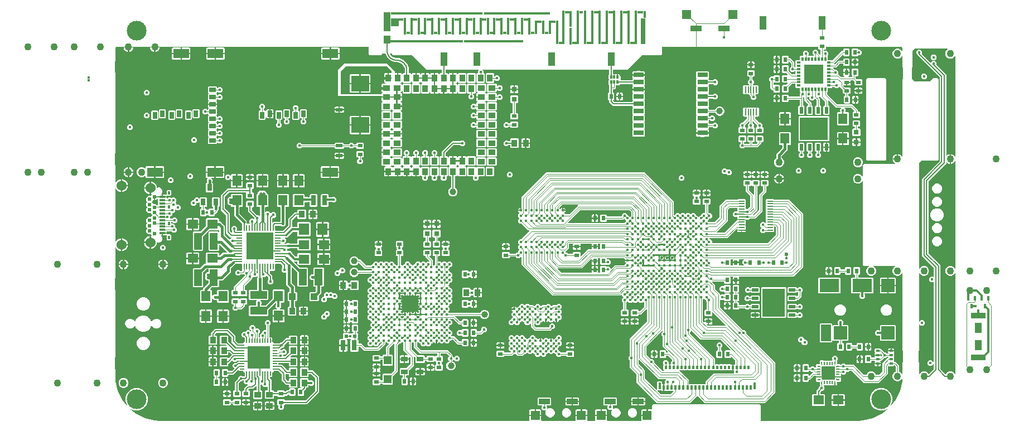
<source format=gbr>
G04 EAGLE Gerber RS-274X export*
G75*
%MOMM*%
%FSLAX34Y34*%
%LPD*%
%AMOC8*
5,1,8,0,0,1.08239X$1,22.5*%
G01*
%ADD10C,0.400000*%
%ADD11R,0.558800X0.762000*%
%ADD12R,0.300000X0.670000*%
%ADD13R,0.350000X1.000000*%
%ADD14R,0.300000X0.500000*%
%ADD15R,1.400000X1.600000*%
%ADD16R,0.762000X0.558800*%
%ADD17R,0.800000X0.800000*%
%ADD18R,0.762000X0.508000*%
%ADD19R,3.500000X3.500000*%
%ADD20R,0.200000X0.650000*%
%ADD21R,0.650000X0.200000*%
%ADD22R,1.676400X0.812800*%
%ADD23R,1.400000X1.400000*%
%ADD24R,0.889000X1.016000*%
%ADD25R,1.016000X0.762000*%
%ADD26R,1.143000X1.270000*%
%ADD27R,1.016000X0.889000*%
%ADD28R,0.400000X2.500000*%
%ADD29R,0.600000X0.400000*%
%ADD30R,0.700000X0.400000*%
%ADD31R,1.300000X1.300000*%
%ADD32R,0.400000X2.100000*%
%ADD33R,0.400000X3.600000*%
%ADD34R,0.400000X5.100000*%
%ADD35R,0.900000X0.400000*%
%ADD36R,0.400000X1.100000*%
%ADD37R,0.800000X4.000000*%
%ADD38R,14.000000X0.400000*%
%ADD39R,10.000000X0.400000*%
%ADD40R,11.000000X0.400000*%
%ADD41R,9.000000X0.400000*%
%ADD42R,1.000000X3.000000*%
%ADD43R,0.400000X2.400000*%
%ADD44R,0.500000X0.400000*%
%ADD45P,0.659825X8X22.500000*%
%ADD46R,1.000000X1.200000*%
%ADD47R,1.000000X2.000000*%
%ADD48R,2.000000X2.000000*%
%ADD49R,3.000000X2.000000*%
%ADD50R,1.500000X2.500000*%
%ADD51R,0.300000X0.600000*%
%ADD52R,0.600000X0.300000*%
%ADD53R,3.000000X3.000000*%
%ADD54C,0.609600*%
%ADD55R,0.900000X0.300000*%
%ADD56C,1.540000*%
%ADD57R,0.500000X0.350000*%
%ADD58R,0.600000X0.500000*%
%ADD59R,0.800000X1.500000*%
%ADD60R,0.250000X0.400000*%
%ADD61R,0.250000X0.500000*%
%ADD62R,0.400000X0.250000*%
%ADD63R,0.500000X0.250000*%
%ADD64R,0.230000X1.000000*%
%ADD65C,1.100000*%
%ADD66R,0.500000X1.000000*%
%ADD67R,4.300000X3.400000*%
%ADD68R,1.000000X0.500000*%
%ADD69R,3.400000X4.300000*%
%ADD70R,0.900000X1.100000*%
%ADD71R,1.100000X0.900000*%
%ADD72R,1.000000X0.650000*%
%ADD73R,0.650000X1.000000*%
%ADD74R,2.400000X1.400000*%
%ADD75R,0.200000X0.850000*%
%ADD76R,0.850000X0.200000*%
%ADD77R,4.050000X4.050000*%
%ADD78R,1.200000X2.500000*%
%ADD79R,2.500000X1.200000*%
%ADD80R,1.600000X1.803000*%
%ADD81R,1.016000X1.016000*%
%ADD82R,1.600000X1.400000*%
%ADD83R,2.800000X2.400000*%
%ADD84R,0.900000X0.230000*%
%ADD85C,1.000000*%
%ADD86R,0.762000X1.066800*%
%ADD87R,2.300000X0.900000*%
%ADD88R,1.000000X1.600000*%
%ADD89R,0.400000X0.650000*%
%ADD90R,1.500000X0.700000*%
%ADD91C,0.600000*%
%ADD92C,0.100000*%
%ADD93C,0.450000*%
%ADD94C,0.200000*%
%ADD95C,0.406400*%
%ADD96C,0.304800*%
%ADD97C,0.508000*%
%ADD98C,0.100000*%
%ADD99C,3.000000*%
%ADD100C,0.812800*%

G36*
X630576Y2502D02*
X630576Y2502D01*
X630582Y2501D01*
X630673Y2522D01*
X630765Y2540D01*
X630770Y2544D01*
X630776Y2545D01*
X630852Y2600D01*
X630929Y2653D01*
X630932Y2658D01*
X630937Y2662D01*
X630986Y2742D01*
X631036Y2820D01*
X631037Y2827D01*
X631040Y2832D01*
X631053Y2924D01*
X631069Y3017D01*
X631068Y3023D01*
X631068Y3029D01*
X631031Y3191D01*
X630967Y3346D01*
X630967Y9751D01*
X639500Y9751D01*
X639508Y9752D01*
X639516Y9751D01*
X639605Y9772D01*
X639695Y9790D01*
X639702Y9795D01*
X639710Y9797D01*
X639783Y9851D01*
X639859Y9903D01*
X639863Y9910D01*
X639870Y9915D01*
X639916Y9993D01*
X639966Y10070D01*
X639967Y10079D01*
X639971Y10086D01*
X639999Y10250D01*
X639999Y10751D01*
X640001Y10751D01*
X640001Y10250D01*
X640003Y10242D01*
X640001Y10234D01*
X640022Y10145D01*
X640040Y10055D01*
X640045Y10048D01*
X640047Y10040D01*
X640101Y9967D01*
X640153Y9891D01*
X640160Y9887D01*
X640165Y9880D01*
X640243Y9834D01*
X640321Y9784D01*
X640329Y9783D01*
X640336Y9779D01*
X640500Y9751D01*
X649033Y9751D01*
X649033Y3346D01*
X648969Y3191D01*
X648967Y3185D01*
X648964Y3180D01*
X648949Y3087D01*
X648931Y2996D01*
X648932Y2990D01*
X648931Y2983D01*
X648953Y2893D01*
X648972Y2801D01*
X648976Y2796D01*
X648977Y2790D01*
X649032Y2715D01*
X649086Y2638D01*
X649091Y2635D01*
X649095Y2630D01*
X649175Y2582D01*
X649254Y2533D01*
X649260Y2532D01*
X649266Y2528D01*
X649430Y2501D01*
X700570Y2501D01*
X700576Y2502D01*
X700582Y2501D01*
X700673Y2522D01*
X700765Y2540D01*
X700770Y2544D01*
X700776Y2545D01*
X700852Y2600D01*
X700929Y2653D01*
X700932Y2658D01*
X700937Y2662D01*
X700986Y2742D01*
X701036Y2820D01*
X701037Y2827D01*
X701040Y2832D01*
X701053Y2924D01*
X701069Y3017D01*
X701068Y3023D01*
X701068Y3029D01*
X701031Y3191D01*
X700967Y3346D01*
X700967Y9751D01*
X709500Y9751D01*
X709508Y9752D01*
X709516Y9751D01*
X709605Y9772D01*
X709695Y9790D01*
X709702Y9795D01*
X709710Y9797D01*
X709783Y9851D01*
X709859Y9903D01*
X709863Y9910D01*
X709870Y9915D01*
X709916Y9993D01*
X709966Y10070D01*
X709967Y10079D01*
X709971Y10086D01*
X709999Y10250D01*
X709999Y10751D01*
X710001Y10751D01*
X710001Y10250D01*
X710003Y10242D01*
X710001Y10234D01*
X710022Y10145D01*
X710040Y10055D01*
X710045Y10048D01*
X710047Y10040D01*
X710101Y9967D01*
X710153Y9891D01*
X710160Y9887D01*
X710165Y9880D01*
X710243Y9834D01*
X710321Y9784D01*
X710329Y9783D01*
X710336Y9779D01*
X710500Y9751D01*
X719033Y9751D01*
X719033Y3346D01*
X718969Y3191D01*
X718967Y3185D01*
X718964Y3180D01*
X718949Y3087D01*
X718931Y2996D01*
X718932Y2990D01*
X718931Y2983D01*
X718953Y2893D01*
X718972Y2801D01*
X718976Y2796D01*
X718977Y2790D01*
X719032Y2715D01*
X719086Y2638D01*
X719091Y2635D01*
X719095Y2630D01*
X719175Y2582D01*
X719254Y2533D01*
X719260Y2532D01*
X719266Y2528D01*
X719430Y2501D01*
X730570Y2501D01*
X730576Y2502D01*
X730582Y2501D01*
X730673Y2522D01*
X730765Y2540D01*
X730770Y2544D01*
X730776Y2545D01*
X730852Y2600D01*
X730929Y2653D01*
X730932Y2658D01*
X730937Y2662D01*
X730986Y2742D01*
X731036Y2820D01*
X731037Y2827D01*
X731040Y2832D01*
X731053Y2924D01*
X731069Y3017D01*
X731068Y3023D01*
X731068Y3029D01*
X731031Y3191D01*
X730967Y3346D01*
X730967Y9751D01*
X739500Y9751D01*
X739508Y9752D01*
X739516Y9751D01*
X739605Y9772D01*
X739695Y9790D01*
X739702Y9795D01*
X739710Y9797D01*
X739783Y9851D01*
X739859Y9903D01*
X739863Y9910D01*
X739870Y9915D01*
X739916Y9993D01*
X739966Y10070D01*
X739967Y10079D01*
X739971Y10086D01*
X739999Y10250D01*
X739999Y10751D01*
X740001Y10751D01*
X740001Y10250D01*
X740003Y10242D01*
X740001Y10234D01*
X740022Y10145D01*
X740040Y10055D01*
X740045Y10048D01*
X740047Y10040D01*
X740101Y9967D01*
X740153Y9891D01*
X740160Y9887D01*
X740165Y9880D01*
X740243Y9834D01*
X740321Y9784D01*
X740329Y9783D01*
X740336Y9779D01*
X740500Y9751D01*
X749033Y9751D01*
X749033Y3346D01*
X748969Y3191D01*
X748967Y3185D01*
X748964Y3180D01*
X748949Y3087D01*
X748931Y2996D01*
X748932Y2990D01*
X748931Y2983D01*
X748953Y2893D01*
X748972Y2801D01*
X748976Y2796D01*
X748977Y2790D01*
X749032Y2715D01*
X749086Y2638D01*
X749091Y2635D01*
X749095Y2630D01*
X749175Y2582D01*
X749254Y2533D01*
X749260Y2532D01*
X749266Y2528D01*
X749430Y2501D01*
X800570Y2501D01*
X800576Y2502D01*
X800582Y2501D01*
X800673Y2522D01*
X800765Y2540D01*
X800770Y2544D01*
X800776Y2545D01*
X800852Y2600D01*
X800929Y2653D01*
X800932Y2658D01*
X800937Y2662D01*
X800986Y2742D01*
X801036Y2820D01*
X801037Y2827D01*
X801040Y2832D01*
X801053Y2924D01*
X801069Y3017D01*
X801068Y3023D01*
X801068Y3029D01*
X801031Y3191D01*
X800967Y3346D01*
X800967Y9751D01*
X809500Y9751D01*
X809508Y9752D01*
X809516Y9751D01*
X809605Y9772D01*
X809695Y9790D01*
X809702Y9795D01*
X809710Y9797D01*
X809783Y9851D01*
X809859Y9903D01*
X809863Y9910D01*
X809870Y9915D01*
X809916Y9993D01*
X809966Y10070D01*
X809967Y10079D01*
X809971Y10086D01*
X809999Y10250D01*
X809999Y10751D01*
X810500Y10751D01*
X810508Y10753D01*
X810516Y10751D01*
X810605Y10772D01*
X810695Y10790D01*
X810702Y10795D01*
X810710Y10797D01*
X810783Y10851D01*
X810859Y10903D01*
X810863Y10910D01*
X810870Y10915D01*
X810916Y10993D01*
X810966Y11071D01*
X810967Y11079D01*
X810971Y11086D01*
X810999Y11250D01*
X810999Y19783D01*
X817000Y19783D01*
X817008Y19784D01*
X817017Y19783D01*
X817105Y19804D01*
X817195Y19822D01*
X817202Y19827D01*
X817210Y19829D01*
X817283Y19883D01*
X817359Y19935D01*
X817363Y19942D01*
X817370Y19947D01*
X817417Y20025D01*
X817466Y20102D01*
X817467Y20111D01*
X817472Y20118D01*
X817499Y20282D01*
X817499Y26036D01*
X818964Y27501D01*
X981036Y27501D01*
X982501Y26036D01*
X982501Y3000D01*
X982502Y2992D01*
X982501Y2983D01*
X982522Y2895D01*
X982540Y2805D01*
X982545Y2798D01*
X982547Y2790D01*
X982601Y2717D01*
X982653Y2641D01*
X982660Y2637D01*
X982665Y2630D01*
X982743Y2583D01*
X982820Y2534D01*
X982829Y2533D01*
X982836Y2528D01*
X983000Y2501D01*
X1130000Y2501D01*
X1130012Y2503D01*
X1130028Y2502D01*
X1137530Y2923D01*
X1137564Y2932D01*
X1137613Y2935D01*
X1152240Y6273D01*
X1152279Y6291D01*
X1152345Y6310D01*
X1165863Y12820D01*
X1165897Y12846D01*
X1165957Y12879D01*
X1173932Y19239D01*
X1173952Y19262D01*
X1173977Y19279D01*
X1174015Y19338D01*
X1174060Y19391D01*
X1174069Y19420D01*
X1174085Y19446D01*
X1174097Y19514D01*
X1174118Y19581D01*
X1174115Y19612D01*
X1174120Y19641D01*
X1174104Y19710D01*
X1174097Y19779D01*
X1174082Y19806D01*
X1174076Y19835D01*
X1174034Y19892D01*
X1174001Y19953D01*
X1173977Y19972D01*
X1173959Y19996D01*
X1173899Y20033D01*
X1173844Y20076D01*
X1173815Y20084D01*
X1173789Y20099D01*
X1173720Y20109D01*
X1173652Y20127D01*
X1173622Y20123D01*
X1173592Y20127D01*
X1173498Y20106D01*
X1173455Y20100D01*
X1173443Y20093D01*
X1173430Y20090D01*
X1168382Y17999D01*
X1161618Y17999D01*
X1155370Y20587D01*
X1150587Y25370D01*
X1147999Y31618D01*
X1147999Y38382D01*
X1150587Y44630D01*
X1155370Y49413D01*
X1161618Y52001D01*
X1168382Y52001D01*
X1174630Y49413D01*
X1179413Y44630D01*
X1182001Y38382D01*
X1182001Y31618D01*
X1179910Y26570D01*
X1179904Y26540D01*
X1179890Y26513D01*
X1179885Y26444D01*
X1179872Y26375D01*
X1179878Y26345D01*
X1179876Y26315D01*
X1179898Y26249D01*
X1179913Y26181D01*
X1179930Y26156D01*
X1179940Y26127D01*
X1179987Y26075D01*
X1180027Y26017D01*
X1180053Y26001D01*
X1180073Y25979D01*
X1180136Y25949D01*
X1180195Y25912D01*
X1180225Y25907D01*
X1180253Y25894D01*
X1180323Y25891D01*
X1180392Y25880D01*
X1180421Y25888D01*
X1180451Y25886D01*
X1180517Y25911D01*
X1180585Y25928D01*
X1180609Y25946D01*
X1180637Y25957D01*
X1180709Y26021D01*
X1180744Y26047D01*
X1180751Y26059D01*
X1180761Y26068D01*
X1187121Y34043D01*
X1187141Y34081D01*
X1187180Y34137D01*
X1193690Y47655D01*
X1193701Y47697D01*
X1193727Y47760D01*
X1197065Y62387D01*
X1197066Y62422D01*
X1197077Y62470D01*
X1197242Y65402D01*
X1197240Y65416D01*
X1197241Y65423D01*
X1197240Y65426D01*
X1197243Y65438D01*
X1197225Y65518D01*
X1197213Y65598D01*
X1197204Y65614D01*
X1197200Y65632D01*
X1197152Y65699D01*
X1197110Y65768D01*
X1197095Y65779D01*
X1197085Y65794D01*
X1197015Y65837D01*
X1196949Y65885D01*
X1196931Y65889D01*
X1196915Y65898D01*
X1196835Y65911D01*
X1196755Y65929D01*
X1196737Y65926D01*
X1196719Y65928D01*
X1196640Y65908D01*
X1196559Y65894D01*
X1196544Y65884D01*
X1196526Y65879D01*
X1196403Y65792D01*
X1196393Y65785D01*
X1196392Y65784D01*
X1196390Y65783D01*
X1194249Y63641D01*
X1191492Y62499D01*
X1188508Y62499D01*
X1185751Y63641D01*
X1183641Y65751D01*
X1182499Y68508D01*
X1182499Y71492D01*
X1183641Y74249D01*
X1185751Y76359D01*
X1187291Y76997D01*
X1187300Y77003D01*
X1187310Y77005D01*
X1187382Y77058D01*
X1187456Y77108D01*
X1187462Y77117D01*
X1187470Y77123D01*
X1187515Y77199D01*
X1187564Y77274D01*
X1187566Y77285D01*
X1187572Y77294D01*
X1187599Y77458D01*
X1187599Y84257D01*
X1187597Y84270D01*
X1187599Y84282D01*
X1187577Y84366D01*
X1187560Y84452D01*
X1187553Y84463D01*
X1187549Y84475D01*
X1187453Y84610D01*
X1185460Y86603D01*
X1185450Y86610D01*
X1185442Y86620D01*
X1185368Y86665D01*
X1185295Y86713D01*
X1185282Y86715D01*
X1185271Y86722D01*
X1185107Y86749D01*
X1185036Y86749D01*
X1185023Y86747D01*
X1185011Y86749D01*
X1184926Y86727D01*
X1184841Y86710D01*
X1184830Y86703D01*
X1184818Y86699D01*
X1184683Y86603D01*
X1183579Y85499D01*
X1176921Y85499D01*
X1176532Y85889D01*
X1176525Y85894D01*
X1176520Y85900D01*
X1176442Y85948D01*
X1176366Y85999D01*
X1176357Y86000D01*
X1176350Y86005D01*
X1176260Y86018D01*
X1176170Y86035D01*
X1176162Y86033D01*
X1176154Y86035D01*
X1176066Y86012D01*
X1175976Y85992D01*
X1175969Y85987D01*
X1175961Y85985D01*
X1175826Y85889D01*
X1175147Y85210D01*
X1175140Y85200D01*
X1175130Y85192D01*
X1175085Y85118D01*
X1175037Y85045D01*
X1175035Y85032D01*
X1175028Y85021D01*
X1175001Y84857D01*
X1175001Y73464D01*
X1161236Y59699D01*
X1139154Y59699D01*
X1120500Y78353D01*
X1120490Y78360D01*
X1120482Y78370D01*
X1120407Y78414D01*
X1120334Y78463D01*
X1120322Y78465D01*
X1120311Y78472D01*
X1120147Y78499D01*
X1117218Y78499D01*
X1117205Y78497D01*
X1117193Y78499D01*
X1117108Y78477D01*
X1117023Y78460D01*
X1117012Y78453D01*
X1117000Y78449D01*
X1116864Y78353D01*
X1115261Y76749D01*
X1112750Y76749D01*
X1112742Y76748D01*
X1112733Y76749D01*
X1112645Y76728D01*
X1112555Y76710D01*
X1112548Y76705D01*
X1112540Y76703D01*
X1112467Y76649D01*
X1112391Y76597D01*
X1112387Y76590D01*
X1112380Y76585D01*
X1112333Y76507D01*
X1112284Y76430D01*
X1112283Y76421D01*
X1112278Y76414D01*
X1112251Y76250D01*
X1112251Y75239D01*
X1109761Y72749D01*
X1106239Y72749D01*
X1104853Y74136D01*
X1104849Y74138D01*
X1104847Y74141D01*
X1104767Y74192D01*
X1104687Y74245D01*
X1104683Y74246D01*
X1104680Y74248D01*
X1104586Y74264D01*
X1104492Y74282D01*
X1104488Y74281D01*
X1104483Y74282D01*
X1104392Y74260D01*
X1104298Y74239D01*
X1104294Y74236D01*
X1104290Y74235D01*
X1104214Y74179D01*
X1104135Y74124D01*
X1104133Y74120D01*
X1104130Y74118D01*
X1104081Y74036D01*
X1104031Y73954D01*
X1104031Y73950D01*
X1104028Y73947D01*
X1104001Y73783D01*
X1104001Y70831D01*
X1104004Y70816D01*
X1104002Y70802D01*
X1104033Y70666D01*
X1104033Y69624D01*
X1099625Y69624D01*
X1099617Y69623D01*
X1099609Y69624D01*
X1099520Y69603D01*
X1099512Y69601D01*
X1099375Y69624D01*
X1094967Y69624D01*
X1094967Y70660D01*
X1094972Y70667D01*
X1094999Y70831D01*
X1094999Y82707D01*
X1094997Y82720D01*
X1094999Y82732D01*
X1094994Y82749D01*
X1094994Y84495D01*
X1094993Y84503D01*
X1094994Y84512D01*
X1094973Y84600D01*
X1094955Y84690D01*
X1094950Y84697D01*
X1094948Y84705D01*
X1094894Y84778D01*
X1094842Y84854D01*
X1094835Y84858D01*
X1094830Y84865D01*
X1094752Y84912D01*
X1094675Y84961D01*
X1094666Y84962D01*
X1094659Y84967D01*
X1094495Y84994D01*
X1092737Y84994D01*
X1092707Y84999D01*
X1077293Y84999D01*
X1077280Y84997D01*
X1077268Y84999D01*
X1077251Y84994D01*
X1075505Y84994D01*
X1075497Y84993D01*
X1075488Y84994D01*
X1075400Y84973D01*
X1075310Y84955D01*
X1075303Y84950D01*
X1075295Y84948D01*
X1075222Y84894D01*
X1075146Y84842D01*
X1075142Y84835D01*
X1075135Y84830D01*
X1075088Y84752D01*
X1075039Y84675D01*
X1075038Y84666D01*
X1075033Y84659D01*
X1075006Y84495D01*
X1075006Y82737D01*
X1075001Y82707D01*
X1075001Y70831D01*
X1075004Y70816D01*
X1075002Y70802D01*
X1075033Y70666D01*
X1075033Y69624D01*
X1070625Y69624D01*
X1070617Y69623D01*
X1070609Y69624D01*
X1070520Y69603D01*
X1070512Y69601D01*
X1070375Y69624D01*
X1065967Y69624D01*
X1065967Y70000D01*
X1065966Y70008D01*
X1065967Y70017D01*
X1065946Y70105D01*
X1065928Y70195D01*
X1065923Y70202D01*
X1065921Y70210D01*
X1065867Y70283D01*
X1065815Y70359D01*
X1065808Y70363D01*
X1065803Y70370D01*
X1065725Y70417D01*
X1065648Y70466D01*
X1065639Y70467D01*
X1065632Y70472D01*
X1065468Y70499D01*
X1063243Y70499D01*
X1063230Y70497D01*
X1063218Y70499D01*
X1063134Y70477D01*
X1063048Y70460D01*
X1063037Y70453D01*
X1063025Y70449D01*
X1062890Y70353D01*
X1057536Y64999D01*
X1055794Y64999D01*
X1055786Y64998D01*
X1055777Y64999D01*
X1055689Y64978D01*
X1055599Y64960D01*
X1055592Y64955D01*
X1055584Y64953D01*
X1055511Y64899D01*
X1055435Y64847D01*
X1055431Y64840D01*
X1055424Y64835D01*
X1055377Y64757D01*
X1055328Y64680D01*
X1055327Y64671D01*
X1055322Y64664D01*
X1055295Y64500D01*
X1055295Y62861D01*
X1054123Y61689D01*
X1046877Y61689D01*
X1045705Y62861D01*
X1045705Y72139D01*
X1046877Y73311D01*
X1054123Y73311D01*
X1055295Y72139D01*
X1055295Y71037D01*
X1055296Y71032D01*
X1055295Y71028D01*
X1055315Y70935D01*
X1055334Y70842D01*
X1055337Y70838D01*
X1055338Y70834D01*
X1055393Y70756D01*
X1055447Y70678D01*
X1055450Y70676D01*
X1055453Y70672D01*
X1055534Y70622D01*
X1055614Y70571D01*
X1055619Y70570D01*
X1055622Y70568D01*
X1055716Y70554D01*
X1055811Y70538D01*
X1055815Y70539D01*
X1055819Y70538D01*
X1055911Y70562D01*
X1056004Y70584D01*
X1056007Y70586D01*
X1056011Y70587D01*
X1056147Y70684D01*
X1060964Y75501D01*
X1061757Y75501D01*
X1061762Y75502D01*
X1061766Y75501D01*
X1061859Y75521D01*
X1061952Y75540D01*
X1061956Y75543D01*
X1061960Y75544D01*
X1062037Y75599D01*
X1062116Y75653D01*
X1062118Y75656D01*
X1062122Y75659D01*
X1062172Y75740D01*
X1062223Y75820D01*
X1062224Y75825D01*
X1062226Y75828D01*
X1062240Y75922D01*
X1062256Y76017D01*
X1062255Y76021D01*
X1062256Y76025D01*
X1062232Y76118D01*
X1062210Y76210D01*
X1062208Y76213D01*
X1062207Y76217D01*
X1062110Y76353D01*
X1061860Y76603D01*
X1061850Y76610D01*
X1061842Y76620D01*
X1061767Y76665D01*
X1061695Y76713D01*
X1061682Y76715D01*
X1061671Y76722D01*
X1061507Y76749D01*
X1059239Y76749D01*
X1057636Y78353D01*
X1057625Y78360D01*
X1057618Y78370D01*
X1057543Y78414D01*
X1057470Y78463D01*
X1057457Y78465D01*
X1057447Y78472D01*
X1057282Y78499D01*
X1055794Y78499D01*
X1055786Y78498D01*
X1055777Y78499D01*
X1055689Y78478D01*
X1055599Y78460D01*
X1055592Y78455D01*
X1055584Y78453D01*
X1055511Y78399D01*
X1055435Y78347D01*
X1055431Y78340D01*
X1055424Y78335D01*
X1055377Y78257D01*
X1055328Y78180D01*
X1055327Y78171D01*
X1055322Y78164D01*
X1055295Y78000D01*
X1055295Y77861D01*
X1054123Y76689D01*
X1046877Y76689D01*
X1045705Y77861D01*
X1045705Y87139D01*
X1046877Y88311D01*
X1054123Y88311D01*
X1055295Y87139D01*
X1055295Y84000D01*
X1055296Y83992D01*
X1055295Y83983D01*
X1055316Y83895D01*
X1055334Y83805D01*
X1055339Y83798D01*
X1055341Y83790D01*
X1055395Y83717D01*
X1055447Y83641D01*
X1055454Y83637D01*
X1055459Y83630D01*
X1055537Y83583D01*
X1055614Y83534D01*
X1055623Y83533D01*
X1055630Y83528D01*
X1055794Y83501D01*
X1057282Y83501D01*
X1057295Y83503D01*
X1057307Y83501D01*
X1057392Y83523D01*
X1057477Y83540D01*
X1057488Y83547D01*
X1057500Y83551D01*
X1057636Y83647D01*
X1059239Y85251D01*
X1062761Y85251D01*
X1064364Y83647D01*
X1064375Y83640D01*
X1064382Y83630D01*
X1064457Y83585D01*
X1064530Y83537D01*
X1064543Y83535D01*
X1064553Y83528D01*
X1064718Y83501D01*
X1065475Y83501D01*
X1065483Y83502D01*
X1065492Y83501D01*
X1065580Y83522D01*
X1065670Y83540D01*
X1065677Y83545D01*
X1065685Y83547D01*
X1065758Y83601D01*
X1065834Y83653D01*
X1065838Y83660D01*
X1065845Y83665D01*
X1065892Y83743D01*
X1065941Y83820D01*
X1065942Y83829D01*
X1065947Y83836D01*
X1065974Y84000D01*
X1065974Y87079D01*
X1067146Y88251D01*
X1070907Y88251D01*
X1070920Y88253D01*
X1070932Y88251D01*
X1070949Y88256D01*
X1071245Y88256D01*
X1071253Y88257D01*
X1071262Y88256D01*
X1071350Y88277D01*
X1071440Y88295D01*
X1071447Y88300D01*
X1071455Y88302D01*
X1071528Y88356D01*
X1071604Y88408D01*
X1071608Y88415D01*
X1071615Y88420D01*
X1071662Y88498D01*
X1071711Y88575D01*
X1071712Y88584D01*
X1071717Y88591D01*
X1071744Y88755D01*
X1071744Y89063D01*
X1071749Y89093D01*
X1071749Y92854D01*
X1072921Y94026D01*
X1077163Y94026D01*
X1077311Y94001D01*
X1090783Y94001D01*
X1090787Y94002D01*
X1090791Y94001D01*
X1090884Y94021D01*
X1090977Y94040D01*
X1090981Y94043D01*
X1090985Y94044D01*
X1091062Y94099D01*
X1091141Y94153D01*
X1091144Y94156D01*
X1091147Y94159D01*
X1091197Y94240D01*
X1091248Y94320D01*
X1091249Y94325D01*
X1091251Y94328D01*
X1091266Y94422D01*
X1091282Y94517D01*
X1091281Y94521D01*
X1091281Y94525D01*
X1091258Y94617D01*
X1091235Y94710D01*
X1091233Y94713D01*
X1091232Y94717D01*
X1091136Y94853D01*
X1090749Y95239D01*
X1090749Y98761D01*
X1093239Y101251D01*
X1096761Y101251D01*
X1099251Y98761D01*
X1099251Y95239D01*
X1097911Y93900D01*
X1097906Y93892D01*
X1097899Y93888D01*
X1097852Y93810D01*
X1097801Y93734D01*
X1097800Y93725D01*
X1097795Y93718D01*
X1097782Y93628D01*
X1097765Y93538D01*
X1097767Y93530D01*
X1097765Y93522D01*
X1097788Y93434D01*
X1097808Y93344D01*
X1097813Y93337D01*
X1097815Y93329D01*
X1097911Y93193D01*
X1098251Y92854D01*
X1098251Y89093D01*
X1098253Y89080D01*
X1098251Y89068D01*
X1098256Y89051D01*
X1098256Y88755D01*
X1098257Y88747D01*
X1098256Y88738D01*
X1098277Y88650D01*
X1098295Y88560D01*
X1098300Y88553D01*
X1098302Y88545D01*
X1098356Y88472D01*
X1098408Y88396D01*
X1098415Y88392D01*
X1098420Y88385D01*
X1098498Y88338D01*
X1098575Y88289D01*
X1098584Y88288D01*
X1098591Y88283D01*
X1098755Y88256D01*
X1099063Y88256D01*
X1099093Y88251D01*
X1102854Y88251D01*
X1103458Y87647D01*
X1103468Y87640D01*
X1103475Y87630D01*
X1103550Y87585D01*
X1103623Y87537D01*
X1103636Y87535D01*
X1103647Y87528D01*
X1103811Y87501D01*
X1104282Y87501D01*
X1104295Y87503D01*
X1104307Y87501D01*
X1104392Y87523D01*
X1104477Y87540D01*
X1104488Y87547D01*
X1104500Y87551D01*
X1104636Y87647D01*
X1106239Y89251D01*
X1109761Y89251D01*
X1111364Y87647D01*
X1111375Y87640D01*
X1111382Y87630D01*
X1111457Y87585D01*
X1111530Y87537D01*
X1111543Y87535D01*
X1111553Y87528D01*
X1111718Y87501D01*
X1123636Y87501D01*
X1138490Y72647D01*
X1138500Y72640D01*
X1138508Y72630D01*
X1138582Y72585D01*
X1138655Y72537D01*
X1138668Y72535D01*
X1138679Y72528D01*
X1138843Y72501D01*
X1142584Y72501D01*
X1142594Y72503D01*
X1142604Y72501D01*
X1142691Y72522D01*
X1142778Y72540D01*
X1142787Y72546D01*
X1142797Y72549D01*
X1142869Y72602D01*
X1142942Y72653D01*
X1142948Y72662D01*
X1142956Y72668D01*
X1143045Y72809D01*
X1143641Y74249D01*
X1145751Y76359D01*
X1148508Y77501D01*
X1151492Y77501D01*
X1154249Y76359D01*
X1156359Y74249D01*
X1156955Y72809D01*
X1156961Y72800D01*
X1156964Y72790D01*
X1157016Y72718D01*
X1157066Y72644D01*
X1157075Y72638D01*
X1157081Y72630D01*
X1157158Y72585D01*
X1157233Y72536D01*
X1157243Y72534D01*
X1157252Y72528D01*
X1157416Y72501D01*
X1161857Y72501D01*
X1161870Y72503D01*
X1161882Y72501D01*
X1161966Y72523D01*
X1162052Y72540D01*
X1162063Y72547D01*
X1162075Y72551D01*
X1162210Y72647D01*
X1166553Y76990D01*
X1166560Y77000D01*
X1166570Y77008D01*
X1166615Y77082D01*
X1166663Y77155D01*
X1166665Y77168D01*
X1166672Y77179D01*
X1166699Y77343D01*
X1166699Y89436D01*
X1175524Y98260D01*
X1175574Y98273D01*
X1175659Y98290D01*
X1175670Y98297D01*
X1175682Y98301D01*
X1175817Y98397D01*
X1176068Y98647D01*
X1176072Y98654D01*
X1176079Y98659D01*
X1176127Y98737D01*
X1176177Y98813D01*
X1176179Y98821D01*
X1176183Y98828D01*
X1176197Y98919D01*
X1176214Y99008D01*
X1176212Y99017D01*
X1176213Y99025D01*
X1176191Y99113D01*
X1176171Y99202D01*
X1176166Y99209D01*
X1176164Y99217D01*
X1176067Y99353D01*
X1175867Y99553D01*
X1175857Y99560D01*
X1175850Y99570D01*
X1175775Y99615D01*
X1175702Y99663D01*
X1175689Y99665D01*
X1175678Y99672D01*
X1175514Y99699D01*
X1174318Y99699D01*
X1174305Y99697D01*
X1174293Y99699D01*
X1174208Y99677D01*
X1174123Y99660D01*
X1174112Y99653D01*
X1174100Y99649D01*
X1173964Y99553D01*
X1172361Y97949D01*
X1170093Y97949D01*
X1170080Y97947D01*
X1170068Y97949D01*
X1169984Y97927D01*
X1169898Y97910D01*
X1169887Y97903D01*
X1169875Y97899D01*
X1169740Y97803D01*
X1165186Y93249D01*
X1164536Y93249D01*
X1164523Y93247D01*
X1164511Y93249D01*
X1164426Y93227D01*
X1164341Y93210D01*
X1164330Y93203D01*
X1164318Y93199D01*
X1164183Y93103D01*
X1163955Y92876D01*
X1163950Y92869D01*
X1163944Y92864D01*
X1163896Y92786D01*
X1163845Y92710D01*
X1163844Y92702D01*
X1163839Y92694D01*
X1163826Y92604D01*
X1163809Y92514D01*
X1163811Y92506D01*
X1163810Y92498D01*
X1163832Y92409D01*
X1163852Y92320D01*
X1163857Y92313D01*
X1163859Y92305D01*
X1163955Y92170D01*
X1163973Y92151D01*
X1164283Y91404D01*
X1164283Y90124D01*
X1160125Y90124D01*
X1160117Y90123D01*
X1160109Y90124D01*
X1160020Y90103D01*
X1159930Y90085D01*
X1159923Y90080D01*
X1159915Y90078D01*
X1159842Y90024D01*
X1159766Y89972D01*
X1159762Y89965D01*
X1159755Y89960D01*
X1159747Y89947D01*
X1159722Y89984D01*
X1159715Y89988D01*
X1159710Y89995D01*
X1159632Y90042D01*
X1159554Y90091D01*
X1159546Y90092D01*
X1159539Y90097D01*
X1159375Y90124D01*
X1155217Y90124D01*
X1155217Y91404D01*
X1155527Y92151D01*
X1155545Y92170D01*
X1155550Y92177D01*
X1155556Y92181D01*
X1155604Y92259D01*
X1155655Y92335D01*
X1155656Y92344D01*
X1155661Y92351D01*
X1155674Y92441D01*
X1155691Y92531D01*
X1155689Y92539D01*
X1155690Y92547D01*
X1155668Y92635D01*
X1155648Y92725D01*
X1155643Y92732D01*
X1155641Y92740D01*
X1155545Y92876D01*
X1155317Y93103D01*
X1155307Y93110D01*
X1155300Y93120D01*
X1155225Y93165D01*
X1155152Y93213D01*
X1155139Y93215D01*
X1155128Y93222D01*
X1154964Y93249D01*
X1150794Y93249D01*
X1150786Y93248D01*
X1150777Y93249D01*
X1150689Y93228D01*
X1150599Y93210D01*
X1150592Y93205D01*
X1150584Y93203D01*
X1150511Y93149D01*
X1150435Y93097D01*
X1150431Y93090D01*
X1150424Y93085D01*
X1150377Y93007D01*
X1150328Y92930D01*
X1150327Y92921D01*
X1150322Y92914D01*
X1150295Y92750D01*
X1150295Y91361D01*
X1149123Y90189D01*
X1141877Y90189D01*
X1140705Y91361D01*
X1140705Y100639D01*
X1141877Y101811D01*
X1149123Y101811D01*
X1150295Y100639D01*
X1150295Y98750D01*
X1150296Y98742D01*
X1150295Y98733D01*
X1150316Y98645D01*
X1150334Y98555D01*
X1150339Y98548D01*
X1150341Y98540D01*
X1150395Y98467D01*
X1150447Y98391D01*
X1150454Y98387D01*
X1150459Y98380D01*
X1150537Y98333D01*
X1150614Y98284D01*
X1150623Y98283D01*
X1150630Y98278D01*
X1150794Y98251D01*
X1154964Y98251D01*
X1154977Y98253D01*
X1154989Y98251D01*
X1155074Y98273D01*
X1155159Y98290D01*
X1155170Y98297D01*
X1155182Y98301D01*
X1155317Y98397D01*
X1155545Y98624D01*
X1155550Y98631D01*
X1155556Y98636D01*
X1155604Y98714D01*
X1155655Y98790D01*
X1155656Y98798D01*
X1155661Y98806D01*
X1155674Y98896D01*
X1155691Y98986D01*
X1155689Y98994D01*
X1155690Y99002D01*
X1155668Y99090D01*
X1155648Y99180D01*
X1155643Y99187D01*
X1155641Y99195D01*
X1155545Y99330D01*
X1155527Y99349D01*
X1155217Y100096D01*
X1155217Y101376D01*
X1159375Y101376D01*
X1159383Y101377D01*
X1159391Y101376D01*
X1159480Y101397D01*
X1159570Y101415D01*
X1159577Y101420D01*
X1159585Y101422D01*
X1159658Y101476D01*
X1159734Y101528D01*
X1159738Y101535D01*
X1159745Y101540D01*
X1159753Y101553D01*
X1159778Y101516D01*
X1159785Y101512D01*
X1159790Y101505D01*
X1159868Y101458D01*
X1159946Y101409D01*
X1159954Y101408D01*
X1159961Y101403D01*
X1160125Y101376D01*
X1164283Y101376D01*
X1164283Y100625D01*
X1164284Y100620D01*
X1164283Y100616D01*
X1164303Y100523D01*
X1164322Y100430D01*
X1164325Y100426D01*
X1164326Y100422D01*
X1164381Y100344D01*
X1164435Y100266D01*
X1164438Y100264D01*
X1164441Y100260D01*
X1164522Y100210D01*
X1164602Y100159D01*
X1164607Y100158D01*
X1164610Y100156D01*
X1164704Y100142D01*
X1164799Y100126D01*
X1164803Y100127D01*
X1164807Y100126D01*
X1164899Y100150D01*
X1164992Y100172D01*
X1164995Y100174D01*
X1164999Y100175D01*
X1165135Y100272D01*
X1166203Y101340D01*
X1166210Y101350D01*
X1166220Y101358D01*
X1166265Y101432D01*
X1166313Y101505D01*
X1166315Y101518D01*
X1166322Y101529D01*
X1166349Y101693D01*
X1166349Y102707D01*
X1166347Y102720D01*
X1166349Y102732D01*
X1166327Y102816D01*
X1166310Y102902D01*
X1166303Y102913D01*
X1166299Y102925D01*
X1166203Y103060D01*
X1165135Y104128D01*
X1165131Y104131D01*
X1165129Y104134D01*
X1165049Y104185D01*
X1164969Y104238D01*
X1164965Y104239D01*
X1164962Y104241D01*
X1164868Y104257D01*
X1164774Y104275D01*
X1164770Y104274D01*
X1164765Y104274D01*
X1164674Y104253D01*
X1164580Y104232D01*
X1164576Y104229D01*
X1164572Y104228D01*
X1164496Y104172D01*
X1164417Y104117D01*
X1164415Y104113D01*
X1164412Y104110D01*
X1164363Y104028D01*
X1164313Y103947D01*
X1164313Y103943D01*
X1164310Y103939D01*
X1164283Y103775D01*
X1164283Y103124D01*
X1160125Y103124D01*
X1160117Y103123D01*
X1160109Y103124D01*
X1160020Y103103D01*
X1159930Y103085D01*
X1159923Y103080D01*
X1159915Y103078D01*
X1159842Y103024D01*
X1159766Y102972D01*
X1159762Y102965D01*
X1159755Y102960D01*
X1159747Y102947D01*
X1159722Y102984D01*
X1159715Y102988D01*
X1159710Y102995D01*
X1159632Y103042D01*
X1159554Y103091D01*
X1159546Y103092D01*
X1159539Y103097D01*
X1159375Y103124D01*
X1155217Y103124D01*
X1155217Y104404D01*
X1155527Y105151D01*
X1155545Y105170D01*
X1155550Y105177D01*
X1155556Y105181D01*
X1155604Y105259D01*
X1155655Y105335D01*
X1155656Y105344D01*
X1155661Y105351D01*
X1155674Y105441D01*
X1155691Y105531D01*
X1155689Y105539D01*
X1155690Y105547D01*
X1155668Y105635D01*
X1155648Y105725D01*
X1155643Y105732D01*
X1155641Y105740D01*
X1155545Y105876D01*
X1155249Y106171D01*
X1155249Y111329D01*
X1156421Y112501D01*
X1163079Y112501D01*
X1164183Y111397D01*
X1164193Y111390D01*
X1164200Y111380D01*
X1164275Y111335D01*
X1164348Y111287D01*
X1164361Y111285D01*
X1164372Y111278D01*
X1164536Y111251D01*
X1165086Y111251D01*
X1166697Y109640D01*
X1169740Y106597D01*
X1169750Y106590D01*
X1169758Y106580D01*
X1169832Y106535D01*
X1169905Y106487D01*
X1169918Y106485D01*
X1169929Y106478D01*
X1170093Y106451D01*
X1172361Y106451D01*
X1173964Y104847D01*
X1173975Y104840D01*
X1173982Y104830D01*
X1174057Y104785D01*
X1174130Y104737D01*
X1174143Y104735D01*
X1174153Y104728D01*
X1174318Y104701D01*
X1175414Y104701D01*
X1175427Y104703D01*
X1175439Y104701D01*
X1175524Y104723D01*
X1175609Y104740D01*
X1175620Y104747D01*
X1175632Y104751D01*
X1175767Y104847D01*
X1176045Y105124D01*
X1176050Y105131D01*
X1176056Y105136D01*
X1176104Y105214D01*
X1176155Y105290D01*
X1176156Y105298D01*
X1176161Y105306D01*
X1176174Y105396D01*
X1176191Y105486D01*
X1176189Y105494D01*
X1176190Y105502D01*
X1176168Y105590D01*
X1176148Y105680D01*
X1176143Y105687D01*
X1176141Y105695D01*
X1176045Y105830D01*
X1176027Y105849D01*
X1175717Y106596D01*
X1175717Y107876D01*
X1179875Y107876D01*
X1179883Y107877D01*
X1179891Y107876D01*
X1179980Y107897D01*
X1180070Y107915D01*
X1180077Y107920D01*
X1180085Y107922D01*
X1180158Y107976D01*
X1180234Y108028D01*
X1180238Y108035D01*
X1180245Y108040D01*
X1180253Y108053D01*
X1180278Y108016D01*
X1180285Y108012D01*
X1180290Y108005D01*
X1180368Y107958D01*
X1180446Y107909D01*
X1180454Y107908D01*
X1180461Y107903D01*
X1180625Y107876D01*
X1184783Y107876D01*
X1184783Y106596D01*
X1184473Y105849D01*
X1184455Y105830D01*
X1184450Y105823D01*
X1184444Y105819D01*
X1184396Y105741D01*
X1184345Y105665D01*
X1184344Y105656D01*
X1184339Y105649D01*
X1184326Y105559D01*
X1184309Y105469D01*
X1184311Y105461D01*
X1184310Y105453D01*
X1184332Y105365D01*
X1184352Y105275D01*
X1184357Y105268D01*
X1184359Y105260D01*
X1184455Y105124D01*
X1184751Y104829D01*
X1184751Y99671D01*
X1184433Y99353D01*
X1184428Y99346D01*
X1184421Y99341D01*
X1184373Y99263D01*
X1184323Y99187D01*
X1184321Y99179D01*
X1184317Y99172D01*
X1184303Y99082D01*
X1184286Y98992D01*
X1184288Y98984D01*
X1184287Y98975D01*
X1184309Y98887D01*
X1184329Y98798D01*
X1184334Y98791D01*
X1184336Y98783D01*
X1184432Y98647D01*
X1184751Y98329D01*
X1184751Y93171D01*
X1184433Y92853D01*
X1184428Y92846D01*
X1184421Y92841D01*
X1184373Y92763D01*
X1184323Y92687D01*
X1184321Y92679D01*
X1184317Y92672D01*
X1184303Y92582D01*
X1184286Y92492D01*
X1184288Y92484D01*
X1184287Y92475D01*
X1184309Y92387D01*
X1184329Y92298D01*
X1184334Y92291D01*
X1184336Y92283D01*
X1184432Y92147D01*
X1184683Y91897D01*
X1184693Y91890D01*
X1184700Y91880D01*
X1184775Y91835D01*
X1184848Y91787D01*
X1184861Y91785D01*
X1184872Y91778D01*
X1185036Y91751D01*
X1187386Y91751D01*
X1188997Y90140D01*
X1190990Y88147D01*
X1192601Y86536D01*
X1192601Y77375D01*
X1192601Y77373D01*
X1192601Y77372D01*
X1192603Y77364D01*
X1192601Y77354D01*
X1192622Y77268D01*
X1192640Y77180D01*
X1192646Y77171D01*
X1192649Y77161D01*
X1192702Y77090D01*
X1192753Y77016D01*
X1192762Y77011D01*
X1192768Y77002D01*
X1192909Y76914D01*
X1194249Y76359D01*
X1196359Y74249D01*
X1196539Y73814D01*
X1196540Y73813D01*
X1196540Y73810D01*
X1196596Y73729D01*
X1196650Y73649D01*
X1196652Y73648D01*
X1196653Y73647D01*
X1196736Y73594D01*
X1196817Y73541D01*
X1196819Y73541D01*
X1196820Y73540D01*
X1196916Y73523D01*
X1197012Y73506D01*
X1197014Y73507D01*
X1197017Y73506D01*
X1197110Y73529D01*
X1197206Y73551D01*
X1197208Y73552D01*
X1197210Y73552D01*
X1197287Y73609D01*
X1197367Y73667D01*
X1197368Y73669D01*
X1197370Y73670D01*
X1197419Y73753D01*
X1197470Y73837D01*
X1197470Y73840D01*
X1197472Y73841D01*
X1197499Y74005D01*
X1197499Y91036D01*
X1197853Y91390D01*
X1197860Y91400D01*
X1197870Y91408D01*
X1197915Y91482D01*
X1197963Y91555D01*
X1197965Y91568D01*
X1197972Y91579D01*
X1197999Y91743D01*
X1197999Y108257D01*
X1197997Y108270D01*
X1197999Y108282D01*
X1197977Y108366D01*
X1197960Y108452D01*
X1197953Y108463D01*
X1197949Y108475D01*
X1197853Y108610D01*
X1197499Y108964D01*
X1197499Y225995D01*
X1197499Y225997D01*
X1197499Y225999D01*
X1197479Y226092D01*
X1197460Y226190D01*
X1197458Y226191D01*
X1197458Y226193D01*
X1197403Y226272D01*
X1197347Y226353D01*
X1197345Y226355D01*
X1197344Y226356D01*
X1197262Y226408D01*
X1197180Y226460D01*
X1197177Y226461D01*
X1197176Y226462D01*
X1197080Y226477D01*
X1196983Y226494D01*
X1196981Y226493D01*
X1196979Y226493D01*
X1196885Y226470D01*
X1196790Y226448D01*
X1196788Y226446D01*
X1196786Y226446D01*
X1196707Y226386D01*
X1196630Y226330D01*
X1196629Y226328D01*
X1196627Y226327D01*
X1196539Y226186D01*
X1196359Y225751D01*
X1194249Y223641D01*
X1191492Y222499D01*
X1188508Y222499D01*
X1185751Y223641D01*
X1183641Y225751D01*
X1182499Y228508D01*
X1182499Y231492D01*
X1183641Y234249D01*
X1185751Y236359D01*
X1186186Y236539D01*
X1186187Y236540D01*
X1186190Y236540D01*
X1186271Y236596D01*
X1186351Y236650D01*
X1186352Y236652D01*
X1186353Y236653D01*
X1186406Y236736D01*
X1186459Y236817D01*
X1186459Y236819D01*
X1186460Y236820D01*
X1186477Y236916D01*
X1186494Y237012D01*
X1186493Y237014D01*
X1186494Y237017D01*
X1186471Y237110D01*
X1186449Y237206D01*
X1186448Y237208D01*
X1186448Y237210D01*
X1186391Y237287D01*
X1186333Y237367D01*
X1186331Y237368D01*
X1186330Y237370D01*
X1186247Y237419D01*
X1186163Y237470D01*
X1186160Y237470D01*
X1186159Y237472D01*
X1185995Y237499D01*
X1154005Y237499D01*
X1154003Y237499D01*
X1154001Y237499D01*
X1153908Y237479D01*
X1153810Y237460D01*
X1153809Y237458D01*
X1153807Y237458D01*
X1153728Y237403D01*
X1153647Y237347D01*
X1153645Y237345D01*
X1153644Y237344D01*
X1153592Y237262D01*
X1153540Y237180D01*
X1153539Y237177D01*
X1153538Y237176D01*
X1153522Y237078D01*
X1153506Y236983D01*
X1153507Y236981D01*
X1153507Y236979D01*
X1153530Y236885D01*
X1153552Y236790D01*
X1153554Y236788D01*
X1153554Y236786D01*
X1153614Y236707D01*
X1153670Y236630D01*
X1153672Y236629D01*
X1153673Y236627D01*
X1153814Y236539D01*
X1154249Y236359D01*
X1156359Y234249D01*
X1157501Y231492D01*
X1157501Y228508D01*
X1156359Y225751D01*
X1154249Y223641D01*
X1151492Y222499D01*
X1148508Y222499D01*
X1145751Y223641D01*
X1143641Y225751D01*
X1142499Y228508D01*
X1142499Y231492D01*
X1143641Y234249D01*
X1145751Y236359D01*
X1146186Y236539D01*
X1146187Y236540D01*
X1146190Y236540D01*
X1146271Y236596D01*
X1146351Y236650D01*
X1146352Y236652D01*
X1146353Y236653D01*
X1146406Y236736D01*
X1146459Y236817D01*
X1146459Y236819D01*
X1146460Y236820D01*
X1146477Y236916D01*
X1146494Y237012D01*
X1146493Y237014D01*
X1146494Y237017D01*
X1146471Y237110D01*
X1146449Y237206D01*
X1146448Y237208D01*
X1146448Y237210D01*
X1146391Y237287D01*
X1146333Y237367D01*
X1146331Y237368D01*
X1146330Y237370D01*
X1146247Y237419D01*
X1146163Y237470D01*
X1146160Y237470D01*
X1146159Y237472D01*
X1145995Y237499D01*
X1138964Y237499D01*
X1137499Y238964D01*
X1137499Y365995D01*
X1137499Y365997D01*
X1137499Y365999D01*
X1137479Y366092D01*
X1137460Y366190D01*
X1137458Y366191D01*
X1137458Y366193D01*
X1137403Y366272D01*
X1137347Y366353D01*
X1137345Y366355D01*
X1137344Y366356D01*
X1137262Y366408D01*
X1137180Y366460D01*
X1137177Y366461D01*
X1137176Y366462D01*
X1137080Y366477D01*
X1136983Y366494D01*
X1136981Y366493D01*
X1136979Y366493D01*
X1136885Y366470D01*
X1136790Y366448D01*
X1136788Y366446D01*
X1136786Y366446D01*
X1136707Y366386D01*
X1136630Y366330D01*
X1136629Y366328D01*
X1136627Y366327D01*
X1136539Y366186D01*
X1136359Y365751D01*
X1134249Y363641D01*
X1131492Y362499D01*
X1128508Y362499D01*
X1125751Y363641D01*
X1123641Y365751D01*
X1122499Y368508D01*
X1122499Y371492D01*
X1123641Y374249D01*
X1125751Y376359D01*
X1128508Y377501D01*
X1131492Y377501D01*
X1134249Y376359D01*
X1136359Y374249D01*
X1136539Y373814D01*
X1136540Y373813D01*
X1136540Y373810D01*
X1136597Y373728D01*
X1136650Y373649D01*
X1136652Y373648D01*
X1136653Y373647D01*
X1136736Y373594D01*
X1136817Y373541D01*
X1136819Y373541D01*
X1136820Y373540D01*
X1136916Y373523D01*
X1137012Y373506D01*
X1137014Y373507D01*
X1137017Y373506D01*
X1137110Y373529D01*
X1137206Y373551D01*
X1137208Y373552D01*
X1137210Y373552D01*
X1137287Y373609D01*
X1137367Y373667D01*
X1137368Y373669D01*
X1137370Y373670D01*
X1137419Y373753D01*
X1137470Y373837D01*
X1137470Y373840D01*
X1137472Y373841D01*
X1137499Y374005D01*
X1137499Y390995D01*
X1137499Y390997D01*
X1137499Y390999D01*
X1137491Y391038D01*
X1137528Y391065D01*
X1138964Y392501D01*
X1186019Y392501D01*
X1186071Y392511D01*
X1186125Y392512D01*
X1186168Y392531D01*
X1186214Y392540D01*
X1186258Y392571D01*
X1186307Y392592D01*
X1186339Y392626D01*
X1186378Y392653D01*
X1186407Y392698D01*
X1186443Y392737D01*
X1186460Y392781D01*
X1186485Y392820D01*
X1186494Y392873D01*
X1186512Y392923D01*
X1186510Y392970D01*
X1186518Y393017D01*
X1186506Y393068D01*
X1186503Y393122D01*
X1186483Y393164D01*
X1186472Y393210D01*
X1186440Y393253D01*
X1186417Y393301D01*
X1186377Y393339D01*
X1186354Y393370D01*
X1186327Y393386D01*
X1186296Y393415D01*
X1185198Y394149D01*
X1184149Y395198D01*
X1183325Y396432D01*
X1182757Y397803D01*
X1182518Y399001D01*
X1189500Y399001D01*
X1189508Y399002D01*
X1189516Y399001D01*
X1189605Y399022D01*
X1189695Y399040D01*
X1189702Y399045D01*
X1189710Y399047D01*
X1189783Y399101D01*
X1189859Y399153D01*
X1189863Y399160D01*
X1189870Y399165D01*
X1189916Y399243D01*
X1189966Y399320D01*
X1189967Y399329D01*
X1189971Y399336D01*
X1189999Y399500D01*
X1189999Y400001D01*
X1190500Y400001D01*
X1190508Y400003D01*
X1190516Y400001D01*
X1190605Y400022D01*
X1190695Y400040D01*
X1190702Y400045D01*
X1190710Y400047D01*
X1190783Y400101D01*
X1190859Y400153D01*
X1190863Y400160D01*
X1190870Y400165D01*
X1190916Y400243D01*
X1190966Y400321D01*
X1190967Y400329D01*
X1190971Y400336D01*
X1190999Y400500D01*
X1190999Y407482D01*
X1192197Y407243D01*
X1193568Y406675D01*
X1194802Y405851D01*
X1195851Y404802D01*
X1196585Y403704D01*
X1196623Y403666D01*
X1196653Y403622D01*
X1196693Y403597D01*
X1196726Y403564D01*
X1196776Y403544D01*
X1196820Y403515D01*
X1196867Y403507D01*
X1196911Y403490D01*
X1196964Y403491D01*
X1197017Y403482D01*
X1197062Y403493D01*
X1197110Y403494D01*
X1197158Y403516D01*
X1197210Y403528D01*
X1197248Y403556D01*
X1197291Y403575D01*
X1197327Y403614D01*
X1197370Y403646D01*
X1197394Y403686D01*
X1197426Y403721D01*
X1197444Y403771D01*
X1197472Y403817D01*
X1197481Y403872D01*
X1197494Y403908D01*
X1197492Y403939D01*
X1197499Y403981D01*
X1197499Y521036D01*
X1197853Y521390D01*
X1197860Y521400D01*
X1197870Y521408D01*
X1197915Y521482D01*
X1197963Y521555D01*
X1197965Y521568D01*
X1197972Y521579D01*
X1197999Y521743D01*
X1197999Y538257D01*
X1197997Y538270D01*
X1197999Y538282D01*
X1197977Y538366D01*
X1197960Y538452D01*
X1197953Y538463D01*
X1197949Y538475D01*
X1197853Y538610D01*
X1197499Y538964D01*
X1197499Y555995D01*
X1197499Y555997D01*
X1197499Y555999D01*
X1197479Y556092D01*
X1197460Y556190D01*
X1197458Y556191D01*
X1197458Y556193D01*
X1197403Y556272D01*
X1197347Y556353D01*
X1197345Y556355D01*
X1197344Y556356D01*
X1197262Y556408D01*
X1197180Y556460D01*
X1197177Y556461D01*
X1197176Y556462D01*
X1197080Y556477D01*
X1196983Y556494D01*
X1196981Y556493D01*
X1196979Y556493D01*
X1196885Y556470D01*
X1196790Y556448D01*
X1196788Y556446D01*
X1196786Y556446D01*
X1196707Y556386D01*
X1196630Y556330D01*
X1196629Y556328D01*
X1196627Y556327D01*
X1196539Y556186D01*
X1196359Y555751D01*
X1194249Y553641D01*
X1191492Y552499D01*
X1188508Y552499D01*
X1185751Y553641D01*
X1183641Y555751D01*
X1182499Y558508D01*
X1182499Y561492D01*
X1183641Y564249D01*
X1185751Y566359D01*
X1188508Y567501D01*
X1191492Y567501D01*
X1194249Y566359D01*
X1196390Y564217D01*
X1196406Y564207D01*
X1196417Y564193D01*
X1196488Y564153D01*
X1196556Y564107D01*
X1196574Y564104D01*
X1196590Y564095D01*
X1196671Y564086D01*
X1196752Y564071D01*
X1196770Y564075D01*
X1196788Y564073D01*
X1196866Y564096D01*
X1196946Y564114D01*
X1196961Y564125D01*
X1196978Y564130D01*
X1197041Y564182D01*
X1197108Y564229D01*
X1197118Y564245D01*
X1197132Y564257D01*
X1197169Y564329D01*
X1197212Y564398D01*
X1197215Y564417D01*
X1197223Y564433D01*
X1197240Y564582D01*
X1197242Y564595D01*
X1197242Y564596D01*
X1197242Y564598D01*
X1197077Y567530D01*
X1197068Y567564D01*
X1197065Y567613D01*
X1196495Y570111D01*
X1196474Y570159D01*
X1196461Y570210D01*
X1196433Y570249D01*
X1196413Y570292D01*
X1196375Y570328D01*
X1196344Y570370D01*
X1196302Y570395D01*
X1196267Y570427D01*
X1196218Y570445D01*
X1196173Y570472D01*
X1196117Y570481D01*
X1196080Y570494D01*
X1196049Y570492D01*
X1196009Y570499D01*
X1081910Y570499D01*
X1081902Y570498D01*
X1081893Y570499D01*
X1081805Y570478D01*
X1081715Y570460D01*
X1081708Y570455D01*
X1081700Y570453D01*
X1081627Y570399D01*
X1081551Y570347D01*
X1081547Y570340D01*
X1081540Y570335D01*
X1081493Y570257D01*
X1081444Y570180D01*
X1081443Y570171D01*
X1081438Y570164D01*
X1081411Y570000D01*
X1081411Y567077D01*
X1080239Y565905D01*
X1078600Y565905D01*
X1078592Y565904D01*
X1078583Y565905D01*
X1078495Y565884D01*
X1078405Y565866D01*
X1078398Y565861D01*
X1078390Y565859D01*
X1078317Y565805D01*
X1078241Y565753D01*
X1078237Y565746D01*
X1078230Y565741D01*
X1078183Y565663D01*
X1078134Y565586D01*
X1078133Y565577D01*
X1078128Y565570D01*
X1078101Y565406D01*
X1078101Y564750D01*
X1078102Y564742D01*
X1078101Y564733D01*
X1078122Y564645D01*
X1078140Y564555D01*
X1078145Y564548D01*
X1078147Y564540D01*
X1078201Y564466D01*
X1078253Y564391D01*
X1078260Y564387D01*
X1078265Y564380D01*
X1078343Y564333D01*
X1078420Y564284D01*
X1078429Y564283D01*
X1078436Y564278D01*
X1078600Y564251D01*
X1082261Y564251D01*
X1084751Y561761D01*
X1084751Y558239D01*
X1083523Y557012D01*
X1083519Y557005D01*
X1083512Y557000D01*
X1083464Y556922D01*
X1083414Y556846D01*
X1083412Y556838D01*
X1083408Y556831D01*
X1083394Y556741D01*
X1083377Y556651D01*
X1083379Y556643D01*
X1083378Y556634D01*
X1083400Y556546D01*
X1083420Y556457D01*
X1083425Y556450D01*
X1083427Y556442D01*
X1083523Y556306D01*
X1084001Y555829D01*
X1084001Y550500D01*
X1084002Y550492D01*
X1084001Y550483D01*
X1084022Y550395D01*
X1084040Y550305D01*
X1084045Y550298D01*
X1084047Y550290D01*
X1084101Y550217D01*
X1084153Y550141D01*
X1084160Y550137D01*
X1084165Y550130D01*
X1084243Y550083D01*
X1084320Y550034D01*
X1084329Y550033D01*
X1084336Y550028D01*
X1084500Y550001D01*
X1089829Y550001D01*
X1090293Y549536D01*
X1090300Y549531D01*
X1090305Y549525D01*
X1090383Y549477D01*
X1090459Y549426D01*
X1090468Y549425D01*
X1090475Y549420D01*
X1090565Y549407D01*
X1090655Y549390D01*
X1090663Y549392D01*
X1090671Y549390D01*
X1090759Y549413D01*
X1090849Y549433D01*
X1090856Y549438D01*
X1090864Y549440D01*
X1090999Y549536D01*
X1105964Y564501D01*
X1107206Y564501D01*
X1107214Y564502D01*
X1107223Y564501D01*
X1107311Y564522D01*
X1107401Y564540D01*
X1107408Y564545D01*
X1107416Y564547D01*
X1107489Y564601D01*
X1107565Y564653D01*
X1107569Y564660D01*
X1107576Y564665D01*
X1107623Y564743D01*
X1107672Y564820D01*
X1107673Y564829D01*
X1107678Y564836D01*
X1107705Y565000D01*
X1107705Y566639D01*
X1108877Y567811D01*
X1116123Y567811D01*
X1117295Y566639D01*
X1117295Y557361D01*
X1116123Y556189D01*
X1108877Y556189D01*
X1107705Y557361D01*
X1107705Y557963D01*
X1107704Y557968D01*
X1107705Y557972D01*
X1107685Y558065D01*
X1107666Y558158D01*
X1107663Y558162D01*
X1107662Y558166D01*
X1107607Y558244D01*
X1107553Y558322D01*
X1107550Y558324D01*
X1107547Y558328D01*
X1107466Y558378D01*
X1107386Y558429D01*
X1107381Y558430D01*
X1107378Y558432D01*
X1107284Y558446D01*
X1107189Y558462D01*
X1107185Y558461D01*
X1107181Y558462D01*
X1107089Y558438D01*
X1106996Y558416D01*
X1106993Y558414D01*
X1106989Y558413D01*
X1106853Y558316D01*
X1093390Y544853D01*
X1093387Y544849D01*
X1093384Y544847D01*
X1093333Y544767D01*
X1093280Y544687D01*
X1093279Y544683D01*
X1093277Y544680D01*
X1093261Y544586D01*
X1093243Y544492D01*
X1093244Y544488D01*
X1093244Y544483D01*
X1093265Y544392D01*
X1093286Y544298D01*
X1093289Y544294D01*
X1093290Y544290D01*
X1093346Y544214D01*
X1093401Y544135D01*
X1093405Y544133D01*
X1093408Y544130D01*
X1093489Y544081D01*
X1093571Y544031D01*
X1093575Y544031D01*
X1093579Y544028D01*
X1093743Y544001D01*
X1094257Y544001D01*
X1094270Y544003D01*
X1094282Y544001D01*
X1094366Y544023D01*
X1094452Y544040D01*
X1094463Y544047D01*
X1094475Y544051D01*
X1094610Y544147D01*
X1099964Y549501D01*
X1107206Y549501D01*
X1107214Y549502D01*
X1107223Y549501D01*
X1107311Y549522D01*
X1107401Y549540D01*
X1107408Y549545D01*
X1107416Y549547D01*
X1107489Y549601D01*
X1107565Y549653D01*
X1107569Y549660D01*
X1107576Y549665D01*
X1107623Y549743D01*
X1107672Y549820D01*
X1107673Y549829D01*
X1107678Y549836D01*
X1107705Y550000D01*
X1107705Y551639D01*
X1108877Y552811D01*
X1116123Y552811D01*
X1117295Y551639D01*
X1117295Y542361D01*
X1116123Y541189D01*
X1108877Y541189D01*
X1107705Y542361D01*
X1107705Y544000D01*
X1107704Y544008D01*
X1107705Y544017D01*
X1107684Y544105D01*
X1107666Y544195D01*
X1107661Y544202D01*
X1107659Y544210D01*
X1107605Y544283D01*
X1107553Y544359D01*
X1107546Y544363D01*
X1107541Y544370D01*
X1107463Y544417D01*
X1107386Y544466D01*
X1107377Y544467D01*
X1107370Y544472D01*
X1107206Y544499D01*
X1102243Y544499D01*
X1102230Y544497D01*
X1102218Y544499D01*
X1102134Y544477D01*
X1102048Y544460D01*
X1102037Y544453D01*
X1102025Y544449D01*
X1101890Y544353D01*
X1096536Y538999D01*
X1092743Y538999D01*
X1092738Y538998D01*
X1092734Y538999D01*
X1092641Y538979D01*
X1092548Y538960D01*
X1092544Y538957D01*
X1092540Y538956D01*
X1092462Y538901D01*
X1092384Y538847D01*
X1092382Y538844D01*
X1092378Y538841D01*
X1092328Y538760D01*
X1092277Y538680D01*
X1092276Y538675D01*
X1092274Y538672D01*
X1092260Y538578D01*
X1092244Y538483D01*
X1092245Y538479D01*
X1092244Y538475D01*
X1092268Y538383D01*
X1092290Y538290D01*
X1092292Y538287D01*
X1092293Y538283D01*
X1092390Y538147D01*
X1094640Y535897D01*
X1094650Y535890D01*
X1094658Y535880D01*
X1094732Y535835D01*
X1094805Y535787D01*
X1094818Y535785D01*
X1094829Y535778D01*
X1094993Y535751D01*
X1097261Y535751D01*
X1099751Y533261D01*
X1099751Y529674D01*
X1099736Y529586D01*
X1099718Y529492D01*
X1099719Y529488D01*
X1099718Y529483D01*
X1099740Y529392D01*
X1099761Y529298D01*
X1099764Y529294D01*
X1099765Y529290D01*
X1099821Y529214D01*
X1099876Y529136D01*
X1099880Y529133D01*
X1099882Y529130D01*
X1099965Y529081D01*
X1100045Y529031D01*
X1100050Y529031D01*
X1100053Y529028D01*
X1100217Y529001D01*
X1100336Y529001D01*
X1104490Y524847D01*
X1104500Y524840D01*
X1104508Y524830D01*
X1104582Y524785D01*
X1104655Y524737D01*
X1104668Y524735D01*
X1104679Y524728D01*
X1104843Y524701D01*
X1109101Y524701D01*
X1109103Y524701D01*
X1109105Y524701D01*
X1109200Y524721D01*
X1109296Y524740D01*
X1109298Y524742D01*
X1109300Y524742D01*
X1109380Y524798D01*
X1109460Y524853D01*
X1109461Y524855D01*
X1109463Y524856D01*
X1109515Y524939D01*
X1109567Y525020D01*
X1109567Y525023D01*
X1109568Y525024D01*
X1109584Y525120D01*
X1109600Y525217D01*
X1109600Y525219D01*
X1109600Y525221D01*
X1109577Y525315D01*
X1109554Y525410D01*
X1109553Y525412D01*
X1109552Y525414D01*
X1109493Y525493D01*
X1109436Y525570D01*
X1109434Y525571D01*
X1109433Y525573D01*
X1109292Y525661D01*
X1108555Y525967D01*
X1107983Y526539D01*
X1107673Y527286D01*
X1107673Y530501D01*
X1112000Y530501D01*
X1112008Y530502D01*
X1112016Y530501D01*
X1112105Y530522D01*
X1112195Y530540D01*
X1112202Y530545D01*
X1112210Y530547D01*
X1112283Y530601D01*
X1112359Y530653D01*
X1112363Y530660D01*
X1112370Y530665D01*
X1112416Y530743D01*
X1112466Y530820D01*
X1112467Y530829D01*
X1112471Y530836D01*
X1112499Y531000D01*
X1112499Y531501D01*
X1112501Y531501D01*
X1112501Y531000D01*
X1112503Y530992D01*
X1112501Y530984D01*
X1112522Y530895D01*
X1112540Y530805D01*
X1112545Y530798D01*
X1112547Y530790D01*
X1112601Y530717D01*
X1112653Y530641D01*
X1112660Y530637D01*
X1112665Y530630D01*
X1112743Y530584D01*
X1112821Y530534D01*
X1112829Y530533D01*
X1112836Y530529D01*
X1113000Y530501D01*
X1117327Y530501D01*
X1117327Y527286D01*
X1117017Y526539D01*
X1116445Y525967D01*
X1115708Y525661D01*
X1115706Y525660D01*
X1115704Y525660D01*
X1115623Y525604D01*
X1115543Y525550D01*
X1115542Y525548D01*
X1115540Y525547D01*
X1115487Y525464D01*
X1115435Y525383D01*
X1115434Y525381D01*
X1115433Y525380D01*
X1115417Y525284D01*
X1115400Y525188D01*
X1115400Y525186D01*
X1115400Y525183D01*
X1115422Y525090D01*
X1115444Y524994D01*
X1115445Y524992D01*
X1115446Y524990D01*
X1115503Y524913D01*
X1115561Y524833D01*
X1115563Y524832D01*
X1115564Y524830D01*
X1115646Y524781D01*
X1115731Y524730D01*
X1115733Y524730D01*
X1115735Y524728D01*
X1115899Y524701D01*
X1120500Y524701D01*
X1120508Y524702D01*
X1120517Y524701D01*
X1120605Y524722D01*
X1120695Y524740D01*
X1120702Y524745D01*
X1120710Y524747D01*
X1120783Y524801D01*
X1120859Y524853D01*
X1120863Y524860D01*
X1120870Y524865D01*
X1120917Y524943D01*
X1120966Y525020D01*
X1120967Y525029D01*
X1120972Y525036D01*
X1120999Y525200D01*
X1120999Y526360D01*
X1120997Y526373D01*
X1120999Y526385D01*
X1120977Y526470D01*
X1120960Y526555D01*
X1120953Y526566D01*
X1120949Y526578D01*
X1120853Y526714D01*
X1120705Y526861D01*
X1120705Y536139D01*
X1121877Y537311D01*
X1129123Y537311D01*
X1130295Y536139D01*
X1130295Y526861D01*
X1129123Y525689D01*
X1126500Y525689D01*
X1126492Y525688D01*
X1126483Y525689D01*
X1126395Y525668D01*
X1126305Y525650D01*
X1126298Y525645D01*
X1126290Y525643D01*
X1126217Y525589D01*
X1126141Y525537D01*
X1126137Y525530D01*
X1126130Y525525D01*
X1126083Y525447D01*
X1126034Y525370D01*
X1126033Y525361D01*
X1126028Y525354D01*
X1126001Y525190D01*
X1126001Y523443D01*
X1126003Y523430D01*
X1126001Y523418D01*
X1126023Y523334D01*
X1126040Y523248D01*
X1126047Y523237D01*
X1126051Y523225D01*
X1126147Y523090D01*
X1128250Y520987D01*
X1128260Y520980D01*
X1128268Y520970D01*
X1128342Y520925D01*
X1128415Y520877D01*
X1128428Y520875D01*
X1128439Y520868D01*
X1128603Y520841D01*
X1135264Y520841D01*
X1136436Y519669D01*
X1136436Y512931D01*
X1135264Y511759D01*
X1125986Y511759D01*
X1124814Y512931D01*
X1124814Y517142D01*
X1124812Y517155D01*
X1124814Y517167D01*
X1124792Y517251D01*
X1124775Y517337D01*
X1124768Y517348D01*
X1124764Y517360D01*
X1124668Y517495D01*
X1122610Y519553D01*
X1122600Y519560D01*
X1122592Y519570D01*
X1122518Y519615D01*
X1122445Y519663D01*
X1122432Y519665D01*
X1122421Y519672D01*
X1122257Y519699D01*
X1119304Y519699D01*
X1119296Y519698D01*
X1119288Y519699D01*
X1119199Y519678D01*
X1119110Y519660D01*
X1119103Y519655D01*
X1119095Y519653D01*
X1119021Y519599D01*
X1118946Y519547D01*
X1118941Y519540D01*
X1118934Y519535D01*
X1118888Y519457D01*
X1118839Y519380D01*
X1118837Y519371D01*
X1118833Y519364D01*
X1118805Y519200D01*
X1118805Y517299D01*
X1113463Y517299D01*
X1113454Y517297D01*
X1113446Y517299D01*
X1113358Y517278D01*
X1113268Y517260D01*
X1113261Y517255D01*
X1113253Y517253D01*
X1113179Y517199D01*
X1113104Y517147D01*
X1113099Y517140D01*
X1113093Y517135D01*
X1113046Y517057D01*
X1112997Y516979D01*
X1112995Y516971D01*
X1112991Y516964D01*
X1112963Y516800D01*
X1112963Y516299D01*
X1112463Y516299D01*
X1112454Y516297D01*
X1112446Y516299D01*
X1112358Y516278D01*
X1112268Y516260D01*
X1112261Y516255D01*
X1112253Y516253D01*
X1112179Y516199D01*
X1112104Y516147D01*
X1112099Y516140D01*
X1112092Y516135D01*
X1112046Y516057D01*
X1111997Y515979D01*
X1111995Y515971D01*
X1111991Y515964D01*
X1111963Y515800D01*
X1111963Y511727D01*
X1108748Y511727D01*
X1108440Y511855D01*
X1108438Y511855D01*
X1108436Y511857D01*
X1108340Y511874D01*
X1108245Y511893D01*
X1108243Y511892D01*
X1108241Y511893D01*
X1108144Y511871D01*
X1108050Y511852D01*
X1108049Y511851D01*
X1108046Y511850D01*
X1107967Y511793D01*
X1107887Y511738D01*
X1107886Y511736D01*
X1107884Y511735D01*
X1107834Y511653D01*
X1107782Y511569D01*
X1107781Y511567D01*
X1107780Y511566D01*
X1107765Y511469D01*
X1107750Y511373D01*
X1107751Y511371D01*
X1107750Y511369D01*
X1107774Y511275D01*
X1107798Y511180D01*
X1107799Y511178D01*
X1107800Y511176D01*
X1107896Y511041D01*
X1110550Y508387D01*
X1110560Y508380D01*
X1110567Y508370D01*
X1110568Y508370D01*
X1110642Y508325D01*
X1110715Y508277D01*
X1110728Y508275D01*
X1110739Y508268D01*
X1110903Y508241D01*
X1117601Y508241D01*
X1118773Y507069D01*
X1118773Y500331D01*
X1117601Y499159D01*
X1116000Y499159D01*
X1115992Y499158D01*
X1115983Y499159D01*
X1115895Y499138D01*
X1115805Y499120D01*
X1115798Y499115D01*
X1115790Y499113D01*
X1115717Y499059D01*
X1115641Y499007D01*
X1115637Y499000D01*
X1115630Y498995D01*
X1115583Y498917D01*
X1115534Y498840D01*
X1115533Y498831D01*
X1115528Y498824D01*
X1115501Y498660D01*
X1115501Y496310D01*
X1115502Y496302D01*
X1115501Y496293D01*
X1115522Y496205D01*
X1115540Y496115D01*
X1115545Y496108D01*
X1115547Y496100D01*
X1115601Y496027D01*
X1115653Y495951D01*
X1115660Y495947D01*
X1115665Y495940D01*
X1115743Y495893D01*
X1115820Y495844D01*
X1115829Y495843D01*
X1115836Y495838D01*
X1116000Y495811D01*
X1116623Y495811D01*
X1117795Y494639D01*
X1117795Y485361D01*
X1116623Y484189D01*
X1109377Y484189D01*
X1108205Y485361D01*
X1108205Y494639D01*
X1109377Y495811D01*
X1110000Y495811D01*
X1110008Y495812D01*
X1110017Y495811D01*
X1110105Y495832D01*
X1110195Y495850D01*
X1110202Y495855D01*
X1110210Y495857D01*
X1110283Y495911D01*
X1110359Y495963D01*
X1110363Y495970D01*
X1110370Y495975D01*
X1110417Y496053D01*
X1110466Y496130D01*
X1110467Y496139D01*
X1110472Y496146D01*
X1110499Y496310D01*
X1110499Y498660D01*
X1110498Y498668D01*
X1110499Y498677D01*
X1110478Y498765D01*
X1110460Y498855D01*
X1110455Y498862D01*
X1110453Y498870D01*
X1110399Y498943D01*
X1110347Y499019D01*
X1110340Y499023D01*
X1110335Y499030D01*
X1110257Y499077D01*
X1110180Y499126D01*
X1110171Y499127D01*
X1110164Y499132D01*
X1110000Y499159D01*
X1108324Y499159D01*
X1107152Y500331D01*
X1107152Y504505D01*
X1107149Y504517D01*
X1107151Y504530D01*
X1107130Y504614D01*
X1107112Y504700D01*
X1107105Y504710D01*
X1107102Y504722D01*
X1107006Y504858D01*
X1102290Y509573D01*
X1102283Y509578D01*
X1102279Y509584D01*
X1102201Y509632D01*
X1102125Y509683D01*
X1102116Y509684D01*
X1102109Y509689D01*
X1102019Y509702D01*
X1101929Y509719D01*
X1101921Y509717D01*
X1101913Y509719D01*
X1101825Y509696D01*
X1101735Y509676D01*
X1101728Y509671D01*
X1101720Y509669D01*
X1101584Y509573D01*
X1099261Y507249D01*
X1095739Y507249D01*
X1094136Y508853D01*
X1094125Y508860D01*
X1094118Y508870D01*
X1094043Y508915D01*
X1093970Y508963D01*
X1093957Y508965D01*
X1093947Y508972D01*
X1093782Y508999D01*
X1091036Y508999D01*
X1091023Y508997D01*
X1091011Y508999D01*
X1090926Y508977D01*
X1090841Y508960D01*
X1090830Y508953D01*
X1090818Y508949D01*
X1090683Y508853D01*
X1089829Y507999D01*
X1084500Y507999D01*
X1084492Y507998D01*
X1084483Y507999D01*
X1084395Y507978D01*
X1084305Y507960D01*
X1084298Y507955D01*
X1084290Y507953D01*
X1084217Y507899D01*
X1084141Y507847D01*
X1084137Y507840D01*
X1084130Y507835D01*
X1084083Y507757D01*
X1084034Y507680D01*
X1084033Y507671D01*
X1084028Y507664D01*
X1084001Y507500D01*
X1084001Y502171D01*
X1083147Y501317D01*
X1083140Y501307D01*
X1083130Y501300D01*
X1083085Y501225D01*
X1083037Y501152D01*
X1083035Y501139D01*
X1083028Y501128D01*
X1083001Y500964D01*
X1083001Y498943D01*
X1083003Y498930D01*
X1083001Y498918D01*
X1083023Y498834D01*
X1083040Y498748D01*
X1083047Y498737D01*
X1083051Y498725D01*
X1083147Y498590D01*
X1098590Y483147D01*
X1098600Y483140D01*
X1098608Y483130D01*
X1098682Y483085D01*
X1098755Y483037D01*
X1098768Y483035D01*
X1098779Y483028D01*
X1098943Y483001D01*
X1121536Y483001D01*
X1130001Y474536D01*
X1130001Y472294D01*
X1130002Y472286D01*
X1130001Y472278D01*
X1130001Y472277D01*
X1130022Y472189D01*
X1130040Y472099D01*
X1130045Y472092D01*
X1130047Y472084D01*
X1130101Y472011D01*
X1130153Y471935D01*
X1130160Y471931D01*
X1130165Y471924D01*
X1130243Y471877D01*
X1130320Y471828D01*
X1130329Y471827D01*
X1130336Y471822D01*
X1130500Y471795D01*
X1132139Y471795D01*
X1133311Y470623D01*
X1133311Y463377D01*
X1132139Y462205D01*
X1122861Y462205D01*
X1121689Y463377D01*
X1121689Y470623D01*
X1122861Y471795D01*
X1124463Y471795D01*
X1124468Y471796D01*
X1124472Y471795D01*
X1124565Y471815D01*
X1124658Y471834D01*
X1124662Y471837D01*
X1124666Y471838D01*
X1124744Y471893D01*
X1124822Y471947D01*
X1124824Y471950D01*
X1124828Y471953D01*
X1124878Y472034D01*
X1124929Y472114D01*
X1124930Y472119D01*
X1124932Y472122D01*
X1124946Y472216D01*
X1124962Y472311D01*
X1124961Y472315D01*
X1124962Y472319D01*
X1124938Y472411D01*
X1124916Y472504D01*
X1124914Y472507D01*
X1124913Y472511D01*
X1124816Y472647D01*
X1119610Y477853D01*
X1119600Y477860D01*
X1119592Y477870D01*
X1119518Y477915D01*
X1119445Y477963D01*
X1119432Y477965D01*
X1119421Y477972D01*
X1119257Y477999D01*
X1110217Y477999D01*
X1110213Y477998D01*
X1110209Y477999D01*
X1110116Y477979D01*
X1110023Y477960D01*
X1110019Y477957D01*
X1110015Y477956D01*
X1109937Y477901D01*
X1109859Y477847D01*
X1109856Y477844D01*
X1109853Y477841D01*
X1109803Y477760D01*
X1109752Y477680D01*
X1109751Y477675D01*
X1109749Y477672D01*
X1109734Y477578D01*
X1109718Y477483D01*
X1109719Y477479D01*
X1109719Y477475D01*
X1109742Y477383D01*
X1109765Y477290D01*
X1109767Y477287D01*
X1109768Y477283D01*
X1109864Y477147D01*
X1111251Y475761D01*
X1111251Y472239D01*
X1110864Y471853D01*
X1110862Y471850D01*
X1110859Y471847D01*
X1110807Y471767D01*
X1110755Y471687D01*
X1110754Y471683D01*
X1110752Y471680D01*
X1110736Y471586D01*
X1110718Y471492D01*
X1110719Y471488D01*
X1110718Y471483D01*
X1110740Y471392D01*
X1110761Y471298D01*
X1110764Y471294D01*
X1110765Y471290D01*
X1110821Y471214D01*
X1110876Y471135D01*
X1110880Y471133D01*
X1110882Y471130D01*
X1110964Y471082D01*
X1111046Y471031D01*
X1111050Y471031D01*
X1111053Y471028D01*
X1111217Y471001D01*
X1114829Y471001D01*
X1116001Y469829D01*
X1116001Y452171D01*
X1114829Y450999D01*
X1099171Y450999D01*
X1097999Y452171D01*
X1097999Y469829D01*
X1099171Y471001D01*
X1102783Y471001D01*
X1102787Y471002D01*
X1102791Y471001D01*
X1102884Y471021D01*
X1102977Y471040D01*
X1102981Y471043D01*
X1102985Y471044D01*
X1103062Y471099D01*
X1103141Y471153D01*
X1103144Y471156D01*
X1103147Y471159D01*
X1103197Y471240D01*
X1103248Y471320D01*
X1103249Y471325D01*
X1103251Y471328D01*
X1103266Y471422D01*
X1103282Y471517D01*
X1103281Y471521D01*
X1103281Y471525D01*
X1103258Y471617D01*
X1103235Y471710D01*
X1103233Y471713D01*
X1103232Y471717D01*
X1103136Y471853D01*
X1102749Y472239D01*
X1102749Y475761D01*
X1104136Y477147D01*
X1104138Y477151D01*
X1104141Y477153D01*
X1104192Y477233D01*
X1104245Y477313D01*
X1104246Y477317D01*
X1104248Y477320D01*
X1104264Y477414D01*
X1104282Y477508D01*
X1104281Y477512D01*
X1104282Y477517D01*
X1104260Y477608D01*
X1104239Y477702D01*
X1104236Y477706D01*
X1104235Y477710D01*
X1104179Y477786D01*
X1104124Y477865D01*
X1104120Y477867D01*
X1104118Y477870D01*
X1104036Y477919D01*
X1103954Y477969D01*
X1103950Y477969D01*
X1103947Y477972D01*
X1103783Y477999D01*
X1096664Y477999D01*
X1095053Y479610D01*
X1085403Y489260D01*
X1085399Y489263D01*
X1085397Y489266D01*
X1085317Y489317D01*
X1085237Y489370D01*
X1085233Y489371D01*
X1085230Y489373D01*
X1085136Y489389D01*
X1085042Y489407D01*
X1085038Y489406D01*
X1085033Y489406D01*
X1084942Y489385D01*
X1084848Y489364D01*
X1084844Y489361D01*
X1084840Y489360D01*
X1084764Y489304D01*
X1084685Y489249D01*
X1084683Y489245D01*
X1084680Y489242D01*
X1084631Y489161D01*
X1084581Y489079D01*
X1084581Y489075D01*
X1084578Y489071D01*
X1084551Y488907D01*
X1084551Y481500D01*
X1084552Y481492D01*
X1084551Y481483D01*
X1084572Y481395D01*
X1084590Y481305D01*
X1084595Y481298D01*
X1084597Y481290D01*
X1084651Y481217D01*
X1084703Y481141D01*
X1084710Y481137D01*
X1084715Y481130D01*
X1084793Y481083D01*
X1084870Y481034D01*
X1084879Y481033D01*
X1084886Y481028D01*
X1085050Y481001D01*
X1085379Y481001D01*
X1086551Y479829D01*
X1086551Y468171D01*
X1085379Y466999D01*
X1078721Y466999D01*
X1077549Y468171D01*
X1077549Y479829D01*
X1078721Y481001D01*
X1079050Y481001D01*
X1079058Y481002D01*
X1079067Y481001D01*
X1079155Y481022D01*
X1079245Y481040D01*
X1079252Y481045D01*
X1079260Y481047D01*
X1079333Y481101D01*
X1079409Y481153D01*
X1079413Y481160D01*
X1079420Y481165D01*
X1079467Y481243D01*
X1079516Y481320D01*
X1079517Y481329D01*
X1079522Y481336D01*
X1079549Y481500D01*
X1079549Y487207D01*
X1079547Y487220D01*
X1079549Y487232D01*
X1079527Y487316D01*
X1079510Y487402D01*
X1079503Y487413D01*
X1079499Y487425D01*
X1079403Y487560D01*
X1073090Y493873D01*
X1073083Y493878D01*
X1073079Y493884D01*
X1073001Y493932D01*
X1072925Y493983D01*
X1072916Y493984D01*
X1072909Y493989D01*
X1072819Y494002D01*
X1072729Y494019D01*
X1072721Y494017D01*
X1072713Y494019D01*
X1072625Y493996D01*
X1072535Y493976D01*
X1072528Y493971D01*
X1072520Y493969D01*
X1072384Y493873D01*
X1072261Y493749D01*
X1070793Y493749D01*
X1070788Y493748D01*
X1070784Y493749D01*
X1070691Y493729D01*
X1070598Y493710D01*
X1070594Y493707D01*
X1070590Y493706D01*
X1070512Y493651D01*
X1070434Y493597D01*
X1070432Y493594D01*
X1070428Y493591D01*
X1070378Y493510D01*
X1070327Y493430D01*
X1070326Y493425D01*
X1070324Y493422D01*
X1070310Y493328D01*
X1070294Y493233D01*
X1070295Y493229D01*
X1070294Y493225D01*
X1070318Y493133D01*
X1070340Y493040D01*
X1070342Y493037D01*
X1070343Y493033D01*
X1070440Y492897D01*
X1071851Y491486D01*
X1071851Y481500D01*
X1071852Y481492D01*
X1071851Y481483D01*
X1071872Y481395D01*
X1071890Y481305D01*
X1071895Y481298D01*
X1071897Y481290D01*
X1071951Y481217D01*
X1072003Y481141D01*
X1072010Y481137D01*
X1072015Y481130D01*
X1072093Y481083D01*
X1072170Y481034D01*
X1072179Y481033D01*
X1072186Y481028D01*
X1072350Y481001D01*
X1072679Y481001D01*
X1073851Y479829D01*
X1073851Y468171D01*
X1072679Y466999D01*
X1066021Y466999D01*
X1064849Y468171D01*
X1064849Y479829D01*
X1066021Y481001D01*
X1066350Y481001D01*
X1066358Y481002D01*
X1066367Y481001D01*
X1066455Y481022D01*
X1066545Y481040D01*
X1066552Y481045D01*
X1066560Y481047D01*
X1066633Y481101D01*
X1066709Y481153D01*
X1066713Y481160D01*
X1066720Y481165D01*
X1066767Y481243D01*
X1066816Y481320D01*
X1066817Y481329D01*
X1066822Y481336D01*
X1066849Y481500D01*
X1066849Y489207D01*
X1066847Y489220D01*
X1066849Y489232D01*
X1066827Y489316D01*
X1066810Y489402D01*
X1066803Y489413D01*
X1066799Y489425D01*
X1066703Y489560D01*
X1065240Y491023D01*
X1065233Y491028D01*
X1065229Y491034D01*
X1065151Y491082D01*
X1065075Y491133D01*
X1065066Y491134D01*
X1065059Y491139D01*
X1064969Y491152D01*
X1064879Y491169D01*
X1064871Y491167D01*
X1064863Y491169D01*
X1064775Y491146D01*
X1064685Y491126D01*
X1064678Y491121D01*
X1064670Y491119D01*
X1064534Y491023D01*
X1062261Y488749D01*
X1058739Y488749D01*
X1056249Y491239D01*
X1056249Y493250D01*
X1056248Y493258D01*
X1056249Y493267D01*
X1056228Y493355D01*
X1056210Y493445D01*
X1056205Y493452D01*
X1056203Y493460D01*
X1056149Y493533D01*
X1056097Y493609D01*
X1056090Y493613D01*
X1056085Y493620D01*
X1056007Y493667D01*
X1055930Y493716D01*
X1055921Y493717D01*
X1055914Y493722D01*
X1055750Y493749D01*
X1053674Y493749D01*
X1053586Y493764D01*
X1053492Y493782D01*
X1053488Y493781D01*
X1053483Y493782D01*
X1053392Y493760D01*
X1053298Y493739D01*
X1053294Y493736D01*
X1053290Y493735D01*
X1053214Y493679D01*
X1053136Y493624D01*
X1053133Y493620D01*
X1053130Y493618D01*
X1053081Y493535D01*
X1053031Y493455D01*
X1053031Y493450D01*
X1053028Y493447D01*
X1053001Y493283D01*
X1053001Y491543D01*
X1053003Y491530D01*
X1053001Y491518D01*
X1053023Y491434D01*
X1053040Y491348D01*
X1053047Y491337D01*
X1053051Y491325D01*
X1053147Y491190D01*
X1057540Y486797D01*
X1059151Y485186D01*
X1059151Y481500D01*
X1059152Y481492D01*
X1059151Y481483D01*
X1059172Y481395D01*
X1059190Y481305D01*
X1059195Y481298D01*
X1059197Y481290D01*
X1059251Y481217D01*
X1059303Y481141D01*
X1059310Y481137D01*
X1059315Y481130D01*
X1059393Y481083D01*
X1059470Y481034D01*
X1059479Y481033D01*
X1059486Y481028D01*
X1059650Y481001D01*
X1059979Y481001D01*
X1061151Y479829D01*
X1061151Y468171D01*
X1059979Y466999D01*
X1053321Y466999D01*
X1052149Y468171D01*
X1052149Y479829D01*
X1053321Y481001D01*
X1053650Y481001D01*
X1053658Y481002D01*
X1053667Y481001D01*
X1053755Y481022D01*
X1053845Y481040D01*
X1053852Y481045D01*
X1053860Y481047D01*
X1053933Y481101D01*
X1054009Y481153D01*
X1054013Y481160D01*
X1054020Y481165D01*
X1054067Y481243D01*
X1054116Y481320D01*
X1054117Y481329D01*
X1054122Y481336D01*
X1054149Y481500D01*
X1054149Y482907D01*
X1054147Y482920D01*
X1054149Y482932D01*
X1054127Y483016D01*
X1054110Y483102D01*
X1054103Y483113D01*
X1054099Y483125D01*
X1054003Y483260D01*
X1049610Y487653D01*
X1047999Y489264D01*
X1047999Y493283D01*
X1047998Y493287D01*
X1047999Y493291D01*
X1047979Y493384D01*
X1047960Y493477D01*
X1047957Y493481D01*
X1047956Y493485D01*
X1047901Y493563D01*
X1047847Y493641D01*
X1047844Y493644D01*
X1047841Y493647D01*
X1047759Y493697D01*
X1047680Y493748D01*
X1047675Y493749D01*
X1047672Y493751D01*
X1047577Y493766D01*
X1047483Y493782D01*
X1047479Y493781D01*
X1047475Y493781D01*
X1047382Y493757D01*
X1047348Y493749D01*
X1046950Y493749D01*
X1046942Y493748D01*
X1046933Y493749D01*
X1046845Y493728D01*
X1046755Y493710D01*
X1046748Y493705D01*
X1046740Y493703D01*
X1046667Y493649D01*
X1046591Y493597D01*
X1046587Y493590D01*
X1046580Y493585D01*
X1046533Y493507D01*
X1046484Y493430D01*
X1046483Y493421D01*
X1046478Y493414D01*
X1046451Y493250D01*
X1046451Y481500D01*
X1046452Y481492D01*
X1046451Y481483D01*
X1046472Y481395D01*
X1046490Y481305D01*
X1046495Y481298D01*
X1046497Y481290D01*
X1046551Y481217D01*
X1046603Y481141D01*
X1046610Y481137D01*
X1046615Y481130D01*
X1046693Y481083D01*
X1046770Y481034D01*
X1046779Y481033D01*
X1046786Y481028D01*
X1046950Y481001D01*
X1047279Y481001D01*
X1048451Y479829D01*
X1048451Y468171D01*
X1047279Y466999D01*
X1040621Y466999D01*
X1039449Y468171D01*
X1039449Y479829D01*
X1040621Y481001D01*
X1040950Y481001D01*
X1040958Y481002D01*
X1040967Y481001D01*
X1041055Y481022D01*
X1041145Y481040D01*
X1041152Y481045D01*
X1041160Y481047D01*
X1041233Y481101D01*
X1041309Y481153D01*
X1041313Y481160D01*
X1041320Y481165D01*
X1041367Y481243D01*
X1041416Y481320D01*
X1041417Y481329D01*
X1041422Y481336D01*
X1041449Y481500D01*
X1041449Y489000D01*
X1041448Y489008D01*
X1041449Y489017D01*
X1041428Y489105D01*
X1041410Y489195D01*
X1041405Y489202D01*
X1041403Y489210D01*
X1041349Y489283D01*
X1041297Y489359D01*
X1041290Y489363D01*
X1041285Y489370D01*
X1041207Y489417D01*
X1041130Y489466D01*
X1041121Y489467D01*
X1041114Y489472D01*
X1040950Y489499D01*
X1024794Y489499D01*
X1024786Y489498D01*
X1024777Y489499D01*
X1024689Y489478D01*
X1024599Y489460D01*
X1024592Y489455D01*
X1024584Y489453D01*
X1024511Y489399D01*
X1024435Y489347D01*
X1024431Y489340D01*
X1024424Y489335D01*
X1024377Y489257D01*
X1024328Y489180D01*
X1024327Y489171D01*
X1024322Y489164D01*
X1024295Y489000D01*
X1024295Y487361D01*
X1023123Y486189D01*
X1015877Y486189D01*
X1014705Y487361D01*
X1014705Y496639D01*
X1015877Y497811D01*
X1023123Y497811D01*
X1024295Y496639D01*
X1024295Y495000D01*
X1024296Y494992D01*
X1024295Y494983D01*
X1024316Y494895D01*
X1024334Y494805D01*
X1024339Y494798D01*
X1024341Y494790D01*
X1024395Y494717D01*
X1024447Y494641D01*
X1024454Y494637D01*
X1024459Y494630D01*
X1024537Y494583D01*
X1024614Y494534D01*
X1024623Y494533D01*
X1024630Y494528D01*
X1024794Y494501D01*
X1040950Y494501D01*
X1040958Y494502D01*
X1040967Y494501D01*
X1041055Y494522D01*
X1041145Y494540D01*
X1041152Y494545D01*
X1041160Y494547D01*
X1041233Y494601D01*
X1041309Y494653D01*
X1041313Y494660D01*
X1041320Y494665D01*
X1041367Y494743D01*
X1041416Y494820D01*
X1041417Y494829D01*
X1041422Y494836D01*
X1041449Y495000D01*
X1041449Y495832D01*
X1041447Y495845D01*
X1041449Y495857D01*
X1041427Y495942D01*
X1041410Y496027D01*
X1041403Y496038D01*
X1041399Y496050D01*
X1041303Y496186D01*
X1041249Y496239D01*
X1041249Y499761D01*
X1042477Y500988D01*
X1042481Y500995D01*
X1042488Y501000D01*
X1042536Y501078D01*
X1042586Y501154D01*
X1042588Y501162D01*
X1042592Y501169D01*
X1042606Y501259D01*
X1042623Y501349D01*
X1042621Y501357D01*
X1042622Y501366D01*
X1042600Y501454D01*
X1042580Y501543D01*
X1042575Y501550D01*
X1042573Y501558D01*
X1042477Y501694D01*
X1041999Y502171D01*
X1041999Y507500D01*
X1041998Y507508D01*
X1041999Y507517D01*
X1041978Y507605D01*
X1041960Y507695D01*
X1041955Y507702D01*
X1041953Y507710D01*
X1041899Y507783D01*
X1041847Y507859D01*
X1041840Y507863D01*
X1041835Y507870D01*
X1041757Y507917D01*
X1041680Y507966D01*
X1041671Y507967D01*
X1041664Y507972D01*
X1041500Y507999D01*
X1036171Y507999D01*
X1034999Y509171D01*
X1034999Y513500D01*
X1034998Y513508D01*
X1034999Y513517D01*
X1034978Y513605D01*
X1034960Y513695D01*
X1034955Y513702D01*
X1034953Y513710D01*
X1034899Y513783D01*
X1034847Y513859D01*
X1034840Y513863D01*
X1034835Y513870D01*
X1034757Y513917D01*
X1034680Y513966D01*
X1034671Y513967D01*
X1034664Y513972D01*
X1034500Y513999D01*
X1029743Y513999D01*
X1029730Y513997D01*
X1029718Y513999D01*
X1029634Y513977D01*
X1029548Y513960D01*
X1029537Y513953D01*
X1029525Y513949D01*
X1029390Y513853D01*
X1024441Y508904D01*
X1024434Y508894D01*
X1024424Y508886D01*
X1024379Y508812D01*
X1024331Y508739D01*
X1024329Y508726D01*
X1024322Y508715D01*
X1024295Y508551D01*
X1024295Y501861D01*
X1023123Y500689D01*
X1015877Y500689D01*
X1014705Y501861D01*
X1014705Y511139D01*
X1015877Y512311D01*
X1020567Y512311D01*
X1020580Y512313D01*
X1020592Y512311D01*
X1020676Y512333D01*
X1020762Y512350D01*
X1020773Y512357D01*
X1020785Y512361D01*
X1020920Y512457D01*
X1023300Y514837D01*
X1023303Y514841D01*
X1023306Y514843D01*
X1023357Y514923D01*
X1023410Y515003D01*
X1023411Y515007D01*
X1023413Y515010D01*
X1023429Y515104D01*
X1023447Y515198D01*
X1023446Y515202D01*
X1023446Y515207D01*
X1023425Y515298D01*
X1023404Y515392D01*
X1023401Y515396D01*
X1023400Y515400D01*
X1023344Y515476D01*
X1023289Y515555D01*
X1023285Y515557D01*
X1023282Y515560D01*
X1023201Y515609D01*
X1023119Y515659D01*
X1023115Y515659D01*
X1023111Y515662D01*
X1022947Y515689D01*
X1015877Y515689D01*
X1014705Y516861D01*
X1014705Y526139D01*
X1015877Y527311D01*
X1022947Y527311D01*
X1022952Y527312D01*
X1022956Y527311D01*
X1023049Y527331D01*
X1023142Y527350D01*
X1023146Y527353D01*
X1023150Y527354D01*
X1023228Y527409D01*
X1023306Y527463D01*
X1023308Y527466D01*
X1023312Y527469D01*
X1023362Y527550D01*
X1023413Y527630D01*
X1023414Y527635D01*
X1023416Y527638D01*
X1023430Y527732D01*
X1023446Y527827D01*
X1023445Y527831D01*
X1023446Y527835D01*
X1023422Y527927D01*
X1023400Y528020D01*
X1023398Y528023D01*
X1023397Y528027D01*
X1023300Y528163D01*
X1020920Y530543D01*
X1020910Y530550D01*
X1020902Y530560D01*
X1020828Y530605D01*
X1020755Y530653D01*
X1020742Y530655D01*
X1020731Y530662D01*
X1020567Y530689D01*
X1015877Y530689D01*
X1014705Y531861D01*
X1014705Y541139D01*
X1015877Y542311D01*
X1023123Y542311D01*
X1024295Y541139D01*
X1024295Y534449D01*
X1024297Y534436D01*
X1024295Y534424D01*
X1024317Y534340D01*
X1024334Y534254D01*
X1024341Y534243D01*
X1024345Y534231D01*
X1024441Y534096D01*
X1029390Y529147D01*
X1029400Y529140D01*
X1029408Y529130D01*
X1029482Y529085D01*
X1029555Y529037D01*
X1029568Y529035D01*
X1029579Y529028D01*
X1029743Y529001D01*
X1034500Y529001D01*
X1034508Y529002D01*
X1034517Y529001D01*
X1034605Y529022D01*
X1034695Y529040D01*
X1034702Y529045D01*
X1034710Y529047D01*
X1034783Y529101D01*
X1034859Y529153D01*
X1034863Y529160D01*
X1034870Y529165D01*
X1034917Y529243D01*
X1034966Y529320D01*
X1034967Y529329D01*
X1034972Y529336D01*
X1034999Y529500D01*
X1034999Y533283D01*
X1034998Y533287D01*
X1034999Y533291D01*
X1034979Y533383D01*
X1034960Y533477D01*
X1034957Y533481D01*
X1034956Y533485D01*
X1034901Y533563D01*
X1034847Y533641D01*
X1034844Y533644D01*
X1034841Y533647D01*
X1034760Y533697D01*
X1034680Y533748D01*
X1034675Y533749D01*
X1034672Y533751D01*
X1034578Y533766D01*
X1034483Y533782D01*
X1034479Y533781D01*
X1034475Y533781D01*
X1034383Y533758D01*
X1034290Y533735D01*
X1034287Y533733D01*
X1034283Y533732D01*
X1034147Y533636D01*
X1032761Y532249D01*
X1029239Y532249D01*
X1026749Y534739D01*
X1026749Y538261D01*
X1028353Y539864D01*
X1028360Y539875D01*
X1028370Y539882D01*
X1028415Y539957D01*
X1028463Y540030D01*
X1028465Y540043D01*
X1028472Y540053D01*
X1028499Y540218D01*
X1028499Y544757D01*
X1028497Y544770D01*
X1028499Y544782D01*
X1028477Y544866D01*
X1028460Y544952D01*
X1028453Y544963D01*
X1028449Y544975D01*
X1028353Y545110D01*
X1025147Y548316D01*
X1025143Y548319D01*
X1025141Y548322D01*
X1025061Y548373D01*
X1024981Y548426D01*
X1024977Y548427D01*
X1024974Y548429D01*
X1024880Y548445D01*
X1024786Y548463D01*
X1024782Y548462D01*
X1024777Y548462D01*
X1024686Y548441D01*
X1024592Y548420D01*
X1024588Y548417D01*
X1024584Y548416D01*
X1024508Y548360D01*
X1024429Y548305D01*
X1024427Y548301D01*
X1024424Y548298D01*
X1024375Y548217D01*
X1024325Y548135D01*
X1024325Y548131D01*
X1024322Y548127D01*
X1024295Y547963D01*
X1024295Y546361D01*
X1023123Y545189D01*
X1015877Y545189D01*
X1014705Y546361D01*
X1014705Y555639D01*
X1015877Y556811D01*
X1023123Y556811D01*
X1024295Y555639D01*
X1024295Y554000D01*
X1024296Y553992D01*
X1024295Y553983D01*
X1024316Y553895D01*
X1024334Y553805D01*
X1024339Y553798D01*
X1024341Y553790D01*
X1024395Y553717D01*
X1024447Y553641D01*
X1024454Y553637D01*
X1024459Y553630D01*
X1024537Y553583D01*
X1024614Y553534D01*
X1024623Y553533D01*
X1024630Y553528D01*
X1024794Y553501D01*
X1027036Y553501D01*
X1033501Y547036D01*
X1033501Y540218D01*
X1033503Y540205D01*
X1033501Y540193D01*
X1033523Y540108D01*
X1033540Y540023D01*
X1033547Y540012D01*
X1033551Y540000D01*
X1033647Y539865D01*
X1034147Y539364D01*
X1034150Y539362D01*
X1034153Y539359D01*
X1034233Y539307D01*
X1034313Y539255D01*
X1034317Y539254D01*
X1034320Y539252D01*
X1034414Y539236D01*
X1034508Y539218D01*
X1034512Y539219D01*
X1034517Y539218D01*
X1034608Y539240D01*
X1034702Y539261D01*
X1034706Y539264D01*
X1034710Y539265D01*
X1034786Y539321D01*
X1034865Y539376D01*
X1034867Y539380D01*
X1034870Y539382D01*
X1034918Y539464D01*
X1034969Y539546D01*
X1034969Y539550D01*
X1034972Y539553D01*
X1034999Y539717D01*
X1034999Y548829D01*
X1036171Y550001D01*
X1041500Y550001D01*
X1041508Y550002D01*
X1041517Y550001D01*
X1041605Y550022D01*
X1041695Y550040D01*
X1041702Y550045D01*
X1041710Y550047D01*
X1041783Y550101D01*
X1041859Y550153D01*
X1041863Y550160D01*
X1041870Y550165D01*
X1041917Y550243D01*
X1041966Y550320D01*
X1041967Y550329D01*
X1041972Y550336D01*
X1041999Y550500D01*
X1041999Y555829D01*
X1043171Y557001D01*
X1046283Y557001D01*
X1046287Y557002D01*
X1046291Y557001D01*
X1046384Y557021D01*
X1046477Y557040D01*
X1046481Y557043D01*
X1046485Y557044D01*
X1046562Y557099D01*
X1046641Y557153D01*
X1046644Y557156D01*
X1046647Y557159D01*
X1046697Y557240D01*
X1046748Y557320D01*
X1046749Y557325D01*
X1046751Y557328D01*
X1046766Y557422D01*
X1046782Y557517D01*
X1046781Y557521D01*
X1046781Y557525D01*
X1046758Y557617D01*
X1046735Y557710D01*
X1046733Y557713D01*
X1046732Y557717D01*
X1046636Y557853D01*
X1046249Y558239D01*
X1046249Y561761D01*
X1048739Y564251D01*
X1052261Y564251D01*
X1054751Y561761D01*
X1054751Y558239D01*
X1054364Y557853D01*
X1054362Y557850D01*
X1054359Y557847D01*
X1054307Y557766D01*
X1054255Y557687D01*
X1054254Y557683D01*
X1054252Y557680D01*
X1054236Y557585D01*
X1054218Y557492D01*
X1054219Y557488D01*
X1054218Y557483D01*
X1054240Y557392D01*
X1054261Y557298D01*
X1054264Y557294D01*
X1054265Y557290D01*
X1054321Y557214D01*
X1054376Y557135D01*
X1054380Y557133D01*
X1054382Y557130D01*
X1054464Y557082D01*
X1054546Y557031D01*
X1054550Y557031D01*
X1054553Y557028D01*
X1054717Y557001D01*
X1062500Y557001D01*
X1062508Y557002D01*
X1062517Y557001D01*
X1062605Y557022D01*
X1062695Y557040D01*
X1062702Y557045D01*
X1062710Y557047D01*
X1062783Y557101D01*
X1062859Y557153D01*
X1062863Y557160D01*
X1062870Y557165D01*
X1062917Y557243D01*
X1062966Y557320D01*
X1062967Y557329D01*
X1062972Y557336D01*
X1062999Y557500D01*
X1062999Y557782D01*
X1062997Y557795D01*
X1062999Y557807D01*
X1062977Y557892D01*
X1062960Y557977D01*
X1062953Y557988D01*
X1062949Y558000D01*
X1062853Y558136D01*
X1061249Y559739D01*
X1061249Y563261D01*
X1063739Y565751D01*
X1067261Y565751D01*
X1069751Y563261D01*
X1069751Y560993D01*
X1069753Y560980D01*
X1069751Y560968D01*
X1069773Y560884D01*
X1069790Y560798D01*
X1069797Y560787D01*
X1069801Y560775D01*
X1069897Y560640D01*
X1072247Y558290D01*
X1072251Y558287D01*
X1072253Y558284D01*
X1072333Y558233D01*
X1072413Y558180D01*
X1072417Y558179D01*
X1072420Y558177D01*
X1072514Y558161D01*
X1072608Y558143D01*
X1072612Y558144D01*
X1072617Y558144D01*
X1072708Y558165D01*
X1072802Y558186D01*
X1072806Y558189D01*
X1072810Y558190D01*
X1072886Y558246D01*
X1072965Y558301D01*
X1072967Y558305D01*
X1072970Y558308D01*
X1073019Y558389D01*
X1073069Y558471D01*
X1073069Y558475D01*
X1073072Y558479D01*
X1073099Y558643D01*
X1073099Y565406D01*
X1073098Y565414D01*
X1073099Y565423D01*
X1073078Y565511D01*
X1073060Y565601D01*
X1073055Y565608D01*
X1073053Y565616D01*
X1072999Y565689D01*
X1072947Y565765D01*
X1072940Y565769D01*
X1072935Y565776D01*
X1072857Y565823D01*
X1072780Y565872D01*
X1072771Y565873D01*
X1072764Y565878D01*
X1072600Y565905D01*
X1070961Y565905D01*
X1069789Y567077D01*
X1069789Y570000D01*
X1069788Y570008D01*
X1069789Y570017D01*
X1069768Y570105D01*
X1069750Y570195D01*
X1069745Y570202D01*
X1069743Y570210D01*
X1069689Y570283D01*
X1069637Y570359D01*
X1069630Y570363D01*
X1069625Y570370D01*
X1069547Y570417D01*
X1069470Y570466D01*
X1069461Y570467D01*
X1069454Y570472D01*
X1069290Y570499D01*
X833000Y570499D01*
X832992Y570498D01*
X832983Y570499D01*
X832895Y570478D01*
X832805Y570460D01*
X832798Y570455D01*
X832790Y570453D01*
X832717Y570399D01*
X832641Y570347D01*
X832637Y570340D01*
X832630Y570335D01*
X832583Y570257D01*
X832534Y570180D01*
X832533Y570171D01*
X832528Y570164D01*
X832501Y570000D01*
X832501Y558964D01*
X831036Y557499D01*
X802000Y557499D01*
X801988Y557497D01*
X801975Y557499D01*
X801891Y557477D01*
X801805Y557460D01*
X801795Y557453D01*
X801783Y557449D01*
X801647Y557353D01*
X779793Y535499D01*
X758500Y535499D01*
X758492Y535498D01*
X758483Y535499D01*
X758395Y535478D01*
X758305Y535460D01*
X758298Y535455D01*
X758290Y535453D01*
X758217Y535399D01*
X758141Y535347D01*
X758137Y535340D01*
X758130Y535335D01*
X758083Y535257D01*
X758034Y535180D01*
X758033Y535171D01*
X758028Y535164D01*
X758001Y535000D01*
X758001Y529532D01*
X758002Y529524D01*
X758001Y529515D01*
X758022Y529427D01*
X758040Y529337D01*
X758045Y529330D01*
X758047Y529322D01*
X758101Y529249D01*
X758153Y529173D01*
X758160Y529169D01*
X758165Y529162D01*
X758243Y529115D01*
X758320Y529066D01*
X758329Y529065D01*
X758336Y529060D01*
X758500Y529033D01*
X759251Y529033D01*
X759251Y525785D01*
X759252Y525781D01*
X759251Y525777D01*
X759271Y525684D01*
X759290Y525591D01*
X759293Y525587D01*
X759294Y525583D01*
X759349Y525506D01*
X759403Y525427D01*
X759406Y525424D01*
X759409Y525421D01*
X759490Y525371D01*
X759570Y525320D01*
X759575Y525319D01*
X759578Y525317D01*
X759672Y525302D01*
X759766Y525286D01*
X759771Y525287D01*
X759775Y525287D01*
X759867Y525310D01*
X759960Y525333D01*
X759963Y525335D01*
X759967Y525336D01*
X760103Y525432D01*
X760603Y525933D01*
X760610Y525943D01*
X760620Y525950D01*
X760665Y526025D01*
X760713Y526098D01*
X760715Y526111D01*
X760722Y526122D01*
X760749Y526286D01*
X760749Y529033D01*
X761904Y529033D01*
X762309Y528865D01*
X762321Y528863D01*
X762332Y528856D01*
X762419Y528844D01*
X762504Y528827D01*
X762516Y528830D01*
X762529Y528828D01*
X762691Y528865D01*
X763096Y529033D01*
X764251Y529033D01*
X764251Y526286D01*
X764253Y526273D01*
X764251Y526261D01*
X764273Y526176D01*
X764290Y526091D01*
X764297Y526080D01*
X764301Y526068D01*
X764397Y525933D01*
X764647Y525682D01*
X764654Y525678D01*
X764659Y525671D01*
X764736Y525623D01*
X764813Y525573D01*
X764821Y525571D01*
X764828Y525567D01*
X764918Y525553D01*
X765008Y525536D01*
X765017Y525538D01*
X765025Y525537D01*
X765113Y525559D01*
X765202Y525579D01*
X765209Y525584D01*
X765217Y525586D01*
X765353Y525683D01*
X765603Y525933D01*
X765610Y525943D01*
X765620Y525950D01*
X765665Y526025D01*
X765713Y526098D01*
X765715Y526111D01*
X765722Y526122D01*
X765749Y526286D01*
X765749Y529033D01*
X766904Y529033D01*
X767651Y528723D01*
X768223Y528151D01*
X768533Y527404D01*
X768533Y526504D01*
X768535Y526491D01*
X768533Y526479D01*
X768555Y526394D01*
X768572Y526309D01*
X768579Y526298D01*
X768583Y526286D01*
X768679Y526151D01*
X769501Y525329D01*
X769501Y520000D01*
X769502Y519992D01*
X769501Y519983D01*
X769522Y519895D01*
X769540Y519805D01*
X769545Y519798D01*
X769547Y519790D01*
X769601Y519717D01*
X769653Y519641D01*
X769660Y519637D01*
X769665Y519630D01*
X769743Y519583D01*
X769820Y519534D01*
X769829Y519533D01*
X769836Y519528D01*
X770000Y519501D01*
X787000Y519501D01*
X787008Y519502D01*
X787017Y519501D01*
X787105Y519522D01*
X787195Y519540D01*
X787202Y519545D01*
X787210Y519547D01*
X787283Y519601D01*
X787359Y519653D01*
X787363Y519660D01*
X787370Y519665D01*
X787417Y519743D01*
X787466Y519820D01*
X787467Y519829D01*
X787472Y519836D01*
X787499Y520000D01*
X787499Y520829D01*
X788295Y521624D01*
X788300Y521631D01*
X788306Y521636D01*
X788354Y521714D01*
X788405Y521790D01*
X788406Y521798D01*
X788411Y521806D01*
X788424Y521896D01*
X788441Y521986D01*
X788439Y521994D01*
X788440Y522002D01*
X788418Y522090D01*
X788398Y522180D01*
X788393Y522187D01*
X788391Y522195D01*
X788295Y522330D01*
X787777Y522849D01*
X787467Y523596D01*
X787467Y526501D01*
X796500Y526501D01*
X796508Y526502D01*
X796516Y526501D01*
X796605Y526522D01*
X796695Y526540D01*
X796702Y526545D01*
X796710Y526547D01*
X796783Y526601D01*
X796859Y526653D01*
X796863Y526660D01*
X796870Y526665D01*
X796916Y526743D01*
X796966Y526820D01*
X796967Y526829D01*
X796971Y526836D01*
X796999Y527000D01*
X796999Y528000D01*
X796997Y528008D01*
X796999Y528016D01*
X796978Y528105D01*
X796960Y528195D01*
X796955Y528202D01*
X796953Y528210D01*
X796899Y528283D01*
X796847Y528359D01*
X796840Y528363D01*
X796835Y528370D01*
X796757Y528416D01*
X796679Y528466D01*
X796671Y528467D01*
X796664Y528471D01*
X796500Y528499D01*
X787467Y528499D01*
X787467Y531404D01*
X787777Y532151D01*
X788349Y532723D01*
X789096Y533033D01*
X793496Y533033D01*
X793509Y533035D01*
X793521Y533033D01*
X793606Y533055D01*
X793691Y533072D01*
X793702Y533079D01*
X793714Y533083D01*
X793849Y533179D01*
X794671Y534001D01*
X799329Y534001D01*
X800151Y533179D01*
X800161Y533172D01*
X800168Y533162D01*
X800243Y533118D01*
X800316Y533069D01*
X800329Y533067D01*
X800340Y533060D01*
X800504Y533033D01*
X804904Y533033D01*
X805651Y532723D01*
X806223Y532151D01*
X806533Y531404D01*
X806533Y528499D01*
X797500Y528499D01*
X797492Y528497D01*
X797484Y528499D01*
X797395Y528478D01*
X797305Y528460D01*
X797298Y528455D01*
X797290Y528453D01*
X797217Y528399D01*
X797141Y528347D01*
X797137Y528340D01*
X797130Y528335D01*
X797084Y528257D01*
X797034Y528179D01*
X797033Y528171D01*
X797029Y528164D01*
X797001Y528000D01*
X797001Y527000D01*
X797003Y526992D01*
X797001Y526984D01*
X797022Y526895D01*
X797040Y526805D01*
X797045Y526798D01*
X797047Y526790D01*
X797101Y526717D01*
X797153Y526641D01*
X797160Y526637D01*
X797165Y526630D01*
X797243Y526584D01*
X797321Y526534D01*
X797329Y526533D01*
X797336Y526529D01*
X797500Y526501D01*
X806533Y526501D01*
X806533Y523596D01*
X806223Y522849D01*
X805705Y522330D01*
X805701Y522323D01*
X805694Y522319D01*
X805646Y522241D01*
X805595Y522165D01*
X805594Y522156D01*
X805589Y522149D01*
X805576Y522059D01*
X805559Y521969D01*
X805561Y521961D01*
X805560Y521953D01*
X805582Y521865D01*
X805602Y521775D01*
X805607Y521768D01*
X805609Y521760D01*
X805705Y521624D01*
X806501Y520829D01*
X806501Y512171D01*
X805705Y511376D01*
X805700Y511369D01*
X805694Y511364D01*
X805646Y511286D01*
X805595Y511210D01*
X805594Y511202D01*
X805589Y511194D01*
X805576Y511105D01*
X805559Y511014D01*
X805561Y511006D01*
X805560Y510998D01*
X805582Y510910D01*
X805602Y510820D01*
X805607Y510813D01*
X805609Y510805D01*
X805705Y510670D01*
X806223Y510151D01*
X806533Y509404D01*
X806533Y506499D01*
X797500Y506499D01*
X797492Y506497D01*
X797484Y506499D01*
X797395Y506478D01*
X797305Y506460D01*
X797298Y506455D01*
X797290Y506453D01*
X797217Y506399D01*
X797141Y506347D01*
X797137Y506340D01*
X797130Y506335D01*
X797084Y506257D01*
X797034Y506179D01*
X797033Y506171D01*
X797029Y506164D01*
X797001Y506000D01*
X797001Y505000D01*
X797003Y504992D01*
X797001Y504984D01*
X797022Y504895D01*
X797040Y504805D01*
X797045Y504798D01*
X797047Y504790D01*
X797101Y504717D01*
X797153Y504641D01*
X797160Y504637D01*
X797165Y504630D01*
X797243Y504584D01*
X797321Y504534D01*
X797329Y504533D01*
X797336Y504529D01*
X797500Y504501D01*
X806533Y504501D01*
X806533Y501596D01*
X806223Y500849D01*
X805705Y500330D01*
X805701Y500323D01*
X805694Y500319D01*
X805646Y500241D01*
X805595Y500165D01*
X805594Y500156D01*
X805589Y500149D01*
X805576Y500059D01*
X805559Y499969D01*
X805561Y499961D01*
X805560Y499953D01*
X805582Y499864D01*
X805602Y499775D01*
X805607Y499768D01*
X805609Y499760D01*
X805705Y499624D01*
X806501Y498829D01*
X806501Y490171D01*
X805682Y489353D01*
X805678Y489346D01*
X805671Y489341D01*
X805623Y489264D01*
X805573Y489187D01*
X805571Y489179D01*
X805567Y489172D01*
X805553Y489082D01*
X805536Y488992D01*
X805538Y488983D01*
X805537Y488975D01*
X805559Y488887D01*
X805579Y488798D01*
X805584Y488791D01*
X805586Y488783D01*
X805682Y488647D01*
X806501Y487829D01*
X806501Y479171D01*
X805682Y478353D01*
X805678Y478346D01*
X805671Y478341D01*
X805623Y478264D01*
X805573Y478187D01*
X805571Y478179D01*
X805567Y478172D01*
X805553Y478082D01*
X805536Y477992D01*
X805538Y477984D01*
X805537Y477975D01*
X805559Y477887D01*
X805579Y477798D01*
X805584Y477791D01*
X805586Y477783D01*
X805682Y477647D01*
X806501Y476829D01*
X806501Y468171D01*
X805682Y467353D01*
X805678Y467346D01*
X805671Y467341D01*
X805623Y467264D01*
X805573Y467187D01*
X805571Y467179D01*
X805567Y467172D01*
X805553Y467082D01*
X805536Y466992D01*
X805538Y466984D01*
X805537Y466975D01*
X805559Y466887D01*
X805579Y466798D01*
X805584Y466791D01*
X805586Y466783D01*
X805682Y466647D01*
X806501Y465829D01*
X806501Y457171D01*
X805682Y456353D01*
X805678Y456346D01*
X805671Y456341D01*
X805623Y456264D01*
X805573Y456187D01*
X805571Y456179D01*
X805567Y456172D01*
X805553Y456082D01*
X805536Y455992D01*
X805538Y455984D01*
X805537Y455975D01*
X805559Y455887D01*
X805579Y455798D01*
X805584Y455791D01*
X805586Y455783D01*
X805682Y455647D01*
X806501Y454829D01*
X806501Y446171D01*
X805682Y445353D01*
X805678Y445346D01*
X805671Y445341D01*
X805623Y445264D01*
X805573Y445187D01*
X805571Y445179D01*
X805567Y445172D01*
X805553Y445082D01*
X805536Y444992D01*
X805538Y444983D01*
X805537Y444975D01*
X805559Y444887D01*
X805579Y444798D01*
X805584Y444791D01*
X805586Y444783D01*
X805682Y444647D01*
X806501Y443829D01*
X806501Y435171D01*
X805329Y433999D01*
X788671Y433999D01*
X787499Y435171D01*
X787499Y443829D01*
X788318Y444647D01*
X788322Y444654D01*
X788329Y444659D01*
X788377Y444736D01*
X788427Y444813D01*
X788429Y444821D01*
X788433Y444828D01*
X788447Y444918D01*
X788464Y445008D01*
X788462Y445017D01*
X788463Y445025D01*
X788441Y445113D01*
X788421Y445202D01*
X788416Y445209D01*
X788414Y445217D01*
X788318Y445353D01*
X787499Y446171D01*
X787499Y454829D01*
X788318Y455647D01*
X788322Y455654D01*
X788329Y455659D01*
X788377Y455736D01*
X788427Y455813D01*
X788429Y455821D01*
X788433Y455828D01*
X788447Y455918D01*
X788464Y456008D01*
X788462Y456017D01*
X788463Y456025D01*
X788441Y456113D01*
X788421Y456202D01*
X788416Y456209D01*
X788414Y456217D01*
X788318Y456353D01*
X787499Y457171D01*
X787499Y465829D01*
X788318Y466647D01*
X788322Y466654D01*
X788329Y466659D01*
X788377Y466736D01*
X788427Y466813D01*
X788429Y466821D01*
X788433Y466828D01*
X788447Y466918D01*
X788464Y467008D01*
X788462Y467017D01*
X788463Y467025D01*
X788441Y467113D01*
X788421Y467202D01*
X788416Y467209D01*
X788414Y467217D01*
X788318Y467353D01*
X787499Y468171D01*
X787499Y476829D01*
X788318Y477647D01*
X788322Y477654D01*
X788329Y477659D01*
X788377Y477736D01*
X788427Y477813D01*
X788429Y477821D01*
X788433Y477828D01*
X788447Y477918D01*
X788464Y478008D01*
X788462Y478017D01*
X788463Y478025D01*
X788441Y478113D01*
X788421Y478202D01*
X788416Y478209D01*
X788414Y478217D01*
X788318Y478353D01*
X787499Y479171D01*
X787499Y480000D01*
X787498Y480008D01*
X787499Y480017D01*
X787478Y480105D01*
X787460Y480195D01*
X787455Y480202D01*
X787453Y480210D01*
X787399Y480283D01*
X787347Y480359D01*
X787340Y480363D01*
X787335Y480370D01*
X787257Y480417D01*
X787180Y480466D01*
X787171Y480467D01*
X787164Y480472D01*
X787000Y480499D01*
X757757Y480499D01*
X751999Y486257D01*
X751999Y488690D01*
X751998Y488698D01*
X751999Y488707D01*
X751978Y488795D01*
X751960Y488885D01*
X751955Y488892D01*
X751953Y488900D01*
X751899Y488973D01*
X751847Y489049D01*
X751840Y489053D01*
X751835Y489060D01*
X751757Y489107D01*
X751680Y489156D01*
X751671Y489157D01*
X751664Y489162D01*
X751500Y489189D01*
X751377Y489189D01*
X750205Y490361D01*
X750205Y499639D01*
X751377Y500811D01*
X751500Y500811D01*
X751508Y500812D01*
X751517Y500811D01*
X751605Y500832D01*
X751695Y500850D01*
X751702Y500855D01*
X751710Y500857D01*
X751783Y500911D01*
X751859Y500963D01*
X751863Y500970D01*
X751870Y500975D01*
X751917Y501053D01*
X751966Y501130D01*
X751967Y501139D01*
X751972Y501146D01*
X751999Y501310D01*
X751999Y512464D01*
X751997Y512477D01*
X751999Y512489D01*
X751977Y512574D01*
X751960Y512659D01*
X751953Y512670D01*
X751949Y512682D01*
X751853Y512818D01*
X751499Y513171D01*
X751499Y519829D01*
X751818Y520147D01*
X751822Y520154D01*
X751829Y520159D01*
X751877Y520237D01*
X751927Y520313D01*
X751929Y520321D01*
X751933Y520328D01*
X751947Y520418D01*
X751964Y520508D01*
X751962Y520517D01*
X751963Y520525D01*
X751941Y520613D01*
X751921Y520702D01*
X751916Y520709D01*
X751914Y520717D01*
X751817Y520853D01*
X751499Y521171D01*
X751499Y527829D01*
X751853Y528182D01*
X751860Y528193D01*
X751870Y528200D01*
X751915Y528275D01*
X751963Y528348D01*
X751965Y528361D01*
X751972Y528371D01*
X751999Y528536D01*
X751999Y535000D01*
X751998Y535008D01*
X751999Y535017D01*
X751978Y535105D01*
X751960Y535195D01*
X751955Y535202D01*
X751953Y535210D01*
X751899Y535283D01*
X751847Y535359D01*
X751840Y535363D01*
X751835Y535370D01*
X751757Y535417D01*
X751680Y535466D01*
X751671Y535467D01*
X751664Y535472D01*
X751500Y535499D01*
X560717Y535499D01*
X560713Y535498D01*
X560709Y535499D01*
X560616Y535479D01*
X560523Y535460D01*
X560519Y535457D01*
X560515Y535456D01*
X560437Y535401D01*
X560359Y535347D01*
X560356Y535344D01*
X560353Y535341D01*
X560303Y535260D01*
X560252Y535180D01*
X560251Y535175D01*
X560249Y535172D01*
X560234Y535078D01*
X560219Y534983D01*
X560219Y534979D01*
X560219Y534975D01*
X560242Y534883D01*
X560265Y534790D01*
X560267Y534787D01*
X560268Y534783D01*
X560364Y534647D01*
X561251Y533761D01*
X561251Y531000D01*
X561252Y530992D01*
X561251Y530983D01*
X561272Y530895D01*
X561290Y530805D01*
X561295Y530798D01*
X561297Y530790D01*
X561351Y530717D01*
X561403Y530641D01*
X561410Y530637D01*
X561415Y530630D01*
X561493Y530583D01*
X561570Y530534D01*
X561579Y530533D01*
X561586Y530528D01*
X561750Y530501D01*
X562329Y530501D01*
X563501Y529329D01*
X563501Y516671D01*
X562329Y515499D01*
X551671Y515499D01*
X550499Y516671D01*
X550499Y529329D01*
X551671Y530501D01*
X552250Y530501D01*
X552258Y530502D01*
X552267Y530501D01*
X552355Y530522D01*
X552445Y530540D01*
X552452Y530545D01*
X552460Y530547D01*
X552533Y530601D01*
X552609Y530653D01*
X552613Y530660D01*
X552620Y530665D01*
X552667Y530743D01*
X552716Y530820D01*
X552717Y530829D01*
X552722Y530836D01*
X552749Y531000D01*
X552749Y533761D01*
X553636Y534647D01*
X553638Y534651D01*
X553641Y534653D01*
X553693Y534733D01*
X553745Y534813D01*
X553746Y534817D01*
X553748Y534820D01*
X553764Y534914D01*
X553782Y535008D01*
X553781Y535012D01*
X553781Y535017D01*
X553760Y535108D01*
X553739Y535202D01*
X553736Y535206D01*
X553735Y535210D01*
X553679Y535286D01*
X553624Y535365D01*
X553620Y535367D01*
X553618Y535370D01*
X553536Y535419D01*
X553454Y535469D01*
X553450Y535469D01*
X553447Y535472D01*
X553283Y535499D01*
X504500Y535499D01*
X504492Y535498D01*
X504483Y535499D01*
X504395Y535478D01*
X504305Y535460D01*
X504298Y535455D01*
X504290Y535453D01*
X504217Y535399D01*
X504141Y535347D01*
X504137Y535340D01*
X504130Y535335D01*
X504083Y535257D01*
X504034Y535180D01*
X504033Y535171D01*
X504028Y535164D01*
X504001Y535000D01*
X504001Y531000D01*
X504002Y530992D01*
X504001Y530983D01*
X504022Y530895D01*
X504040Y530805D01*
X504045Y530798D01*
X504047Y530790D01*
X504101Y530717D01*
X504153Y530641D01*
X504160Y530637D01*
X504165Y530630D01*
X504243Y530583D01*
X504320Y530534D01*
X504329Y530533D01*
X504336Y530528D01*
X504500Y530501D01*
X506329Y530501D01*
X507501Y529329D01*
X507501Y529081D01*
X507501Y529079D01*
X507501Y529077D01*
X507521Y528982D01*
X507540Y528886D01*
X507542Y528884D01*
X507542Y528882D01*
X507599Y528801D01*
X507653Y528722D01*
X507655Y528721D01*
X507656Y528719D01*
X507739Y528667D01*
X507820Y528615D01*
X507823Y528615D01*
X507824Y528613D01*
X507920Y528598D01*
X508017Y528582D01*
X508019Y528582D01*
X508021Y528582D01*
X508115Y528605D01*
X508210Y528628D01*
X508212Y528629D01*
X508214Y528630D01*
X508292Y528688D01*
X508370Y528746D01*
X508371Y528747D01*
X508373Y528749D01*
X508461Y528890D01*
X508777Y529651D01*
X509349Y530223D01*
X510096Y530533D01*
X514001Y530533D01*
X514001Y523500D01*
X514002Y523492D01*
X514001Y523484D01*
X514022Y523395D01*
X514040Y523305D01*
X514045Y523298D01*
X514047Y523290D01*
X514101Y523217D01*
X514153Y523141D01*
X514160Y523137D01*
X514165Y523130D01*
X514243Y523084D01*
X514320Y523034D01*
X514329Y523033D01*
X514336Y523029D01*
X514500Y523001D01*
X515500Y523001D01*
X515508Y523003D01*
X515516Y523001D01*
X515605Y523022D01*
X515695Y523040D01*
X515702Y523045D01*
X515710Y523047D01*
X515783Y523101D01*
X515859Y523153D01*
X515863Y523160D01*
X515870Y523165D01*
X515916Y523243D01*
X515966Y523321D01*
X515967Y523329D01*
X515971Y523336D01*
X515999Y523500D01*
X515999Y530533D01*
X519904Y530533D01*
X520651Y530223D01*
X521223Y529651D01*
X521539Y528890D01*
X521540Y528888D01*
X521540Y528886D01*
X521596Y528805D01*
X521650Y528725D01*
X521652Y528724D01*
X521653Y528722D01*
X521734Y528670D01*
X521817Y528616D01*
X521819Y528616D01*
X521820Y528615D01*
X521916Y528599D01*
X522012Y528582D01*
X522014Y528582D01*
X522017Y528582D01*
X522110Y528604D01*
X522206Y528626D01*
X522208Y528627D01*
X522210Y528628D01*
X522287Y528685D01*
X522367Y528743D01*
X522368Y528745D01*
X522370Y528746D01*
X522419Y528828D01*
X522470Y528913D01*
X522470Y528915D01*
X522472Y528917D01*
X522499Y529081D01*
X522499Y529329D01*
X523671Y530501D01*
X534329Y530501D01*
X535501Y529329D01*
X535501Y516671D01*
X534329Y515499D01*
X523671Y515499D01*
X522499Y516671D01*
X522499Y516919D01*
X522499Y516921D01*
X522499Y516923D01*
X522479Y517018D01*
X522460Y517114D01*
X522458Y517116D01*
X522458Y517118D01*
X522402Y517198D01*
X522347Y517278D01*
X522345Y517279D01*
X522344Y517281D01*
X522261Y517333D01*
X522180Y517385D01*
X522177Y517385D01*
X522176Y517387D01*
X522080Y517402D01*
X521983Y517418D01*
X521981Y517418D01*
X521979Y517418D01*
X521885Y517395D01*
X521790Y517372D01*
X521788Y517371D01*
X521786Y517370D01*
X521707Y517311D01*
X521630Y517254D01*
X521629Y517253D01*
X521627Y517251D01*
X521539Y517110D01*
X521223Y516349D01*
X520651Y515777D01*
X519890Y515461D01*
X519886Y515459D01*
X519882Y515458D01*
X519804Y515404D01*
X519725Y515350D01*
X519723Y515347D01*
X519719Y515344D01*
X519669Y515263D01*
X519616Y515183D01*
X519616Y515179D01*
X519614Y515176D01*
X519598Y515082D01*
X519582Y514988D01*
X519583Y514983D01*
X519582Y514979D01*
X519605Y514888D01*
X519626Y514794D01*
X519629Y514790D01*
X519630Y514786D01*
X519687Y514710D01*
X519743Y514633D01*
X519746Y514631D01*
X519749Y514627D01*
X519890Y514539D01*
X520651Y514223D01*
X521223Y513651D01*
X521539Y512890D01*
X521540Y512888D01*
X521540Y512886D01*
X521596Y512805D01*
X521650Y512725D01*
X521652Y512724D01*
X521653Y512722D01*
X521734Y512670D01*
X521817Y512616D01*
X521819Y512616D01*
X521820Y512615D01*
X521916Y512599D01*
X522012Y512582D01*
X522014Y512582D01*
X522017Y512582D01*
X522110Y512604D01*
X522206Y512626D01*
X522208Y512627D01*
X522210Y512628D01*
X522287Y512685D01*
X522367Y512743D01*
X522368Y512745D01*
X522370Y512746D01*
X522419Y512828D01*
X522470Y512913D01*
X522470Y512915D01*
X522472Y512917D01*
X522499Y513081D01*
X522499Y513329D01*
X523671Y514501D01*
X534329Y514501D01*
X535501Y513329D01*
X535501Y500671D01*
X534329Y499499D01*
X523671Y499499D01*
X522499Y500671D01*
X522499Y500919D01*
X522499Y500921D01*
X522499Y500923D01*
X522479Y501017D01*
X522460Y501114D01*
X522458Y501116D01*
X522458Y501118D01*
X522402Y501198D01*
X522347Y501278D01*
X522345Y501279D01*
X522344Y501281D01*
X522261Y501333D01*
X522180Y501385D01*
X522177Y501385D01*
X522176Y501387D01*
X522080Y501402D01*
X521983Y501418D01*
X521981Y501418D01*
X521979Y501418D01*
X521885Y501395D01*
X521790Y501372D01*
X521788Y501371D01*
X521786Y501370D01*
X521707Y501311D01*
X521630Y501254D01*
X521629Y501253D01*
X521627Y501251D01*
X521539Y501110D01*
X521223Y500349D01*
X520651Y499777D01*
X519904Y499467D01*
X515999Y499467D01*
X515999Y506500D01*
X515997Y506508D01*
X515999Y506516D01*
X515978Y506605D01*
X515960Y506695D01*
X515955Y506702D01*
X515953Y506710D01*
X515899Y506783D01*
X515847Y506859D01*
X515840Y506863D01*
X515835Y506870D01*
X515757Y506916D01*
X515679Y506966D01*
X515671Y506967D01*
X515664Y506971D01*
X515500Y506999D01*
X514999Y506999D01*
X514999Y507001D01*
X515500Y507001D01*
X515508Y507003D01*
X515516Y507001D01*
X515605Y507022D01*
X515695Y507040D01*
X515702Y507045D01*
X515710Y507047D01*
X515783Y507101D01*
X515859Y507153D01*
X515863Y507160D01*
X515870Y507165D01*
X515916Y507243D01*
X515966Y507321D01*
X515967Y507329D01*
X515971Y507336D01*
X515999Y507500D01*
X515999Y522500D01*
X515997Y522508D01*
X515999Y522516D01*
X515978Y522605D01*
X515960Y522695D01*
X515955Y522702D01*
X515953Y522710D01*
X515899Y522783D01*
X515847Y522859D01*
X515840Y522863D01*
X515835Y522870D01*
X515757Y522916D01*
X515679Y522966D01*
X515671Y522967D01*
X515664Y522971D01*
X515500Y522999D01*
X514500Y522999D01*
X514492Y522997D01*
X514484Y522999D01*
X514395Y522978D01*
X514305Y522960D01*
X514298Y522955D01*
X514290Y522953D01*
X514217Y522899D01*
X514141Y522847D01*
X514137Y522840D01*
X514130Y522835D01*
X514084Y522757D01*
X514034Y522679D01*
X514033Y522671D01*
X514029Y522664D01*
X514001Y522500D01*
X514001Y507999D01*
X501500Y507999D01*
X501492Y507997D01*
X501484Y507999D01*
X501395Y507978D01*
X501305Y507960D01*
X501298Y507955D01*
X501290Y507953D01*
X501217Y507899D01*
X501141Y507847D01*
X501137Y507840D01*
X501130Y507835D01*
X501084Y507757D01*
X501034Y507679D01*
X501033Y507671D01*
X501029Y507664D01*
X501001Y507500D01*
X501001Y506999D01*
X500999Y506999D01*
X500999Y507500D01*
X500997Y507508D01*
X500999Y507516D01*
X500978Y507605D01*
X500960Y507695D01*
X500955Y507702D01*
X500953Y507710D01*
X500899Y507783D01*
X500847Y507859D01*
X500840Y507863D01*
X500835Y507870D01*
X500757Y507916D01*
X500679Y507966D01*
X500671Y507967D01*
X500664Y507971D01*
X500500Y507999D01*
X487999Y507999D01*
X487999Y522500D01*
X487997Y522508D01*
X487999Y522516D01*
X487978Y522605D01*
X487960Y522695D01*
X487955Y522702D01*
X487953Y522710D01*
X487899Y522783D01*
X487847Y522859D01*
X487840Y522863D01*
X487835Y522870D01*
X487757Y522916D01*
X487679Y522966D01*
X487671Y522967D01*
X487664Y522971D01*
X487500Y522999D01*
X486999Y522999D01*
X486999Y523001D01*
X487500Y523001D01*
X487508Y523003D01*
X487516Y523001D01*
X487605Y523022D01*
X487695Y523040D01*
X487702Y523045D01*
X487710Y523047D01*
X487783Y523101D01*
X487859Y523153D01*
X487863Y523160D01*
X487870Y523165D01*
X487916Y523243D01*
X487966Y523321D01*
X487967Y523329D01*
X487971Y523336D01*
X487999Y523500D01*
X487999Y530533D01*
X491904Y530533D01*
X492651Y530223D01*
X493223Y529651D01*
X493539Y528890D01*
X493540Y528888D01*
X493540Y528886D01*
X493596Y528804D01*
X493650Y528725D01*
X493652Y528724D01*
X493653Y528722D01*
X493736Y528669D01*
X493817Y528616D01*
X493819Y528616D01*
X493820Y528615D01*
X493916Y528599D01*
X494012Y528582D01*
X494014Y528582D01*
X494017Y528582D01*
X494110Y528604D01*
X494206Y528626D01*
X494208Y528627D01*
X494210Y528628D01*
X494287Y528685D01*
X494367Y528743D01*
X494368Y528744D01*
X494370Y528746D01*
X494418Y528827D01*
X494470Y528913D01*
X494470Y528915D01*
X494472Y528917D01*
X494499Y529081D01*
X494499Y529329D01*
X495671Y530501D01*
X497500Y530501D01*
X497508Y530502D01*
X497517Y530501D01*
X497605Y530522D01*
X497695Y530540D01*
X497702Y530545D01*
X497710Y530547D01*
X497783Y530601D01*
X497859Y530653D01*
X497863Y530660D01*
X497870Y530665D01*
X497917Y530743D01*
X497966Y530820D01*
X497967Y530829D01*
X497972Y530836D01*
X497999Y531000D01*
X497999Y535000D01*
X497998Y535008D01*
X497999Y535017D01*
X497978Y535105D01*
X497960Y535195D01*
X497955Y535202D01*
X497953Y535210D01*
X497899Y535283D01*
X497847Y535359D01*
X497840Y535363D01*
X497835Y535370D01*
X497757Y535417D01*
X497680Y535466D01*
X497671Y535467D01*
X497664Y535472D01*
X497500Y535499D01*
X475207Y535499D01*
X453353Y557353D01*
X453342Y557360D01*
X453335Y557370D01*
X453260Y557415D01*
X453187Y557463D01*
X453175Y557465D01*
X453164Y557472D01*
X453000Y557499D01*
X423964Y557499D01*
X422499Y558964D01*
X422499Y560000D01*
X422498Y560008D01*
X422499Y560017D01*
X422478Y560105D01*
X422460Y560195D01*
X422455Y560202D01*
X422453Y560210D01*
X422399Y560283D01*
X422347Y560359D01*
X422340Y560363D01*
X422335Y560370D01*
X422257Y560417D01*
X422180Y560466D01*
X422171Y560467D01*
X422164Y560472D01*
X422000Y560499D01*
X419863Y560499D01*
X419857Y560498D01*
X419850Y560499D01*
X419759Y560478D01*
X419668Y560460D01*
X419663Y560456D01*
X419656Y560455D01*
X419581Y560400D01*
X419504Y560347D01*
X419501Y560342D01*
X419495Y560338D01*
X419447Y560258D01*
X419397Y560180D01*
X419396Y560173D01*
X419393Y560168D01*
X419379Y560076D01*
X419364Y559983D01*
X419365Y559977D01*
X419364Y559971D01*
X419401Y559809D01*
X419977Y558420D01*
X419985Y558408D01*
X419989Y558394D01*
X420085Y558258D01*
X423258Y555085D01*
X423270Y555077D01*
X423279Y555065D01*
X423420Y554977D01*
X427565Y553260D01*
X427605Y553252D01*
X427708Y553224D01*
X429951Y553003D01*
X429973Y553005D01*
X430000Y553001D01*
X433581Y553001D01*
X440197Y550260D01*
X445260Y545197D01*
X448001Y538581D01*
X448001Y531000D01*
X448002Y530992D01*
X448001Y530983D01*
X448022Y530895D01*
X448040Y530805D01*
X448045Y530798D01*
X448047Y530790D01*
X448101Y530717D01*
X448153Y530641D01*
X448160Y530637D01*
X448165Y530630D01*
X448243Y530583D01*
X448320Y530534D01*
X448329Y530533D01*
X448336Y530528D01*
X448500Y530501D01*
X450329Y530501D01*
X451501Y529329D01*
X451501Y529081D01*
X451501Y529079D01*
X451501Y529077D01*
X451521Y528982D01*
X451540Y528886D01*
X451542Y528884D01*
X451542Y528882D01*
X451599Y528801D01*
X451653Y528722D01*
X451655Y528721D01*
X451656Y528719D01*
X451739Y528667D01*
X451820Y528615D01*
X451823Y528615D01*
X451824Y528613D01*
X451920Y528598D01*
X452017Y528582D01*
X452019Y528582D01*
X452021Y528582D01*
X452115Y528605D01*
X452210Y528628D01*
X452212Y528629D01*
X452214Y528630D01*
X452292Y528688D01*
X452339Y528723D01*
X452370Y528746D01*
X452371Y528747D01*
X452373Y528749D01*
X452461Y528890D01*
X452777Y529651D01*
X453349Y530223D01*
X454096Y530533D01*
X458001Y530533D01*
X458001Y523500D01*
X458002Y523492D01*
X458001Y523484D01*
X458022Y523395D01*
X458040Y523305D01*
X458045Y523298D01*
X458047Y523290D01*
X458101Y523217D01*
X458153Y523141D01*
X458160Y523137D01*
X458165Y523130D01*
X458243Y523084D01*
X458320Y523034D01*
X458329Y523033D01*
X458336Y523029D01*
X458500Y523001D01*
X459001Y523001D01*
X459001Y522500D01*
X459003Y522492D01*
X459001Y522484D01*
X459022Y522395D01*
X459040Y522305D01*
X459045Y522298D01*
X459047Y522290D01*
X459101Y522217D01*
X459153Y522141D01*
X459160Y522137D01*
X459165Y522130D01*
X459243Y522084D01*
X459321Y522034D01*
X459329Y522033D01*
X459336Y522029D01*
X459500Y522001D01*
X472500Y522001D01*
X472508Y522002D01*
X472516Y522001D01*
X472605Y522022D01*
X472695Y522040D01*
X472702Y522045D01*
X472710Y522047D01*
X472783Y522101D01*
X472859Y522153D01*
X472863Y522160D01*
X472870Y522165D01*
X472916Y522243D01*
X472966Y522320D01*
X472967Y522329D01*
X472971Y522336D01*
X472999Y522500D01*
X472999Y523001D01*
X473001Y523001D01*
X473001Y522500D01*
X473003Y522492D01*
X473001Y522484D01*
X473022Y522395D01*
X473040Y522305D01*
X473045Y522298D01*
X473047Y522290D01*
X473101Y522217D01*
X473153Y522141D01*
X473160Y522137D01*
X473165Y522130D01*
X473243Y522084D01*
X473321Y522034D01*
X473329Y522033D01*
X473336Y522029D01*
X473500Y522001D01*
X486001Y522001D01*
X486001Y507500D01*
X486002Y507492D01*
X486001Y507484D01*
X486022Y507395D01*
X486040Y507305D01*
X486045Y507298D01*
X486047Y507290D01*
X486101Y507217D01*
X486153Y507141D01*
X486160Y507137D01*
X486165Y507130D01*
X486243Y507084D01*
X486320Y507034D01*
X486329Y507033D01*
X486336Y507029D01*
X486500Y507001D01*
X487001Y507001D01*
X487001Y506999D01*
X486500Y506999D01*
X486492Y506997D01*
X486484Y506999D01*
X486395Y506978D01*
X486305Y506960D01*
X486298Y506955D01*
X486290Y506953D01*
X486217Y506899D01*
X486141Y506847D01*
X486137Y506840D01*
X486130Y506835D01*
X486084Y506757D01*
X486034Y506679D01*
X486033Y506671D01*
X486029Y506664D01*
X486001Y506500D01*
X486001Y499467D01*
X482096Y499467D01*
X481349Y499777D01*
X480777Y500349D01*
X480461Y501110D01*
X480460Y501112D01*
X480460Y501114D01*
X480404Y501196D01*
X480350Y501275D01*
X480348Y501276D01*
X480347Y501278D01*
X480264Y501331D01*
X480183Y501384D01*
X480181Y501384D01*
X480180Y501385D01*
X480084Y501401D01*
X479988Y501418D01*
X479986Y501418D01*
X479983Y501418D01*
X479890Y501396D01*
X479794Y501374D01*
X479792Y501373D01*
X479790Y501372D01*
X479713Y501315D01*
X479633Y501257D01*
X479632Y501256D01*
X479630Y501254D01*
X479580Y501171D01*
X479530Y501087D01*
X479530Y501085D01*
X479528Y501083D01*
X479501Y500919D01*
X479501Y500671D01*
X478329Y499499D01*
X467671Y499499D01*
X466499Y500671D01*
X466499Y513329D01*
X467671Y514501D01*
X467919Y514501D01*
X467921Y514501D01*
X467923Y514501D01*
X468018Y514521D01*
X468114Y514540D01*
X468116Y514542D01*
X468118Y514542D01*
X468199Y514599D01*
X468278Y514653D01*
X468279Y514655D01*
X468281Y514656D01*
X468333Y514739D01*
X468385Y514820D01*
X468385Y514823D01*
X468387Y514824D01*
X468402Y514920D01*
X468418Y515017D01*
X468418Y515019D01*
X468418Y515021D01*
X468395Y515115D01*
X468372Y515210D01*
X468371Y515212D01*
X468370Y515214D01*
X468311Y515293D01*
X468254Y515370D01*
X468253Y515371D01*
X468251Y515373D01*
X468110Y515461D01*
X467349Y515777D01*
X466777Y516349D01*
X466461Y517110D01*
X466459Y517114D01*
X466458Y517118D01*
X466403Y517197D01*
X466350Y517275D01*
X466347Y517277D01*
X466344Y517281D01*
X466263Y517332D01*
X466183Y517384D01*
X466179Y517384D01*
X466176Y517386D01*
X466082Y517402D01*
X465988Y517418D01*
X465984Y517417D01*
X465979Y517418D01*
X465887Y517395D01*
X465794Y517374D01*
X465790Y517371D01*
X465786Y517370D01*
X465710Y517313D01*
X465633Y517257D01*
X465631Y517254D01*
X465627Y517251D01*
X465539Y517110D01*
X465223Y516349D01*
X464651Y515777D01*
X464442Y515690D01*
X463890Y515461D01*
X463888Y515460D01*
X463886Y515460D01*
X463804Y515404D01*
X463725Y515350D01*
X463724Y515348D01*
X463722Y515347D01*
X463669Y515264D01*
X463616Y515183D01*
X463616Y515181D01*
X463615Y515180D01*
X463599Y515084D01*
X463582Y514988D01*
X463582Y514986D01*
X463582Y514983D01*
X463604Y514890D01*
X463626Y514794D01*
X463627Y514792D01*
X463628Y514790D01*
X463685Y514713D01*
X463743Y514633D01*
X463744Y514632D01*
X463746Y514630D01*
X463829Y514581D01*
X463913Y514530D01*
X463915Y514530D01*
X463917Y514528D01*
X464081Y514501D01*
X464329Y514501D01*
X465501Y513329D01*
X465501Y500671D01*
X464329Y499499D01*
X453671Y499499D01*
X452499Y500671D01*
X452499Y513329D01*
X453671Y514501D01*
X453919Y514501D01*
X453921Y514501D01*
X453923Y514501D01*
X454018Y514521D01*
X454114Y514540D01*
X454116Y514542D01*
X454118Y514542D01*
X454199Y514599D01*
X454278Y514653D01*
X454279Y514655D01*
X454281Y514656D01*
X454333Y514739D01*
X454385Y514820D01*
X454385Y514823D01*
X454387Y514824D01*
X454402Y514920D01*
X454418Y515017D01*
X454418Y515019D01*
X454418Y515021D01*
X454395Y515115D01*
X454372Y515210D01*
X454371Y515212D01*
X454370Y515214D01*
X454311Y515293D01*
X454254Y515370D01*
X454253Y515371D01*
X454251Y515373D01*
X454110Y515461D01*
X453349Y515777D01*
X452777Y516349D01*
X452461Y517110D01*
X452460Y517112D01*
X452460Y517114D01*
X452404Y517196D01*
X452350Y517275D01*
X452348Y517276D01*
X452347Y517278D01*
X452264Y517331D01*
X452183Y517384D01*
X452181Y517384D01*
X452180Y517385D01*
X452084Y517401D01*
X451988Y517418D01*
X451986Y517418D01*
X451983Y517418D01*
X451890Y517396D01*
X451794Y517374D01*
X451792Y517373D01*
X451790Y517372D01*
X451713Y517315D01*
X451633Y517257D01*
X451632Y517256D01*
X451630Y517254D01*
X451580Y517170D01*
X451530Y517087D01*
X451530Y517085D01*
X451528Y517083D01*
X451501Y516919D01*
X451501Y516671D01*
X450329Y515499D01*
X439671Y515499D01*
X438499Y516671D01*
X438499Y516919D01*
X438499Y516921D01*
X438499Y516923D01*
X438479Y517018D01*
X438460Y517114D01*
X438458Y517116D01*
X438458Y517118D01*
X438401Y517199D01*
X438347Y517278D01*
X438345Y517279D01*
X438344Y517281D01*
X438261Y517333D01*
X438180Y517385D01*
X438177Y517385D01*
X438176Y517387D01*
X438080Y517402D01*
X437983Y517418D01*
X437981Y517418D01*
X437979Y517418D01*
X437885Y517395D01*
X437790Y517372D01*
X437788Y517371D01*
X437786Y517370D01*
X437707Y517311D01*
X437630Y517254D01*
X437629Y517253D01*
X437627Y517251D01*
X437539Y517110D01*
X437223Y516349D01*
X436651Y515777D01*
X436442Y515690D01*
X435890Y515461D01*
X435886Y515459D01*
X435882Y515458D01*
X435803Y515403D01*
X435725Y515350D01*
X435723Y515347D01*
X435719Y515344D01*
X435668Y515263D01*
X435616Y515183D01*
X435616Y515179D01*
X435614Y515176D01*
X435598Y515082D01*
X435582Y514988D01*
X435583Y514983D01*
X435582Y514979D01*
X435605Y514887D01*
X435626Y514794D01*
X435629Y514790D01*
X435630Y514786D01*
X435687Y514710D01*
X435743Y514633D01*
X435746Y514631D01*
X435749Y514627D01*
X435890Y514539D01*
X436651Y514223D01*
X437223Y513651D01*
X437539Y512890D01*
X437540Y512888D01*
X437540Y512886D01*
X437597Y512803D01*
X437650Y512725D01*
X437652Y512724D01*
X437653Y512722D01*
X437736Y512669D01*
X437817Y512616D01*
X437819Y512616D01*
X437820Y512615D01*
X437916Y512599D01*
X438012Y512582D01*
X438014Y512582D01*
X438017Y512582D01*
X438110Y512604D01*
X438206Y512626D01*
X438208Y512627D01*
X438210Y512628D01*
X438287Y512685D01*
X438367Y512743D01*
X438368Y512744D01*
X438370Y512746D01*
X438419Y512829D01*
X438470Y512913D01*
X438470Y512915D01*
X438472Y512917D01*
X438499Y513081D01*
X438499Y513329D01*
X439671Y514501D01*
X450329Y514501D01*
X451501Y513329D01*
X451501Y500671D01*
X450329Y499499D01*
X439671Y499499D01*
X438499Y500671D01*
X438499Y502919D01*
X438499Y502921D01*
X438499Y502923D01*
X438479Y503018D01*
X438460Y503114D01*
X438458Y503116D01*
X438458Y503118D01*
X438401Y503199D01*
X438347Y503278D01*
X438345Y503279D01*
X438344Y503281D01*
X438261Y503333D01*
X438180Y503385D01*
X438177Y503385D01*
X438176Y503387D01*
X438080Y503402D01*
X437983Y503418D01*
X437981Y503418D01*
X437979Y503418D01*
X437885Y503395D01*
X437790Y503372D01*
X437788Y503371D01*
X437786Y503370D01*
X437707Y503311D01*
X437630Y503254D01*
X437629Y503253D01*
X437627Y503251D01*
X437539Y503110D01*
X437223Y502349D01*
X436651Y501777D01*
X435890Y501461D01*
X435886Y501459D01*
X435882Y501458D01*
X435803Y501403D01*
X435725Y501350D01*
X435723Y501347D01*
X435719Y501344D01*
X435668Y501263D01*
X435616Y501183D01*
X435616Y501179D01*
X435614Y501176D01*
X435598Y501082D01*
X435582Y500988D01*
X435583Y500983D01*
X435582Y500979D01*
X435605Y500887D01*
X435626Y500794D01*
X435629Y500790D01*
X435630Y500786D01*
X435687Y500710D01*
X435743Y500633D01*
X435746Y500631D01*
X435749Y500627D01*
X435890Y500539D01*
X436651Y500223D01*
X437223Y499651D01*
X437533Y498904D01*
X437533Y494999D01*
X430999Y494999D01*
X430999Y507500D01*
X430997Y507508D01*
X430999Y507516D01*
X430978Y507605D01*
X430960Y507695D01*
X430955Y507702D01*
X430953Y507710D01*
X430899Y507783D01*
X430847Y507859D01*
X430840Y507863D01*
X430835Y507870D01*
X430757Y507916D01*
X430679Y507966D01*
X430671Y507967D01*
X430664Y507971D01*
X430500Y507999D01*
X429500Y507999D01*
X429492Y507997D01*
X429484Y507999D01*
X429395Y507978D01*
X429305Y507960D01*
X429298Y507955D01*
X429290Y507953D01*
X429217Y507899D01*
X429141Y507847D01*
X429137Y507840D01*
X429130Y507835D01*
X429084Y507757D01*
X429034Y507679D01*
X429033Y507671D01*
X429029Y507664D01*
X429001Y507500D01*
X429001Y494999D01*
X414500Y494999D01*
X414492Y494997D01*
X414484Y494999D01*
X414395Y494978D01*
X414305Y494960D01*
X414298Y494955D01*
X414290Y494953D01*
X414217Y494899D01*
X414141Y494847D01*
X414137Y494840D01*
X414130Y494835D01*
X414084Y494757D01*
X414034Y494679D01*
X414033Y494671D01*
X414029Y494664D01*
X414001Y494500D01*
X414001Y493500D01*
X414003Y493492D01*
X414001Y493484D01*
X414022Y493395D01*
X414040Y493305D01*
X414045Y493298D01*
X414047Y493290D01*
X414101Y493217D01*
X414153Y493141D01*
X414160Y493137D01*
X414165Y493130D01*
X414243Y493084D01*
X414321Y493034D01*
X414329Y493033D01*
X414336Y493029D01*
X414500Y493001D01*
X429001Y493001D01*
X429001Y480500D01*
X429002Y480492D01*
X429001Y480484D01*
X429022Y480394D01*
X429040Y480305D01*
X429045Y480298D01*
X429047Y480290D01*
X429101Y480217D01*
X429153Y480141D01*
X429160Y480137D01*
X429165Y480130D01*
X429243Y480084D01*
X429320Y480034D01*
X429329Y480033D01*
X429336Y480029D01*
X429500Y480001D01*
X430001Y480001D01*
X430001Y479500D01*
X430003Y479492D01*
X430001Y479484D01*
X430022Y479395D01*
X430040Y479305D01*
X430045Y479298D01*
X430047Y479290D01*
X430101Y479217D01*
X430153Y479141D01*
X430160Y479137D01*
X430165Y479130D01*
X430243Y479084D01*
X430321Y479034D01*
X430329Y479033D01*
X430336Y479029D01*
X430500Y479001D01*
X437533Y479001D01*
X437533Y475096D01*
X437223Y474349D01*
X436651Y473777D01*
X435890Y473461D01*
X435888Y473460D01*
X435886Y473460D01*
X435805Y473404D01*
X435725Y473350D01*
X435724Y473348D01*
X435722Y473347D01*
X435670Y473266D01*
X435616Y473183D01*
X435616Y473181D01*
X435615Y473180D01*
X435599Y473084D01*
X435582Y472988D01*
X435582Y472986D01*
X435582Y472983D01*
X435604Y472889D01*
X435626Y472794D01*
X435627Y472792D01*
X435628Y472790D01*
X435685Y472713D01*
X435743Y472633D01*
X435745Y472632D01*
X435746Y472630D01*
X435829Y472581D01*
X435913Y472530D01*
X435915Y472530D01*
X435917Y472528D01*
X436081Y472501D01*
X436329Y472501D01*
X437501Y471329D01*
X437501Y460671D01*
X436329Y459499D01*
X423671Y459499D01*
X422499Y460671D01*
X422499Y471329D01*
X423671Y472501D01*
X423919Y472501D01*
X423921Y472501D01*
X423923Y472501D01*
X424018Y472521D01*
X424114Y472540D01*
X424116Y472542D01*
X424118Y472542D01*
X424198Y472598D01*
X424278Y472653D01*
X424279Y472655D01*
X424281Y472656D01*
X424333Y472739D01*
X424385Y472820D01*
X424385Y472823D01*
X424387Y472824D01*
X424402Y472920D01*
X424418Y473017D01*
X424418Y473019D01*
X424418Y473021D01*
X424395Y473115D01*
X424372Y473210D01*
X424371Y473212D01*
X424370Y473214D01*
X424311Y473293D01*
X424254Y473370D01*
X424253Y473371D01*
X424251Y473373D01*
X424110Y473461D01*
X423349Y473777D01*
X422777Y474349D01*
X422461Y475110D01*
X422460Y475112D01*
X422460Y475114D01*
X422404Y475195D01*
X422350Y475275D01*
X422348Y475276D01*
X422347Y475278D01*
X422266Y475330D01*
X422183Y475384D01*
X422181Y475384D01*
X422180Y475385D01*
X422084Y475401D01*
X421988Y475418D01*
X421986Y475418D01*
X421983Y475418D01*
X421890Y475396D01*
X421794Y475374D01*
X421792Y475373D01*
X421790Y475372D01*
X421712Y475315D01*
X421633Y475257D01*
X421632Y475256D01*
X421630Y475254D01*
X421581Y475171D01*
X421530Y475087D01*
X421530Y475085D01*
X421528Y475083D01*
X421501Y474919D01*
X421501Y474671D01*
X420329Y473499D01*
X407671Y473499D01*
X406499Y474671D01*
X406499Y485329D01*
X407671Y486501D01*
X407919Y486501D01*
X407921Y486501D01*
X407923Y486501D01*
X408018Y486521D01*
X408114Y486540D01*
X408116Y486542D01*
X408118Y486542D01*
X408199Y486599D01*
X408278Y486653D01*
X408279Y486655D01*
X408281Y486656D01*
X408333Y486739D01*
X408385Y486820D01*
X408385Y486823D01*
X408387Y486824D01*
X408402Y486918D01*
X408418Y487017D01*
X408418Y487019D01*
X408418Y487021D01*
X408395Y487115D01*
X408372Y487210D01*
X408371Y487212D01*
X408370Y487214D01*
X408311Y487293D01*
X408254Y487370D01*
X408253Y487371D01*
X408251Y487373D01*
X408110Y487461D01*
X407349Y487777D01*
X406777Y488349D01*
X406467Y489096D01*
X406467Y493001D01*
X413500Y493001D01*
X413508Y493002D01*
X413516Y493001D01*
X413605Y493022D01*
X413695Y493040D01*
X413702Y493045D01*
X413710Y493047D01*
X413783Y493101D01*
X413859Y493153D01*
X413863Y493160D01*
X413870Y493165D01*
X413916Y493243D01*
X413966Y493320D01*
X413967Y493329D01*
X413971Y493336D01*
X413999Y493500D01*
X413999Y494500D01*
X413997Y494508D01*
X413999Y494516D01*
X413978Y494605D01*
X413960Y494695D01*
X413955Y494702D01*
X413953Y494710D01*
X413899Y494783D01*
X413847Y494859D01*
X413840Y494863D01*
X413835Y494870D01*
X413757Y494916D01*
X413679Y494966D01*
X413671Y494967D01*
X413664Y494971D01*
X413500Y494999D01*
X406467Y494999D01*
X406467Y495000D01*
X406466Y495008D01*
X406467Y495017D01*
X406446Y495105D01*
X406428Y495195D01*
X406423Y495202D01*
X406421Y495210D01*
X406367Y495283D01*
X406315Y495359D01*
X406308Y495363D01*
X406303Y495370D01*
X406225Y495417D01*
X406148Y495466D01*
X406139Y495467D01*
X406132Y495472D01*
X405968Y495499D01*
X340499Y495499D01*
X340499Y534793D01*
X350207Y544501D01*
X414793Y544501D01*
X426501Y532793D01*
X426501Y531032D01*
X426502Y531024D01*
X426501Y531015D01*
X426522Y530927D01*
X426540Y530837D01*
X426545Y530830D01*
X426547Y530822D01*
X426601Y530749D01*
X426653Y530673D01*
X426660Y530669D01*
X426665Y530662D01*
X426743Y530615D01*
X426820Y530566D01*
X426829Y530565D01*
X426836Y530560D01*
X427000Y530533D01*
X430001Y530533D01*
X430001Y523500D01*
X430002Y523492D01*
X430001Y523484D01*
X430022Y523395D01*
X430040Y523305D01*
X430045Y523298D01*
X430047Y523290D01*
X430101Y523217D01*
X430153Y523141D01*
X430160Y523137D01*
X430165Y523130D01*
X430243Y523084D01*
X430320Y523034D01*
X430329Y523033D01*
X430336Y523029D01*
X430500Y523001D01*
X431500Y523001D01*
X431508Y523003D01*
X431516Y523001D01*
X431605Y523022D01*
X431695Y523040D01*
X431702Y523045D01*
X431710Y523047D01*
X431783Y523101D01*
X431859Y523153D01*
X431863Y523160D01*
X431870Y523165D01*
X431916Y523243D01*
X431966Y523321D01*
X431967Y523329D01*
X431971Y523336D01*
X431999Y523500D01*
X431999Y530533D01*
X435904Y530533D01*
X436651Y530223D01*
X437223Y529651D01*
X437539Y528890D01*
X437540Y528888D01*
X437540Y528886D01*
X437596Y528804D01*
X437650Y528725D01*
X437652Y528724D01*
X437653Y528722D01*
X437736Y528669D01*
X437817Y528616D01*
X437819Y528616D01*
X437820Y528615D01*
X437916Y528599D01*
X438012Y528582D01*
X438014Y528582D01*
X438017Y528582D01*
X438110Y528604D01*
X438206Y528626D01*
X438208Y528627D01*
X438210Y528628D01*
X438287Y528685D01*
X438367Y528743D01*
X438368Y528744D01*
X438370Y528746D01*
X438419Y528829D01*
X438470Y528913D01*
X438470Y528915D01*
X438472Y528917D01*
X438499Y529081D01*
X438499Y529329D01*
X439671Y530501D01*
X441500Y530501D01*
X441508Y530502D01*
X441517Y530501D01*
X441605Y530522D01*
X441695Y530540D01*
X441702Y530545D01*
X441710Y530547D01*
X441783Y530601D01*
X441859Y530653D01*
X441863Y530660D01*
X441870Y530665D01*
X441917Y530743D01*
X441966Y530820D01*
X441967Y530829D01*
X441972Y530836D01*
X441999Y531000D01*
X441999Y535000D01*
X441999Y535001D01*
X441999Y535002D01*
X441998Y535008D01*
X441999Y535017D01*
X441996Y535031D01*
X441997Y535049D01*
X441776Y537292D01*
X441764Y537331D01*
X441740Y537435D01*
X440023Y541580D01*
X440015Y541592D01*
X440011Y541606D01*
X439915Y541742D01*
X436742Y544915D01*
X436730Y544923D01*
X436721Y544935D01*
X436580Y545023D01*
X432435Y546740D01*
X432395Y546748D01*
X432292Y546776D01*
X430049Y546997D01*
X430027Y546995D01*
X430000Y546999D01*
X426419Y546999D01*
X419803Y549740D01*
X414740Y554803D01*
X412508Y560191D01*
X412502Y560200D01*
X412500Y560210D01*
X412447Y560282D01*
X412397Y560356D01*
X412388Y560362D01*
X412382Y560370D01*
X412305Y560415D01*
X412230Y560464D01*
X412220Y560466D01*
X412211Y560472D01*
X412047Y560499D01*
X408000Y560499D01*
X407992Y560498D01*
X407983Y560499D01*
X407895Y560478D01*
X407805Y560460D01*
X407798Y560455D01*
X407790Y560453D01*
X407717Y560399D01*
X407641Y560347D01*
X407637Y560340D01*
X407630Y560335D01*
X407583Y560257D01*
X407534Y560180D01*
X407533Y560171D01*
X407528Y560164D01*
X407501Y560000D01*
X407501Y558964D01*
X406036Y557499D01*
X388964Y557499D01*
X387499Y558964D01*
X387499Y570000D01*
X387498Y570008D01*
X387499Y570017D01*
X387478Y570105D01*
X387460Y570195D01*
X387455Y570202D01*
X387453Y570210D01*
X387399Y570283D01*
X387347Y570359D01*
X387340Y570363D01*
X387335Y570370D01*
X387257Y570417D01*
X387180Y570466D01*
X387171Y570467D01*
X387164Y570472D01*
X387000Y570499D01*
X63000Y570499D01*
X62992Y570498D01*
X62984Y570499D01*
X62895Y570478D01*
X62805Y570460D01*
X62798Y570455D01*
X62790Y570453D01*
X62717Y570399D01*
X62641Y570347D01*
X62637Y570340D01*
X62630Y570335D01*
X62584Y570257D01*
X62534Y570180D01*
X62533Y570171D01*
X62529Y570164D01*
X62501Y570000D01*
X62501Y569999D01*
X62499Y569999D01*
X62499Y570000D01*
X62497Y570008D01*
X62499Y570017D01*
X62478Y570105D01*
X62460Y570195D01*
X62455Y570202D01*
X62453Y570210D01*
X62399Y570283D01*
X62347Y570359D01*
X62340Y570363D01*
X62335Y570370D01*
X62257Y570417D01*
X62179Y570466D01*
X62171Y570467D01*
X62164Y570472D01*
X62000Y570499D01*
X23000Y570499D01*
X22992Y570498D01*
X22984Y570499D01*
X22895Y570478D01*
X22805Y570460D01*
X22798Y570455D01*
X22790Y570453D01*
X22717Y570399D01*
X22641Y570347D01*
X22637Y570340D01*
X22630Y570335D01*
X22584Y570257D01*
X22534Y570180D01*
X22533Y570171D01*
X22529Y570164D01*
X22501Y570000D01*
X22501Y569999D01*
X22499Y569999D01*
X22499Y570000D01*
X22497Y570008D01*
X22499Y570017D01*
X22478Y570105D01*
X22460Y570195D01*
X22455Y570202D01*
X22453Y570210D01*
X22399Y570283D01*
X22347Y570359D01*
X22340Y570363D01*
X22335Y570370D01*
X22257Y570417D01*
X22179Y570466D01*
X22171Y570467D01*
X22164Y570472D01*
X22000Y570499D01*
X3991Y570499D01*
X3940Y570489D01*
X3888Y570488D01*
X3844Y570469D01*
X3797Y570460D01*
X3753Y570430D01*
X3705Y570409D01*
X3672Y570374D01*
X3633Y570347D01*
X3604Y570303D01*
X3568Y570265D01*
X3547Y570212D01*
X3526Y570180D01*
X3521Y570149D01*
X3505Y570111D01*
X2935Y567613D01*
X2934Y567578D01*
X2923Y567530D01*
X2502Y560028D01*
X2503Y560015D01*
X2501Y560000D01*
X2501Y548964D01*
X2147Y548610D01*
X2140Y548600D01*
X2130Y548592D01*
X2085Y548518D01*
X2037Y548445D01*
X2035Y548432D01*
X2028Y548421D01*
X2001Y548257D01*
X2001Y531743D01*
X2003Y531730D01*
X2001Y531718D01*
X2023Y531634D01*
X2040Y531548D01*
X2047Y531537D01*
X2051Y531525D01*
X2147Y531390D01*
X2501Y531036D01*
X2501Y408964D01*
X2147Y408610D01*
X2140Y408600D01*
X2130Y408592D01*
X2085Y408518D01*
X2037Y408445D01*
X2035Y408432D01*
X2028Y408421D01*
X2001Y408257D01*
X2001Y391743D01*
X2003Y391730D01*
X2001Y391718D01*
X2023Y391634D01*
X2040Y391548D01*
X2047Y391537D01*
X2051Y391525D01*
X2147Y391390D01*
X2501Y391036D01*
X2501Y364822D01*
X2511Y364770D01*
X2512Y364717D01*
X2531Y364673D01*
X2540Y364627D01*
X2571Y364583D01*
X2592Y364534D01*
X2626Y364502D01*
X2653Y364463D01*
X2698Y364435D01*
X2737Y364398D01*
X2781Y364382D01*
X2820Y364356D01*
X2873Y364347D01*
X2923Y364329D01*
X2970Y364331D01*
X3017Y364323D01*
X3068Y364335D01*
X3122Y364338D01*
X3164Y364358D01*
X3210Y364369D01*
X3253Y364401D01*
X3301Y364424D01*
X3339Y364464D01*
X3370Y364487D01*
X3386Y364514D01*
X3415Y364545D01*
X4290Y365854D01*
X5646Y367210D01*
X7240Y368275D01*
X9011Y369009D01*
X10851Y369375D01*
X10851Y360150D01*
X10852Y360142D01*
X10851Y360134D01*
X10872Y360045D01*
X10890Y359955D01*
X10895Y359948D01*
X10897Y359940D01*
X10951Y359867D01*
X11003Y359791D01*
X11010Y359787D01*
X11015Y359780D01*
X11093Y359734D01*
X11170Y359684D01*
X11179Y359683D01*
X11186Y359679D01*
X11350Y359651D01*
X11851Y359651D01*
X11851Y359649D01*
X11350Y359649D01*
X11342Y359647D01*
X11333Y359649D01*
X11245Y359628D01*
X11155Y359610D01*
X11148Y359605D01*
X11140Y359603D01*
X11067Y359549D01*
X10991Y359497D01*
X10987Y359490D01*
X10980Y359485D01*
X10933Y359407D01*
X10884Y359329D01*
X10883Y359321D01*
X10878Y359314D01*
X10851Y359150D01*
X10851Y349925D01*
X9011Y350291D01*
X7240Y351025D01*
X5646Y352090D01*
X4290Y353446D01*
X3415Y354755D01*
X3377Y354793D01*
X3347Y354837D01*
X3339Y354842D01*
X3336Y354844D01*
X3307Y354862D01*
X3274Y354895D01*
X3224Y354915D01*
X3180Y354944D01*
X3133Y354952D01*
X3089Y354969D01*
X3036Y354968D01*
X2983Y354977D01*
X2938Y354966D01*
X2890Y354965D01*
X2842Y354943D01*
X2790Y354931D01*
X2752Y354903D01*
X2709Y354884D01*
X2673Y354845D01*
X2630Y354813D01*
X2606Y354773D01*
X2574Y354738D01*
X2556Y354688D01*
X2528Y354642D01*
X2519Y354587D01*
X2506Y354551D01*
X2508Y354520D01*
X2501Y354478D01*
X2501Y275022D01*
X2511Y274970D01*
X2512Y274917D01*
X2531Y274873D01*
X2540Y274827D01*
X2571Y274783D01*
X2592Y274734D01*
X2626Y274702D01*
X2653Y274663D01*
X2698Y274635D01*
X2737Y274598D01*
X2781Y274582D01*
X2820Y274556D01*
X2873Y274547D01*
X2923Y274529D01*
X2970Y274531D01*
X3017Y274523D01*
X3068Y274535D01*
X3122Y274538D01*
X3164Y274558D01*
X3210Y274569D01*
X3253Y274601D01*
X3301Y274624D01*
X3339Y274664D01*
X3370Y274687D01*
X3386Y274714D01*
X3415Y274745D01*
X4290Y276054D01*
X5646Y277410D01*
X7240Y278475D01*
X9011Y279209D01*
X10851Y279575D01*
X10851Y270350D01*
X10852Y270342D01*
X10851Y270334D01*
X10872Y270245D01*
X10890Y270155D01*
X10895Y270148D01*
X10897Y270140D01*
X10951Y270067D01*
X11003Y269991D01*
X11010Y269987D01*
X11015Y269980D01*
X11093Y269934D01*
X11170Y269884D01*
X11179Y269883D01*
X11186Y269879D01*
X11350Y269851D01*
X11851Y269851D01*
X11851Y269849D01*
X11350Y269849D01*
X11342Y269847D01*
X11333Y269849D01*
X11245Y269828D01*
X11155Y269810D01*
X11148Y269805D01*
X11140Y269803D01*
X11067Y269749D01*
X10991Y269697D01*
X10987Y269690D01*
X10980Y269685D01*
X10933Y269607D01*
X10884Y269529D01*
X10883Y269521D01*
X10878Y269514D01*
X10851Y269350D01*
X10851Y260125D01*
X9011Y260491D01*
X7240Y261225D01*
X5646Y262290D01*
X4290Y263646D01*
X3415Y264955D01*
X3377Y264993D01*
X3347Y265037D01*
X3307Y265062D01*
X3274Y265095D01*
X3224Y265115D01*
X3180Y265144D01*
X3133Y265152D01*
X3089Y265169D01*
X3036Y265168D01*
X2983Y265177D01*
X2938Y265166D01*
X2890Y265165D01*
X2842Y265143D01*
X2790Y265131D01*
X2752Y265103D01*
X2709Y265084D01*
X2673Y265045D01*
X2630Y265013D01*
X2606Y264973D01*
X2574Y264938D01*
X2556Y264888D01*
X2528Y264842D01*
X2519Y264787D01*
X2506Y264751D01*
X2508Y264720D01*
X2501Y264678D01*
X2501Y218964D01*
X2147Y218610D01*
X2140Y218600D01*
X2130Y218592D01*
X2085Y218518D01*
X2037Y218445D01*
X2035Y218432D01*
X2028Y218421D01*
X2001Y218257D01*
X2001Y201743D01*
X2003Y201730D01*
X2001Y201718D01*
X2023Y201634D01*
X2040Y201548D01*
X2047Y201537D01*
X2051Y201525D01*
X2147Y201390D01*
X2501Y201036D01*
X2501Y98964D01*
X2147Y98610D01*
X2140Y98600D01*
X2130Y98592D01*
X2085Y98518D01*
X2037Y98445D01*
X2035Y98432D01*
X2028Y98421D01*
X2001Y98257D01*
X2001Y81743D01*
X2003Y81730D01*
X2001Y81718D01*
X2023Y81634D01*
X2040Y81548D01*
X2047Y81537D01*
X2051Y81525D01*
X2147Y81390D01*
X2501Y81036D01*
X2501Y70000D01*
X2503Y69988D01*
X2502Y69972D01*
X2923Y62470D01*
X2932Y62436D01*
X2935Y62387D01*
X6273Y47760D01*
X6291Y47721D01*
X6310Y47655D01*
X12820Y34137D01*
X12846Y34103D01*
X12879Y34043D01*
X19239Y26068D01*
X19262Y26048D01*
X19279Y26023D01*
X19338Y25985D01*
X19391Y25940D01*
X19420Y25931D01*
X19446Y25915D01*
X19514Y25903D01*
X19581Y25882D01*
X19612Y25885D01*
X19641Y25880D01*
X19710Y25896D01*
X19779Y25903D01*
X19806Y25918D01*
X19835Y25924D01*
X19892Y25965D01*
X19953Y25999D01*
X19972Y26023D01*
X19996Y26041D01*
X20033Y26101D01*
X20076Y26156D01*
X20084Y26185D01*
X20099Y26211D01*
X20109Y26280D01*
X20127Y26348D01*
X20123Y26378D01*
X20127Y26408D01*
X20106Y26502D01*
X20100Y26545D01*
X20093Y26557D01*
X20090Y26570D01*
X17999Y31618D01*
X17999Y38382D01*
X20587Y44630D01*
X25370Y49413D01*
X31618Y52001D01*
X38382Y52001D01*
X44630Y49413D01*
X49413Y44630D01*
X52001Y38382D01*
X52001Y31618D01*
X49413Y25370D01*
X44630Y20587D01*
X38382Y17999D01*
X31618Y17999D01*
X26570Y20090D01*
X26540Y20096D01*
X26513Y20110D01*
X26444Y20115D01*
X26375Y20128D01*
X26345Y20122D01*
X26315Y20124D01*
X26249Y20102D01*
X26180Y20087D01*
X26156Y20070D01*
X26127Y20060D01*
X26075Y20013D01*
X26017Y19973D01*
X26001Y19947D01*
X25979Y19927D01*
X25949Y19864D01*
X25912Y19805D01*
X25907Y19775D01*
X25894Y19747D01*
X25891Y19677D01*
X25880Y19608D01*
X25888Y19579D01*
X25886Y19549D01*
X25911Y19483D01*
X25928Y19415D01*
X25946Y19391D01*
X25957Y19363D01*
X26021Y19291D01*
X26047Y19256D01*
X26059Y19249D01*
X26068Y19239D01*
X34043Y12879D01*
X34081Y12859D01*
X34137Y12820D01*
X47655Y6310D01*
X47697Y6299D01*
X47760Y6273D01*
X62387Y2935D01*
X62422Y2934D01*
X62470Y2923D01*
X69972Y2502D01*
X69985Y2503D01*
X70000Y2501D01*
X630570Y2501D01*
X630576Y2502D01*
G37*
%LPC*%
G36*
X824964Y29499D02*
X824964Y29499D01*
X793499Y60964D01*
X793499Y72757D01*
X793497Y72770D01*
X793499Y72782D01*
X793477Y72866D01*
X793460Y72952D01*
X793453Y72963D01*
X793449Y72975D01*
X793353Y73110D01*
X783499Y82964D01*
X783499Y94282D01*
X783497Y94295D01*
X783499Y94307D01*
X783477Y94392D01*
X783460Y94477D01*
X783453Y94488D01*
X783449Y94500D01*
X783353Y94636D01*
X781749Y96239D01*
X781749Y99761D01*
X783353Y101364D01*
X783360Y101375D01*
X783370Y101382D01*
X783414Y101457D01*
X783463Y101530D01*
X783465Y101543D01*
X783472Y101553D01*
X783499Y101718D01*
X783499Y127036D01*
X809353Y152890D01*
X809360Y152900D01*
X809370Y152908D01*
X809415Y152982D01*
X809463Y153055D01*
X809465Y153068D01*
X809472Y153079D01*
X809499Y153243D01*
X809499Y171757D01*
X809499Y171761D01*
X809499Y171763D01*
X809499Y171764D01*
X809499Y171766D01*
X809479Y171859D01*
X809460Y171952D01*
X809457Y171956D01*
X809456Y171960D01*
X809401Y172038D01*
X809347Y172116D01*
X809344Y172118D01*
X809341Y172122D01*
X809260Y172172D01*
X809180Y172223D01*
X809175Y172224D01*
X809172Y172226D01*
X809078Y172240D01*
X808983Y172256D01*
X808979Y172255D01*
X808975Y172256D01*
X808883Y172232D01*
X808790Y172210D01*
X808787Y172208D01*
X808783Y172207D01*
X808647Y172110D01*
X800536Y163999D01*
X797310Y163999D01*
X797302Y163998D01*
X797293Y163999D01*
X797205Y163978D01*
X797115Y163960D01*
X797108Y163955D01*
X797100Y163953D01*
X797027Y163899D01*
X796951Y163847D01*
X796947Y163840D01*
X796940Y163835D01*
X796893Y163757D01*
X796844Y163680D01*
X796843Y163671D01*
X796838Y163664D01*
X796811Y163500D01*
X796811Y162877D01*
X795639Y161705D01*
X786361Y161705D01*
X785189Y162877D01*
X785189Y170123D01*
X786361Y171295D01*
X795639Y171295D01*
X796811Y170123D01*
X796811Y169500D01*
X796812Y169492D01*
X796811Y169483D01*
X796832Y169395D01*
X796850Y169305D01*
X796855Y169298D01*
X796857Y169290D01*
X796911Y169217D01*
X796963Y169141D01*
X796970Y169137D01*
X796975Y169130D01*
X797053Y169083D01*
X797130Y169034D01*
X797139Y169033D01*
X797146Y169028D01*
X797310Y169001D01*
X798257Y169001D01*
X798270Y169003D01*
X798282Y169001D01*
X798366Y169023D01*
X798452Y169040D01*
X798463Y169047D01*
X798475Y169051D01*
X798610Y169147D01*
X805353Y175890D01*
X805354Y175891D01*
X805356Y175893D01*
X805361Y175901D01*
X805370Y175908D01*
X805415Y175982D01*
X805463Y176055D01*
X805465Y176068D01*
X805472Y176079D01*
X805499Y176243D01*
X805499Y182282D01*
X805497Y182295D01*
X805499Y182307D01*
X805477Y182392D01*
X805460Y182477D01*
X805453Y182488D01*
X805449Y182500D01*
X805353Y182636D01*
X804353Y183636D01*
X804346Y183640D01*
X804341Y183647D01*
X804264Y183695D01*
X804187Y183745D01*
X804179Y183747D01*
X804172Y183751D01*
X804082Y183765D01*
X803992Y183782D01*
X803984Y183780D01*
X803975Y183781D01*
X803887Y183759D01*
X803798Y183739D01*
X803791Y183734D01*
X803783Y183732D01*
X803647Y183636D01*
X801761Y181749D01*
X798239Y181749D01*
X796353Y183636D01*
X796346Y183640D01*
X796341Y183647D01*
X796264Y183695D01*
X796187Y183745D01*
X796179Y183747D01*
X796172Y183751D01*
X796082Y183765D01*
X795992Y183782D01*
X795983Y183780D01*
X795975Y183781D01*
X795887Y183759D01*
X795798Y183739D01*
X795791Y183734D01*
X795783Y183732D01*
X795647Y183636D01*
X793761Y181749D01*
X790239Y181749D01*
X788353Y183636D01*
X788346Y183640D01*
X788341Y183647D01*
X788264Y183695D01*
X788187Y183745D01*
X788179Y183747D01*
X788172Y183751D01*
X788082Y183765D01*
X787992Y183782D01*
X787984Y183780D01*
X787975Y183781D01*
X787887Y183759D01*
X787798Y183739D01*
X787791Y183734D01*
X787783Y183732D01*
X787647Y183636D01*
X785761Y181749D01*
X782239Y181749D01*
X780353Y183636D01*
X780346Y183640D01*
X780341Y183647D01*
X780264Y183695D01*
X780187Y183745D01*
X780179Y183747D01*
X780172Y183751D01*
X780082Y183765D01*
X779992Y183782D01*
X779983Y183780D01*
X779975Y183781D01*
X779887Y183759D01*
X779798Y183739D01*
X779791Y183734D01*
X779783Y183732D01*
X779647Y183636D01*
X778647Y182636D01*
X778640Y182625D01*
X778630Y182618D01*
X778585Y182543D01*
X778537Y182470D01*
X778535Y182457D01*
X778528Y182447D01*
X778501Y182282D01*
X778501Y171794D01*
X778502Y171786D01*
X778501Y171777D01*
X778522Y171689D01*
X778540Y171599D01*
X778545Y171592D01*
X778547Y171584D01*
X778601Y171511D01*
X778653Y171435D01*
X778660Y171431D01*
X778665Y171424D01*
X778743Y171377D01*
X778820Y171328D01*
X778829Y171327D01*
X778836Y171322D01*
X779000Y171295D01*
X780639Y171295D01*
X781811Y170123D01*
X781811Y162877D01*
X780639Y161705D01*
X771361Y161705D01*
X770189Y162877D01*
X770189Y170123D01*
X771361Y171295D01*
X773000Y171295D01*
X773008Y171296D01*
X773017Y171295D01*
X773105Y171316D01*
X773195Y171334D01*
X773202Y171339D01*
X773210Y171341D01*
X773283Y171395D01*
X773359Y171447D01*
X773363Y171454D01*
X773370Y171459D01*
X773417Y171537D01*
X773466Y171614D01*
X773467Y171623D01*
X773472Y171630D01*
X773499Y171794D01*
X773499Y182282D01*
X773497Y182295D01*
X773499Y182307D01*
X773477Y182392D01*
X773460Y182477D01*
X773453Y182488D01*
X773449Y182500D01*
X773353Y182636D01*
X771749Y184239D01*
X771749Y187761D01*
X773636Y189647D01*
X773640Y189654D01*
X773647Y189659D01*
X773695Y189736D01*
X773745Y189813D01*
X773747Y189821D01*
X773751Y189828D01*
X773765Y189918D01*
X773782Y190008D01*
X773780Y190016D01*
X773781Y190025D01*
X773759Y190113D01*
X773739Y190202D01*
X773734Y190209D01*
X773732Y190217D01*
X773636Y190353D01*
X771749Y192239D01*
X771749Y193797D01*
X771748Y193801D01*
X771749Y193805D01*
X771729Y193899D01*
X771710Y193992D01*
X771707Y193995D01*
X771706Y194000D01*
X771651Y194077D01*
X771597Y194156D01*
X771594Y194158D01*
X771591Y194162D01*
X771510Y194211D01*
X771430Y194263D01*
X771425Y194264D01*
X771422Y194266D01*
X771328Y194280D01*
X771233Y194296D01*
X771229Y194295D01*
X771225Y194296D01*
X771133Y194272D01*
X771040Y194250D01*
X771037Y194248D01*
X771033Y194247D01*
X770897Y194150D01*
X768976Y192229D01*
X666234Y192229D01*
X619499Y238964D01*
X619499Y253500D01*
X619498Y253508D01*
X619499Y253517D01*
X619478Y253605D01*
X619460Y253695D01*
X619455Y253702D01*
X619453Y253710D01*
X619399Y253783D01*
X619347Y253859D01*
X619340Y253863D01*
X619335Y253870D01*
X619257Y253917D01*
X619180Y253966D01*
X619171Y253967D01*
X619164Y253972D01*
X619000Y253999D01*
X618750Y253999D01*
X618742Y253998D01*
X618733Y253999D01*
X618645Y253978D01*
X618555Y253960D01*
X618548Y253955D01*
X618540Y253953D01*
X618467Y253899D01*
X618391Y253847D01*
X618387Y253840D01*
X618380Y253835D01*
X618333Y253757D01*
X618284Y253680D01*
X618283Y253671D01*
X618278Y253664D01*
X618251Y253500D01*
X618251Y252239D01*
X615761Y249749D01*
X612239Y249749D01*
X610636Y251353D01*
X610625Y251360D01*
X610618Y251370D01*
X610543Y251415D01*
X610470Y251463D01*
X610457Y251465D01*
X610447Y251472D01*
X610282Y251499D01*
X601810Y251499D01*
X601802Y251498D01*
X601793Y251499D01*
X601705Y251478D01*
X601615Y251460D01*
X601608Y251455D01*
X601600Y251453D01*
X601527Y251399D01*
X601451Y251347D01*
X601447Y251340D01*
X601440Y251335D01*
X601393Y251257D01*
X601344Y251180D01*
X601343Y251171D01*
X601338Y251164D01*
X601311Y251000D01*
X601311Y250377D01*
X600139Y249205D01*
X590861Y249205D01*
X589689Y250377D01*
X589689Y257623D01*
X590861Y258795D01*
X600139Y258795D01*
X601311Y257623D01*
X601311Y257000D01*
X601312Y256992D01*
X601311Y256983D01*
X601332Y256895D01*
X601350Y256805D01*
X601355Y256798D01*
X601357Y256790D01*
X601411Y256717D01*
X601463Y256641D01*
X601470Y256637D01*
X601475Y256630D01*
X601553Y256583D01*
X601630Y256534D01*
X601639Y256533D01*
X601646Y256528D01*
X601810Y256501D01*
X610282Y256501D01*
X610295Y256503D01*
X610307Y256501D01*
X610392Y256523D01*
X610477Y256540D01*
X610488Y256547D01*
X610500Y256551D01*
X610636Y256647D01*
X612239Y258251D01*
X613500Y258251D01*
X613508Y258252D01*
X613517Y258251D01*
X613605Y258272D01*
X613695Y258290D01*
X613702Y258295D01*
X613710Y258297D01*
X613783Y258351D01*
X613859Y258403D01*
X613863Y258410D01*
X613870Y258415D01*
X613917Y258493D01*
X613966Y258570D01*
X613967Y258579D01*
X613972Y258586D01*
X613999Y258750D01*
X613999Y259657D01*
X615989Y261647D01*
X615994Y261654D01*
X616001Y261659D01*
X616048Y261736D01*
X616099Y261813D01*
X616100Y261821D01*
X616105Y261828D01*
X616119Y261918D01*
X616135Y262008D01*
X616133Y262017D01*
X616135Y262025D01*
X616112Y262113D01*
X616092Y262202D01*
X616088Y262209D01*
X616085Y262217D01*
X615989Y262353D01*
X613999Y264343D01*
X613999Y267657D01*
X615989Y269647D01*
X615994Y269654D01*
X616001Y269659D01*
X616048Y269736D01*
X616099Y269813D01*
X616100Y269821D01*
X616105Y269828D01*
X616119Y269918D01*
X616135Y270008D01*
X616133Y270017D01*
X616135Y270025D01*
X616112Y270113D01*
X616092Y270202D01*
X616088Y270209D01*
X616085Y270217D01*
X615989Y270353D01*
X613999Y272343D01*
X613999Y275657D01*
X616343Y278001D01*
X618257Y278001D01*
X618270Y278003D01*
X618282Y278001D01*
X618366Y278023D01*
X618452Y278040D01*
X618463Y278047D01*
X618475Y278051D01*
X618610Y278147D01*
X631110Y290647D01*
X631113Y290651D01*
X631116Y290653D01*
X631167Y290733D01*
X631220Y290813D01*
X631221Y290817D01*
X631223Y290820D01*
X631239Y290914D01*
X631257Y291008D01*
X631256Y291012D01*
X631256Y291017D01*
X631235Y291108D01*
X631214Y291202D01*
X631211Y291206D01*
X631210Y291210D01*
X631154Y291286D01*
X631099Y291365D01*
X631095Y291367D01*
X631092Y291370D01*
X631011Y291419D01*
X630929Y291469D01*
X630925Y291469D01*
X630921Y291472D01*
X630757Y291499D01*
X628964Y291499D01*
X618610Y301853D01*
X618600Y301860D01*
X618592Y301870D01*
X618518Y301915D01*
X618445Y301963D01*
X618432Y301965D01*
X618421Y301972D01*
X618257Y301999D01*
X616343Y301999D01*
X613999Y304343D01*
X613999Y307657D01*
X615989Y309647D01*
X615994Y309654D01*
X616001Y309659D01*
X616048Y309736D01*
X616099Y309813D01*
X616100Y309821D01*
X616105Y309828D01*
X616119Y309918D01*
X616135Y310008D01*
X616133Y310017D01*
X616135Y310025D01*
X616112Y310113D01*
X616092Y310202D01*
X616088Y310209D01*
X616085Y310217D01*
X615989Y310353D01*
X613999Y312343D01*
X613999Y315657D01*
X616073Y317730D01*
X616113Y317792D01*
X616160Y317848D01*
X616168Y317874D01*
X616182Y317896D01*
X616196Y317968D01*
X616217Y318039D01*
X616214Y318065D01*
X616219Y318092D01*
X616203Y318164D01*
X616195Y318237D01*
X616182Y318260D01*
X616176Y318286D01*
X616133Y318346D01*
X616097Y318410D01*
X616074Y318429D01*
X616061Y318448D01*
X616024Y318471D01*
X615969Y318516D01*
X615524Y318773D01*
X614773Y319524D01*
X614242Y320443D01*
X614093Y321001D01*
X617500Y321001D01*
X617508Y321002D01*
X617516Y321001D01*
X617605Y321022D01*
X617695Y321040D01*
X617702Y321045D01*
X617710Y321047D01*
X617783Y321101D01*
X617859Y321153D01*
X617863Y321160D01*
X617870Y321165D01*
X617916Y321243D01*
X617966Y321320D01*
X617967Y321329D01*
X617971Y321336D01*
X617999Y321500D01*
X617999Y322001D01*
X618500Y322001D01*
X618508Y322003D01*
X618516Y322001D01*
X618605Y322022D01*
X618695Y322040D01*
X618702Y322045D01*
X618710Y322047D01*
X618783Y322101D01*
X618859Y322153D01*
X618863Y322160D01*
X618870Y322165D01*
X618916Y322243D01*
X618966Y322321D01*
X618967Y322329D01*
X618971Y322336D01*
X618999Y322500D01*
X618999Y325928D01*
X619017Y325925D01*
X619043Y325931D01*
X619069Y325929D01*
X619139Y325954D01*
X619210Y325971D01*
X619231Y325987D01*
X619257Y325996D01*
X619311Y326045D01*
X619370Y326089D01*
X619384Y326112D01*
X619404Y326130D01*
X619434Y326197D01*
X619472Y326260D01*
X619477Y326289D01*
X619486Y326311D01*
X619487Y326354D01*
X619499Y326424D01*
X619499Y342246D01*
X657024Y379771D01*
X805976Y379771D01*
X850501Y335246D01*
X850501Y315243D01*
X850503Y315230D01*
X850501Y315218D01*
X850523Y315133D01*
X850540Y315048D01*
X850547Y315037D01*
X850551Y315025D01*
X850647Y314890D01*
X850897Y314640D01*
X850900Y314637D01*
X850903Y314634D01*
X850983Y314582D01*
X851063Y314530D01*
X851067Y314529D01*
X851070Y314527D01*
X851164Y314511D01*
X851258Y314493D01*
X851262Y314494D01*
X851267Y314494D01*
X851359Y314516D01*
X851452Y314536D01*
X851456Y314539D01*
X851460Y314540D01*
X851536Y314596D01*
X851615Y314651D01*
X851617Y314655D01*
X851620Y314658D01*
X851668Y314738D01*
X851719Y314821D01*
X851719Y314825D01*
X851722Y314829D01*
X851749Y314993D01*
X851749Y315761D01*
X854239Y318251D01*
X857761Y318251D01*
X859647Y316364D01*
X859654Y316360D01*
X859659Y316353D01*
X859736Y316305D01*
X859813Y316255D01*
X859821Y316253D01*
X859828Y316249D01*
X859918Y316235D01*
X860008Y316218D01*
X860017Y316220D01*
X860025Y316219D01*
X860113Y316241D01*
X860202Y316261D01*
X860209Y316266D01*
X860217Y316268D01*
X860353Y316364D01*
X862239Y318251D01*
X865761Y318251D01*
X867647Y316364D01*
X867654Y316360D01*
X867659Y316353D01*
X867736Y316305D01*
X867813Y316255D01*
X867821Y316253D01*
X867828Y316249D01*
X867918Y316235D01*
X868008Y316218D01*
X868016Y316220D01*
X868025Y316219D01*
X868113Y316241D01*
X868202Y316261D01*
X868209Y316266D01*
X868217Y316268D01*
X868353Y316364D01*
X870239Y318251D01*
X873761Y318251D01*
X875647Y316364D01*
X875654Y316360D01*
X875659Y316353D01*
X875736Y316305D01*
X875813Y316255D01*
X875821Y316253D01*
X875828Y316249D01*
X875918Y316235D01*
X876008Y316218D01*
X876017Y316220D01*
X876025Y316219D01*
X876113Y316241D01*
X876202Y316261D01*
X876209Y316266D01*
X876217Y316268D01*
X876353Y316364D01*
X878239Y318251D01*
X881761Y318251D01*
X884251Y315761D01*
X884251Y314500D01*
X884252Y314492D01*
X884251Y314483D01*
X884272Y314395D01*
X884290Y314305D01*
X884295Y314298D01*
X884297Y314290D01*
X884351Y314217D01*
X884403Y314141D01*
X884410Y314137D01*
X884415Y314130D01*
X884493Y314083D01*
X884570Y314034D01*
X884579Y314033D01*
X884586Y314028D01*
X884750Y314001D01*
X885657Y314001D01*
X887647Y312011D01*
X887654Y312006D01*
X887659Y311999D01*
X887736Y311952D01*
X887813Y311901D01*
X887821Y311900D01*
X887828Y311895D01*
X887918Y311882D01*
X888008Y311865D01*
X888016Y311867D01*
X888025Y311865D01*
X888113Y311888D01*
X888202Y311908D01*
X888209Y311912D01*
X888217Y311915D01*
X888353Y312011D01*
X890343Y314001D01*
X891250Y314001D01*
X891258Y314002D01*
X891267Y314001D01*
X891355Y314022D01*
X891445Y314040D01*
X891452Y314045D01*
X891460Y314047D01*
X891533Y314101D01*
X891609Y314153D01*
X891613Y314160D01*
X891620Y314165D01*
X891667Y314243D01*
X891716Y314320D01*
X891717Y314329D01*
X891722Y314336D01*
X891749Y314500D01*
X891749Y315761D01*
X894239Y318251D01*
X897000Y318251D01*
X897008Y318252D01*
X897017Y318251D01*
X897105Y318272D01*
X897195Y318290D01*
X897202Y318295D01*
X897210Y318297D01*
X897283Y318351D01*
X897359Y318403D01*
X897363Y318410D01*
X897370Y318415D01*
X897417Y318493D01*
X897466Y318570D01*
X897467Y318579D01*
X897472Y318586D01*
X897499Y318750D01*
X897499Y330206D01*
X897498Y330214D01*
X897499Y330223D01*
X897478Y330311D01*
X897460Y330401D01*
X897455Y330408D01*
X897453Y330416D01*
X897399Y330489D01*
X897347Y330565D01*
X897340Y330569D01*
X897335Y330576D01*
X897257Y330623D01*
X897180Y330672D01*
X897171Y330673D01*
X897164Y330678D01*
X897000Y330705D01*
X895361Y330705D01*
X894189Y331877D01*
X894189Y339123D01*
X895361Y340295D01*
X904639Y340295D01*
X905811Y339123D01*
X905811Y331877D01*
X904639Y330705D01*
X903000Y330705D01*
X902992Y330704D01*
X902983Y330705D01*
X902895Y330684D01*
X902805Y330666D01*
X902798Y330661D01*
X902790Y330659D01*
X902717Y330605D01*
X902641Y330553D01*
X902637Y330546D01*
X902630Y330541D01*
X902583Y330463D01*
X902534Y330386D01*
X902533Y330377D01*
X902528Y330370D01*
X902501Y330206D01*
X902501Y319243D01*
X902503Y319230D01*
X902501Y319218D01*
X902523Y319133D01*
X902540Y319048D01*
X902547Y319037D01*
X902551Y319025D01*
X902647Y318890D01*
X903140Y318397D01*
X903150Y318390D01*
X903158Y318380D01*
X903232Y318335D01*
X903305Y318287D01*
X903318Y318285D01*
X903329Y318278D01*
X903493Y318251D01*
X905761Y318251D01*
X908251Y315761D01*
X908251Y312239D01*
X905761Y309749D01*
X904500Y309749D01*
X904492Y309748D01*
X904483Y309749D01*
X904395Y309728D01*
X904305Y309710D01*
X904298Y309705D01*
X904290Y309703D01*
X904217Y309649D01*
X904141Y309597D01*
X904137Y309590D01*
X904130Y309585D01*
X904083Y309507D01*
X904034Y309430D01*
X904033Y309421D01*
X904028Y309414D01*
X904001Y309250D01*
X904001Y308343D01*
X902011Y306353D01*
X902006Y306346D01*
X901999Y306341D01*
X901952Y306264D01*
X901901Y306187D01*
X901900Y306179D01*
X901895Y306172D01*
X901881Y306082D01*
X901865Y305992D01*
X901867Y305983D01*
X901865Y305975D01*
X901888Y305887D01*
X901908Y305798D01*
X901912Y305791D01*
X901915Y305783D01*
X902011Y305647D01*
X903011Y304647D01*
X903021Y304640D01*
X903029Y304630D01*
X903104Y304585D01*
X903177Y304537D01*
X903189Y304535D01*
X903200Y304528D01*
X903364Y304501D01*
X912037Y304501D01*
X912049Y304503D01*
X912062Y304501D01*
X912146Y304523D01*
X912232Y304540D01*
X912242Y304547D01*
X912254Y304551D01*
X912390Y304647D01*
X919353Y311610D01*
X919360Y311621D01*
X919370Y311628D01*
X919415Y311703D01*
X919463Y311776D01*
X919465Y311788D01*
X919472Y311799D01*
X919499Y311963D01*
X919499Y329036D01*
X928964Y338501D01*
X947021Y338501D01*
X947033Y338503D01*
X947046Y338501D01*
X947130Y338523D01*
X947216Y338540D01*
X947226Y338547D01*
X947238Y338551D01*
X947374Y338647D01*
X947877Y339151D01*
X958535Y339151D01*
X959707Y337979D01*
X959707Y324750D01*
X959709Y324742D01*
X959707Y324733D01*
X959728Y324645D01*
X959747Y324555D01*
X959751Y324548D01*
X959753Y324540D01*
X959807Y324467D01*
X959859Y324391D01*
X959866Y324387D01*
X959871Y324380D01*
X959949Y324333D01*
X960027Y324284D01*
X960035Y324283D01*
X960042Y324278D01*
X960206Y324251D01*
X962507Y324251D01*
X962520Y324253D01*
X962532Y324251D01*
X962616Y324273D01*
X962702Y324290D01*
X962713Y324297D01*
X962725Y324301D01*
X962860Y324397D01*
X965853Y327390D01*
X965860Y327400D01*
X965870Y327408D01*
X965915Y327482D01*
X965963Y327555D01*
X965965Y327568D01*
X965972Y327579D01*
X965999Y327743D01*
X965999Y343757D01*
X965997Y343770D01*
X965999Y343782D01*
X965977Y343866D01*
X965960Y343952D01*
X965953Y343963D01*
X965949Y343975D01*
X965853Y344110D01*
X959499Y350464D01*
X959499Y358206D01*
X959498Y358214D01*
X959499Y358223D01*
X959478Y358311D01*
X959460Y358401D01*
X959455Y358408D01*
X959453Y358416D01*
X959399Y358489D01*
X959347Y358565D01*
X959340Y358569D01*
X959335Y358576D01*
X959257Y358623D01*
X959180Y358672D01*
X959171Y358673D01*
X959164Y358678D01*
X959000Y358705D01*
X957361Y358705D01*
X956189Y359877D01*
X956189Y367123D01*
X957361Y368295D01*
X966639Y368295D01*
X967811Y367123D01*
X967811Y359877D01*
X966639Y358705D01*
X965000Y358705D01*
X964992Y358704D01*
X964983Y358705D01*
X964895Y358684D01*
X964805Y358666D01*
X964798Y358661D01*
X964790Y358659D01*
X964717Y358605D01*
X964641Y358553D01*
X964637Y358546D01*
X964630Y358541D01*
X964583Y358463D01*
X964534Y358386D01*
X964533Y358377D01*
X964528Y358370D01*
X964501Y358206D01*
X964501Y352743D01*
X964503Y352730D01*
X964501Y352718D01*
X964523Y352634D01*
X964540Y352548D01*
X964547Y352537D01*
X964551Y352525D01*
X964647Y352390D01*
X971001Y346036D01*
X971001Y325464D01*
X966397Y320860D01*
X966390Y320850D01*
X966380Y320842D01*
X966335Y320768D01*
X966287Y320695D01*
X966285Y320682D01*
X966278Y320671D01*
X966251Y320507D01*
X966251Y319493D01*
X966252Y319488D01*
X966251Y319484D01*
X966271Y319391D01*
X966290Y319298D01*
X966293Y319294D01*
X966294Y319290D01*
X966349Y319212D01*
X966403Y319134D01*
X966406Y319132D01*
X966409Y319128D01*
X966490Y319078D01*
X966570Y319027D01*
X966575Y319026D01*
X966578Y319024D01*
X966672Y319010D01*
X966767Y318994D01*
X966771Y318995D01*
X966775Y318994D01*
X966867Y319018D01*
X966960Y319040D01*
X966963Y319042D01*
X966967Y319043D01*
X967103Y319140D01*
X972353Y324390D01*
X972360Y324400D01*
X972370Y324408D01*
X972415Y324482D01*
X972463Y324555D01*
X972465Y324568D01*
X972472Y324579D01*
X972499Y324743D01*
X972499Y358206D01*
X972498Y358214D01*
X972499Y358223D01*
X972478Y358311D01*
X972460Y358401D01*
X972455Y358408D01*
X972453Y358416D01*
X972399Y358489D01*
X972347Y358565D01*
X972340Y358569D01*
X972335Y358576D01*
X972257Y358623D01*
X972180Y358672D01*
X972171Y358673D01*
X972164Y358678D01*
X972000Y358705D01*
X970361Y358705D01*
X969189Y359877D01*
X969189Y367123D01*
X970361Y368295D01*
X979639Y368295D01*
X980811Y367123D01*
X980811Y359877D01*
X979639Y358705D01*
X978000Y358705D01*
X977992Y358704D01*
X977983Y358705D01*
X977895Y358684D01*
X977805Y358666D01*
X977798Y358661D01*
X977790Y358659D01*
X977717Y358605D01*
X977641Y358553D01*
X977637Y358546D01*
X977630Y358541D01*
X977583Y358463D01*
X977534Y358386D01*
X977533Y358377D01*
X977528Y358370D01*
X977501Y358206D01*
X977501Y322464D01*
X970390Y315353D01*
X970387Y315349D01*
X970384Y315347D01*
X970333Y315267D01*
X970280Y315187D01*
X970279Y315183D01*
X970277Y315180D01*
X970261Y315086D01*
X970243Y314992D01*
X970244Y314988D01*
X970244Y314983D01*
X970266Y314891D01*
X970286Y314798D01*
X970289Y314794D01*
X970290Y314790D01*
X970346Y314714D01*
X970401Y314635D01*
X970405Y314633D01*
X970408Y314630D01*
X970489Y314581D01*
X970571Y314531D01*
X970575Y314531D01*
X970579Y314528D01*
X970743Y314501D01*
X971757Y314501D01*
X971770Y314503D01*
X971782Y314501D01*
X971866Y314523D01*
X971952Y314540D01*
X971963Y314547D01*
X971975Y314551D01*
X972110Y314647D01*
X979353Y321890D01*
X979360Y321900D01*
X979370Y321908D01*
X979415Y321982D01*
X979463Y322055D01*
X979465Y322068D01*
X979472Y322079D01*
X979499Y322243D01*
X979499Y346036D01*
X985353Y351890D01*
X985360Y351900D01*
X985370Y351908D01*
X985415Y351982D01*
X985463Y352055D01*
X985465Y352068D01*
X985472Y352079D01*
X985499Y352243D01*
X985499Y358206D01*
X985498Y358214D01*
X985499Y358223D01*
X985478Y358311D01*
X985460Y358401D01*
X985455Y358408D01*
X985453Y358416D01*
X985399Y358489D01*
X985347Y358565D01*
X985340Y358569D01*
X985335Y358576D01*
X985257Y358623D01*
X985180Y358672D01*
X985171Y358673D01*
X985164Y358678D01*
X985000Y358705D01*
X983361Y358705D01*
X982189Y359877D01*
X982189Y367123D01*
X983361Y368295D01*
X992639Y368295D01*
X993811Y367123D01*
X993811Y359877D01*
X992639Y358705D01*
X991000Y358705D01*
X990992Y358704D01*
X990983Y358705D01*
X990895Y358684D01*
X990805Y358666D01*
X990798Y358661D01*
X990790Y358659D01*
X990717Y358605D01*
X990641Y358553D01*
X990637Y358546D01*
X990630Y358541D01*
X990583Y358463D01*
X990534Y358386D01*
X990533Y358377D01*
X990528Y358370D01*
X990501Y358206D01*
X990501Y349964D01*
X984647Y344110D01*
X984640Y344100D01*
X984630Y344092D01*
X984585Y344018D01*
X984537Y343945D01*
X984535Y343932D01*
X984528Y343921D01*
X984501Y343757D01*
X984501Y319964D01*
X974036Y309499D01*
X965618Y309499D01*
X965605Y309497D01*
X965593Y309499D01*
X965508Y309477D01*
X965423Y309460D01*
X965412Y309453D01*
X965400Y309449D01*
X965264Y309353D01*
X963661Y307749D01*
X960238Y307749D01*
X960230Y307748D01*
X960222Y307749D01*
X960133Y307728D01*
X960043Y307710D01*
X960036Y307705D01*
X960028Y307703D01*
X959955Y307649D01*
X959879Y307597D01*
X959875Y307590D01*
X959868Y307585D01*
X959822Y307507D01*
X959772Y307430D01*
X959771Y307421D01*
X959767Y307414D01*
X959739Y307250D01*
X959739Y306446D01*
X959721Y306401D01*
X959718Y306391D01*
X959713Y306382D01*
X959699Y306293D01*
X959683Y306206D01*
X959685Y306196D01*
X959683Y306185D01*
X959705Y306098D01*
X959707Y306090D01*
X959707Y301926D01*
X959699Y301870D01*
X959683Y301782D01*
X959685Y301772D01*
X959683Y301761D01*
X959721Y301599D01*
X959739Y301554D01*
X959739Y300574D01*
X953281Y300574D01*
X953273Y300573D01*
X953265Y300574D01*
X953176Y300553D01*
X953087Y300535D01*
X953080Y300530D01*
X953071Y300528D01*
X952998Y300474D01*
X952923Y300422D01*
X952918Y300415D01*
X952911Y300410D01*
X952865Y300332D01*
X952816Y300255D01*
X952814Y300246D01*
X952810Y300239D01*
X952782Y300075D01*
X952782Y299925D01*
X952784Y299917D01*
X952782Y299908D01*
X952804Y299820D01*
X952822Y299730D01*
X952827Y299723D01*
X952829Y299715D01*
X952882Y299642D01*
X952934Y299566D01*
X952941Y299562D01*
X952946Y299555D01*
X953025Y299508D01*
X953102Y299459D01*
X953110Y299458D01*
X953117Y299453D01*
X953281Y299426D01*
X959739Y299426D01*
X959739Y298446D01*
X959721Y298401D01*
X959718Y298391D01*
X959713Y298382D01*
X959699Y298293D01*
X959683Y298206D01*
X959685Y298196D01*
X959683Y298185D01*
X959705Y298098D01*
X959707Y298090D01*
X959707Y293926D01*
X959699Y293870D01*
X959683Y293782D01*
X959685Y293772D01*
X959683Y293761D01*
X959721Y293599D01*
X959739Y293554D01*
X959739Y292574D01*
X953281Y292574D01*
X953273Y292573D01*
X953265Y292574D01*
X953210Y292561D01*
X953131Y292574D01*
X946674Y292574D01*
X946674Y293000D01*
X946672Y293008D01*
X946673Y293017D01*
X946652Y293105D01*
X946634Y293195D01*
X946629Y293202D01*
X946627Y293210D01*
X946573Y293283D01*
X946521Y293359D01*
X946514Y293363D01*
X946509Y293370D01*
X946431Y293417D01*
X946354Y293466D01*
X946346Y293467D01*
X946338Y293472D01*
X946174Y293499D01*
X946043Y293499D01*
X946030Y293497D01*
X946018Y293499D01*
X945934Y293477D01*
X945848Y293460D01*
X945837Y293453D01*
X945825Y293449D01*
X945690Y293353D01*
X931836Y279499D01*
X904500Y279499D01*
X904492Y279498D01*
X904483Y279499D01*
X904395Y279478D01*
X904305Y279460D01*
X904298Y279455D01*
X904290Y279453D01*
X904217Y279399D01*
X904141Y279347D01*
X904137Y279340D01*
X904130Y279335D01*
X904083Y279257D01*
X904034Y279180D01*
X904033Y279171D01*
X904028Y279164D01*
X904001Y279000D01*
X904001Y278750D01*
X904002Y278742D01*
X904001Y278733D01*
X904022Y278645D01*
X904040Y278555D01*
X904045Y278548D01*
X904047Y278540D01*
X904101Y278466D01*
X904153Y278391D01*
X904160Y278387D01*
X904165Y278380D01*
X904243Y278333D01*
X904320Y278284D01*
X904329Y278283D01*
X904336Y278278D01*
X904500Y278251D01*
X905761Y278251D01*
X908251Y275761D01*
X908251Y273000D01*
X908252Y272992D01*
X908251Y272983D01*
X908272Y272895D01*
X908290Y272805D01*
X908295Y272798D01*
X908297Y272790D01*
X908351Y272717D01*
X908403Y272641D01*
X908410Y272637D01*
X908415Y272630D01*
X908493Y272583D01*
X908570Y272534D01*
X908579Y272533D01*
X908586Y272528D01*
X908750Y272501D01*
X992757Y272501D01*
X992770Y272503D01*
X992782Y272501D01*
X992866Y272523D01*
X992952Y272540D01*
X992963Y272547D01*
X992975Y272551D01*
X993110Y272647D01*
X1005353Y284890D01*
X1005360Y284900D01*
X1005370Y284908D01*
X1005415Y284982D01*
X1005463Y285055D01*
X1005465Y285068D01*
X1005472Y285079D01*
X1005499Y285243D01*
X1005499Y295757D01*
X1005497Y295770D01*
X1005499Y295782D01*
X1005477Y295866D01*
X1005460Y295952D01*
X1005453Y295963D01*
X1005449Y295975D01*
X1005353Y296110D01*
X1004110Y297353D01*
X1004100Y297360D01*
X1004092Y297370D01*
X1004018Y297415D01*
X1003945Y297463D01*
X1003932Y297465D01*
X1003921Y297472D01*
X1003757Y297499D01*
X1003394Y297499D01*
X1003385Y297498D01*
X1003377Y297499D01*
X1003289Y297478D01*
X1003199Y297460D01*
X1003192Y297455D01*
X1003184Y297453D01*
X1003111Y297399D01*
X1003035Y297347D01*
X1003030Y297340D01*
X1003024Y297335D01*
X1002977Y297257D01*
X1002928Y297180D01*
X1002926Y297171D01*
X1002922Y297164D01*
X1002894Y297000D01*
X1002894Y290021D01*
X1001722Y288849D01*
X991065Y288849D01*
X990661Y289253D01*
X990651Y289260D01*
X990643Y289270D01*
X990568Y289315D01*
X990495Y289363D01*
X990483Y289365D01*
X990472Y289372D01*
X990308Y289399D01*
X989518Y289399D01*
X989505Y289397D01*
X989493Y289399D01*
X989408Y289377D01*
X989323Y289360D01*
X989312Y289353D01*
X989300Y289349D01*
X989164Y289253D01*
X987561Y287649D01*
X984039Y287649D01*
X981549Y290139D01*
X981549Y293661D01*
X983386Y295497D01*
X983390Y295504D01*
X983397Y295509D01*
X983445Y295586D01*
X983495Y295663D01*
X983497Y295671D01*
X983501Y295678D01*
X983515Y295768D01*
X983532Y295858D01*
X983530Y295866D01*
X983531Y295875D01*
X983509Y295963D01*
X983489Y296052D01*
X983484Y296059D01*
X983482Y296067D01*
X983386Y296203D01*
X981549Y298039D01*
X981549Y301561D01*
X984039Y304051D01*
X987561Y304051D01*
X989041Y302571D01*
X989044Y302568D01*
X989047Y302565D01*
X989126Y302514D01*
X989207Y302461D01*
X989211Y302460D01*
X989214Y302458D01*
X989308Y302442D01*
X989402Y302425D01*
X989406Y302425D01*
X989410Y302425D01*
X989502Y302447D01*
X989596Y302467D01*
X989600Y302470D01*
X989604Y302471D01*
X989680Y302527D01*
X989758Y302583D01*
X989760Y302586D01*
X989764Y302589D01*
X989812Y302670D01*
X989863Y302752D01*
X989863Y302756D01*
X989865Y302760D01*
X989893Y302924D01*
X989893Y337979D01*
X991065Y339151D01*
X1001722Y339151D01*
X1002226Y338647D01*
X1002237Y338640D01*
X1002244Y338630D01*
X1002319Y338585D01*
X1002392Y338537D01*
X1002404Y338535D01*
X1002415Y338528D01*
X1002579Y338501D01*
X1025036Y338501D01*
X1046501Y317036D01*
X1046501Y235964D01*
X1032036Y221499D01*
X949542Y221499D01*
X949535Y221498D01*
X949529Y221499D01*
X949439Y221478D01*
X949347Y221460D01*
X949342Y221456D01*
X949335Y221455D01*
X949260Y221400D01*
X949183Y221347D01*
X949179Y221342D01*
X949174Y221338D01*
X949126Y221258D01*
X949076Y221180D01*
X949075Y221173D01*
X949072Y221168D01*
X949058Y221076D01*
X949043Y220983D01*
X949044Y220977D01*
X949043Y220971D01*
X949080Y220809D01*
X949327Y220214D01*
X949327Y216999D01*
X945000Y216999D01*
X944992Y216997D01*
X944984Y216999D01*
X944895Y216978D01*
X944805Y216960D01*
X944798Y216955D01*
X944790Y216953D01*
X944717Y216899D01*
X944641Y216847D01*
X944637Y216840D01*
X944630Y216835D01*
X944584Y216757D01*
X944534Y216679D01*
X944533Y216671D01*
X944529Y216664D01*
X944501Y216500D01*
X944501Y215999D01*
X944499Y215999D01*
X944499Y216500D01*
X944497Y216508D01*
X944499Y216516D01*
X944478Y216605D01*
X944460Y216695D01*
X944455Y216702D01*
X944453Y216710D01*
X944399Y216783D01*
X944347Y216859D01*
X944340Y216863D01*
X944335Y216870D01*
X944257Y216916D01*
X944179Y216966D01*
X944171Y216967D01*
X944164Y216971D01*
X944000Y216999D01*
X939673Y216999D01*
X939673Y220214D01*
X939920Y220809D01*
X939921Y220815D01*
X939924Y220820D01*
X939940Y220913D01*
X939958Y221004D01*
X939956Y221010D01*
X939957Y221017D01*
X939936Y221107D01*
X939916Y221199D01*
X939913Y221204D01*
X939911Y221210D01*
X939856Y221285D01*
X939802Y221362D01*
X939797Y221365D01*
X939793Y221370D01*
X939713Y221418D01*
X939634Y221467D01*
X939628Y221468D01*
X939622Y221472D01*
X939458Y221499D01*
X936639Y221499D01*
X936635Y221498D01*
X936631Y221499D01*
X936538Y221479D01*
X936445Y221460D01*
X936441Y221457D01*
X936437Y221456D01*
X936359Y221401D01*
X936281Y221347D01*
X936278Y221344D01*
X936275Y221341D01*
X936225Y221260D01*
X936174Y221180D01*
X936173Y221175D01*
X936171Y221172D01*
X936156Y221077D01*
X936141Y220983D01*
X936141Y220979D01*
X936141Y220975D01*
X936165Y220882D01*
X936187Y220790D01*
X936189Y220787D01*
X936190Y220783D01*
X936286Y220647D01*
X936295Y220639D01*
X936295Y211361D01*
X935123Y210189D01*
X927877Y210189D01*
X926705Y211361D01*
X926705Y213000D01*
X926704Y213008D01*
X926705Y213017D01*
X926684Y213105D01*
X926666Y213195D01*
X926661Y213202D01*
X926659Y213210D01*
X926605Y213283D01*
X926553Y213359D01*
X926546Y213363D01*
X926541Y213370D01*
X926463Y213417D01*
X926386Y213466D01*
X926377Y213467D01*
X926370Y213472D01*
X926206Y213499D01*
X909243Y213499D01*
X909238Y213498D01*
X909234Y213499D01*
X909141Y213479D01*
X909048Y213460D01*
X909044Y213457D01*
X909040Y213456D01*
X908962Y213401D01*
X908884Y213347D01*
X908882Y213344D01*
X908878Y213341D01*
X908828Y213260D01*
X908777Y213180D01*
X908776Y213175D01*
X908774Y213172D01*
X908760Y213078D01*
X908744Y212983D01*
X908745Y212979D01*
X908744Y212975D01*
X908768Y212883D01*
X908790Y212790D01*
X908792Y212787D01*
X908793Y212783D01*
X908890Y212647D01*
X912501Y209036D01*
X912501Y203243D01*
X912503Y203230D01*
X912501Y203218D01*
X912523Y203134D01*
X912540Y203048D01*
X912547Y203037D01*
X912551Y203025D01*
X912647Y202890D01*
X920501Y195036D01*
X920501Y193717D01*
X920502Y193713D01*
X920501Y193709D01*
X920521Y193616D01*
X920540Y193523D01*
X920543Y193519D01*
X920544Y193515D01*
X920599Y193437D01*
X920653Y193359D01*
X920656Y193356D01*
X920659Y193353D01*
X920740Y193303D01*
X920820Y193252D01*
X920825Y193251D01*
X920828Y193249D01*
X920922Y193234D01*
X921017Y193218D01*
X921021Y193219D01*
X921025Y193219D01*
X921117Y193242D01*
X921210Y193265D01*
X921213Y193267D01*
X921217Y193268D01*
X921353Y193364D01*
X922239Y194251D01*
X925761Y194251D01*
X925853Y194158D01*
X925856Y194156D01*
X925859Y194153D01*
X925939Y194101D01*
X926019Y194049D01*
X926023Y194048D01*
X926026Y194046D01*
X926120Y194030D01*
X926214Y194012D01*
X926218Y194013D01*
X926223Y194012D01*
X926315Y194034D01*
X926408Y194055D01*
X926412Y194058D01*
X926416Y194059D01*
X926492Y194114D01*
X926571Y194170D01*
X926573Y194174D01*
X926576Y194176D01*
X926624Y194257D01*
X926675Y194340D01*
X926675Y194344D01*
X926678Y194347D01*
X926705Y194511D01*
X926705Y194639D01*
X927877Y195811D01*
X935123Y195811D01*
X936295Y194639D01*
X936295Y185361D01*
X935123Y184189D01*
X927877Y184189D01*
X926705Y185361D01*
X926705Y185489D01*
X926704Y185493D01*
X926705Y185497D01*
X926685Y185589D01*
X926666Y185683D01*
X926663Y185687D01*
X926662Y185691D01*
X926607Y185768D01*
X926553Y185847D01*
X926550Y185850D01*
X926547Y185853D01*
X926466Y185903D01*
X926386Y185954D01*
X926381Y185955D01*
X926378Y185957D01*
X926284Y185972D01*
X926189Y185988D01*
X926185Y185987D01*
X926181Y185987D01*
X926088Y185963D01*
X925996Y185941D01*
X925993Y185939D01*
X925989Y185938D01*
X925853Y185842D01*
X925761Y185749D01*
X922239Y185749D01*
X921353Y186636D01*
X921349Y186638D01*
X921347Y186641D01*
X921267Y186692D01*
X921187Y186745D01*
X921183Y186746D01*
X921180Y186748D01*
X921086Y186764D01*
X920992Y186782D01*
X920988Y186781D01*
X920983Y186782D01*
X920892Y186760D01*
X920798Y186739D01*
X920794Y186736D01*
X920790Y186735D01*
X920714Y186679D01*
X920635Y186624D01*
X920633Y186620D01*
X920630Y186618D01*
X920581Y186536D01*
X920531Y186454D01*
X920531Y186450D01*
X920528Y186447D01*
X920501Y186283D01*
X920501Y175243D01*
X920503Y175230D01*
X920501Y175218D01*
X920523Y175134D01*
X920540Y175048D01*
X920547Y175038D01*
X920548Y175031D01*
X920549Y175030D01*
X920551Y175025D01*
X920647Y174890D01*
X955140Y140397D01*
X955150Y140390D01*
X955158Y140380D01*
X955232Y140335D01*
X955305Y140287D01*
X955318Y140285D01*
X955329Y140278D01*
X955493Y140251D01*
X957761Y140251D01*
X960251Y137761D01*
X960251Y135493D01*
X960253Y135480D01*
X960251Y135468D01*
X960273Y135384D01*
X960290Y135298D01*
X960297Y135287D01*
X960301Y135275D01*
X960397Y135140D01*
X1004501Y91036D01*
X1004501Y44964D01*
X989036Y29499D01*
X896964Y29499D01*
X886499Y39964D01*
X886499Y47614D01*
X886497Y47627D01*
X886499Y47639D01*
X886477Y47724D01*
X886460Y47809D01*
X886453Y47820D01*
X886449Y47832D01*
X886353Y47967D01*
X886353Y47968D01*
X886349Y47970D01*
X886348Y47972D01*
X886347Y47973D01*
X886267Y48025D01*
X886187Y48077D01*
X886183Y48078D01*
X886180Y48080D01*
X886086Y48096D01*
X885992Y48114D01*
X885988Y48113D01*
X885983Y48113D01*
X885892Y48092D01*
X885798Y48071D01*
X885794Y48068D01*
X885790Y48067D01*
X885714Y48011D01*
X885635Y47956D01*
X885633Y47952D01*
X885630Y47950D01*
X885581Y47868D01*
X885531Y47786D01*
X885531Y47782D01*
X885528Y47779D01*
X885501Y47614D01*
X885501Y39964D01*
X875036Y29499D01*
X824964Y29499D01*
G37*
%LPD*%
%LPC*%
G36*
X437877Y56689D02*
X437877Y56689D01*
X436705Y57861D01*
X436705Y67139D01*
X437877Y68311D01*
X438500Y68311D01*
X438508Y68312D01*
X438517Y68311D01*
X438605Y68332D01*
X438695Y68350D01*
X438702Y68355D01*
X438710Y68357D01*
X438783Y68411D01*
X438859Y68463D01*
X438863Y68470D01*
X438870Y68475D01*
X438917Y68553D01*
X438966Y68630D01*
X438967Y68639D01*
X438972Y68646D01*
X438999Y68810D01*
X438999Y70715D01*
X438998Y70723D01*
X438999Y70732D01*
X438978Y70820D01*
X438960Y70910D01*
X438955Y70917D01*
X438953Y70925D01*
X438899Y70998D01*
X438847Y71074D01*
X438840Y71078D01*
X438835Y71085D01*
X438757Y71132D01*
X438680Y71181D01*
X438671Y71182D01*
X438664Y71187D01*
X438500Y71214D01*
X435379Y71214D01*
X434207Y72386D01*
X434207Y81664D01*
X435379Y82836D01*
X444592Y82836D01*
X444605Y82838D01*
X444617Y82836D01*
X444701Y82858D01*
X444787Y82875D01*
X444798Y82882D01*
X444810Y82886D01*
X444945Y82982D01*
X450153Y88190D01*
X450160Y88200D01*
X450170Y88208D01*
X450215Y88282D01*
X450263Y88355D01*
X450265Y88368D01*
X450272Y88379D01*
X450299Y88543D01*
X450299Y98457D01*
X450297Y98470D01*
X450299Y98482D01*
X450277Y98566D01*
X450260Y98652D01*
X450253Y98663D01*
X450249Y98675D01*
X450153Y98810D01*
X449253Y99711D01*
X449249Y99713D01*
X449247Y99717D01*
X449241Y99720D01*
X449237Y99725D01*
X449181Y99759D01*
X449167Y99768D01*
X449087Y99821D01*
X449083Y99822D01*
X449079Y99824D01*
X449068Y99826D01*
X449066Y99827D01*
X448937Y99849D01*
X448891Y99857D01*
X448887Y99856D01*
X448883Y99857D01*
X448790Y99835D01*
X448697Y99814D01*
X448694Y99812D01*
X448690Y99811D01*
X448613Y99754D01*
X448535Y99699D01*
X448533Y99695D01*
X448529Y99693D01*
X448481Y99611D01*
X448440Y99545D01*
X448434Y99535D01*
X448434Y99534D01*
X448431Y99530D01*
X448430Y99526D01*
X448428Y99522D01*
X448400Y99358D01*
X448400Y96974D01*
X442287Y96974D01*
X442287Y101818D01*
X445940Y101818D01*
X445945Y101819D01*
X445949Y101818D01*
X446042Y101838D01*
X446135Y101857D01*
X446139Y101860D01*
X446143Y101861D01*
X446221Y101916D01*
X446299Y101970D01*
X446301Y101973D01*
X446305Y101976D01*
X446355Y102057D01*
X446406Y102137D01*
X446407Y102142D01*
X446409Y102145D01*
X446424Y102239D01*
X446439Y102334D01*
X446438Y102338D01*
X446439Y102342D01*
X446415Y102434D01*
X446393Y102527D01*
X446391Y102530D01*
X446390Y102534D01*
X446293Y102670D01*
X439499Y109464D01*
X439499Y120636D01*
X439497Y120648D01*
X439499Y120661D01*
X439477Y120745D01*
X439460Y120831D01*
X439453Y120841D01*
X439449Y120853D01*
X439353Y120989D01*
X438353Y121989D01*
X438346Y121994D01*
X438341Y122001D01*
X438264Y122048D01*
X438187Y122099D01*
X438179Y122100D01*
X438172Y122105D01*
X438082Y122119D01*
X437992Y122135D01*
X437983Y122133D01*
X437975Y122135D01*
X437887Y122112D01*
X437798Y122092D01*
X437791Y122088D01*
X437783Y122085D01*
X437647Y121989D01*
X435657Y119999D01*
X433743Y119999D01*
X433730Y119997D01*
X433718Y119999D01*
X433634Y119977D01*
X433548Y119960D01*
X433537Y119953D01*
X433525Y119949D01*
X433390Y119853D01*
X431147Y117610D01*
X431140Y117600D01*
X431130Y117592D01*
X431085Y117518D01*
X431037Y117445D01*
X431035Y117432D01*
X431028Y117421D01*
X431001Y117257D01*
X431001Y77127D01*
X423812Y69938D01*
X423805Y69927D01*
X423795Y69920D01*
X423750Y69845D01*
X423702Y69772D01*
X423700Y69760D01*
X423693Y69749D01*
X423666Y69585D01*
X423666Y58434D01*
X422494Y57262D01*
X409406Y57262D01*
X408234Y58434D01*
X408234Y58500D01*
X408233Y58508D01*
X408234Y58517D01*
X408213Y58605D01*
X408195Y58695D01*
X408190Y58702D01*
X408188Y58710D01*
X408134Y58783D01*
X408082Y58859D01*
X408075Y58863D01*
X408070Y58870D01*
X407992Y58917D01*
X407915Y58966D01*
X407906Y58967D01*
X407899Y58972D01*
X407735Y58999D01*
X405310Y58999D01*
X405302Y58998D01*
X405293Y58999D01*
X405205Y58978D01*
X405115Y58960D01*
X405108Y58955D01*
X405100Y58953D01*
X405027Y58899D01*
X404951Y58847D01*
X404947Y58840D01*
X404940Y58835D01*
X404893Y58757D01*
X404844Y58680D01*
X404843Y58671D01*
X404838Y58664D01*
X404811Y58500D01*
X404811Y57877D01*
X403639Y56705D01*
X394361Y56705D01*
X393189Y57877D01*
X393189Y65123D01*
X394361Y66295D01*
X403639Y66295D01*
X404811Y65123D01*
X404811Y64500D01*
X404812Y64492D01*
X404811Y64483D01*
X404832Y64395D01*
X404850Y64305D01*
X404855Y64298D01*
X404857Y64290D01*
X404911Y64217D01*
X404963Y64141D01*
X404970Y64137D01*
X404975Y64130D01*
X405053Y64083D01*
X405130Y64034D01*
X405139Y64033D01*
X405146Y64028D01*
X405310Y64001D01*
X407735Y64001D01*
X407743Y64002D01*
X407752Y64001D01*
X407840Y64022D01*
X407930Y64040D01*
X407937Y64045D01*
X407945Y64047D01*
X408018Y64101D01*
X408094Y64153D01*
X408098Y64160D01*
X408105Y64165D01*
X408152Y64243D01*
X408201Y64320D01*
X408202Y64329D01*
X408207Y64336D01*
X408234Y64500D01*
X408234Y72791D01*
X409406Y73963D01*
X420557Y73963D01*
X420570Y73966D01*
X420582Y73964D01*
X420666Y73985D01*
X420752Y74003D01*
X420763Y74010D01*
X420775Y74013D01*
X420910Y74109D01*
X425853Y79052D01*
X425860Y79063D01*
X425870Y79070D01*
X425915Y79145D01*
X425963Y79218D01*
X425965Y79230D01*
X425972Y79241D01*
X425999Y79405D01*
X425999Y119257D01*
X425998Y119262D01*
X425999Y119266D01*
X425979Y119359D01*
X425960Y119452D01*
X425957Y119456D01*
X425956Y119460D01*
X425901Y119538D01*
X425847Y119616D01*
X425844Y119618D01*
X425841Y119622D01*
X425760Y119672D01*
X425680Y119723D01*
X425675Y119724D01*
X425672Y119726D01*
X425578Y119740D01*
X425483Y119756D01*
X425479Y119755D01*
X425475Y119756D01*
X425383Y119732D01*
X425290Y119710D01*
X425287Y119708D01*
X425283Y119707D01*
X425147Y119610D01*
X418597Y113060D01*
X418590Y113050D01*
X418580Y113042D01*
X418535Y112968D01*
X418487Y112895D01*
X418485Y112882D01*
X418478Y112871D01*
X418451Y112707D01*
X418451Y103237D01*
X418452Y103229D01*
X418451Y103221D01*
X418472Y103132D01*
X418490Y103043D01*
X418495Y103036D01*
X418497Y103028D01*
X418551Y102954D01*
X418603Y102879D01*
X418610Y102874D01*
X418615Y102867D01*
X418693Y102821D01*
X418770Y102772D01*
X418779Y102770D01*
X418786Y102766D01*
X418950Y102738D01*
X422494Y102738D01*
X423666Y101566D01*
X423666Y87209D01*
X422494Y86037D01*
X409406Y86037D01*
X408234Y87209D01*
X408234Y94500D01*
X408233Y94508D01*
X408234Y94517D01*
X408213Y94605D01*
X408195Y94695D01*
X408190Y94702D01*
X408188Y94710D01*
X408134Y94783D01*
X408082Y94859D01*
X408075Y94863D01*
X408070Y94870D01*
X407992Y94917D01*
X407915Y94966D01*
X407906Y94967D01*
X407899Y94972D01*
X407735Y94999D01*
X405310Y94999D01*
X405302Y94998D01*
X405293Y94999D01*
X405205Y94978D01*
X405115Y94960D01*
X405108Y94955D01*
X405100Y94953D01*
X405027Y94899D01*
X404951Y94847D01*
X404947Y94840D01*
X404940Y94835D01*
X404893Y94757D01*
X404844Y94680D01*
X404843Y94671D01*
X404838Y94664D01*
X404811Y94500D01*
X404811Y93877D01*
X403639Y92705D01*
X394361Y92705D01*
X393189Y93877D01*
X393189Y101123D01*
X394361Y102295D01*
X403639Y102295D01*
X404811Y101123D01*
X404811Y100500D01*
X404812Y100492D01*
X404811Y100483D01*
X404832Y100395D01*
X404850Y100305D01*
X404855Y100298D01*
X404857Y100290D01*
X404911Y100217D01*
X404963Y100141D01*
X404970Y100137D01*
X404975Y100130D01*
X405053Y100083D01*
X405130Y100034D01*
X405139Y100033D01*
X405146Y100028D01*
X405310Y100001D01*
X407735Y100001D01*
X407743Y100002D01*
X407752Y100001D01*
X407840Y100022D01*
X407930Y100040D01*
X407937Y100045D01*
X407945Y100047D01*
X408018Y100101D01*
X408094Y100153D01*
X408098Y100160D01*
X408105Y100165D01*
X408152Y100243D01*
X408201Y100320D01*
X408202Y100329D01*
X408207Y100336D01*
X408234Y100500D01*
X408234Y101566D01*
X409406Y102738D01*
X412950Y102738D01*
X412958Y102740D01*
X412967Y102739D01*
X413055Y102760D01*
X413145Y102778D01*
X413152Y102783D01*
X413160Y102785D01*
X413233Y102838D01*
X413309Y102890D01*
X413313Y102897D01*
X413320Y102902D01*
X413367Y102981D01*
X413416Y103058D01*
X413417Y103066D01*
X413422Y103073D01*
X413449Y103237D01*
X413449Y114986D01*
X415060Y116597D01*
X417610Y119147D01*
X417613Y119151D01*
X417616Y119153D01*
X417667Y119233D01*
X417720Y119313D01*
X417721Y119317D01*
X417723Y119320D01*
X417739Y119414D01*
X417757Y119508D01*
X417756Y119512D01*
X417756Y119517D01*
X417735Y119608D01*
X417714Y119702D01*
X417711Y119706D01*
X417710Y119710D01*
X417655Y119785D01*
X417599Y119865D01*
X417595Y119867D01*
X417592Y119870D01*
X417511Y119919D01*
X417429Y119969D01*
X417425Y119969D01*
X417421Y119972D01*
X417257Y119999D01*
X416343Y119999D01*
X414353Y121989D01*
X414346Y121994D01*
X414341Y122001D01*
X414264Y122048D01*
X414187Y122099D01*
X414179Y122100D01*
X414172Y122105D01*
X414082Y122119D01*
X413992Y122135D01*
X413983Y122133D01*
X413975Y122135D01*
X413887Y122112D01*
X413798Y122092D01*
X413791Y122088D01*
X413783Y122085D01*
X413647Y121989D01*
X412647Y120989D01*
X412640Y120979D01*
X412630Y120971D01*
X412585Y120896D01*
X412537Y120823D01*
X412535Y120811D01*
X412528Y120800D01*
X412501Y120636D01*
X412501Y118964D01*
X402036Y108499D01*
X379964Y108499D01*
X374110Y114353D01*
X374100Y114360D01*
X374092Y114370D01*
X374018Y114415D01*
X373945Y114463D01*
X373932Y114465D01*
X373921Y114472D01*
X373757Y114499D01*
X372000Y114499D01*
X371992Y114498D01*
X371983Y114499D01*
X371895Y114478D01*
X371805Y114460D01*
X371798Y114455D01*
X371790Y114453D01*
X371717Y114399D01*
X371641Y114347D01*
X371637Y114340D01*
X371630Y114335D01*
X371583Y114257D01*
X371534Y114180D01*
X371533Y114171D01*
X371528Y114164D01*
X371501Y114000D01*
X371501Y108671D01*
X370329Y107499D01*
X360671Y107499D01*
X359499Y108671D01*
X359499Y125329D01*
X360068Y125897D01*
X360070Y125900D01*
X360073Y125903D01*
X360125Y125983D01*
X360177Y126063D01*
X360178Y126067D01*
X360180Y126070D01*
X360196Y126164D01*
X360214Y126258D01*
X360213Y126262D01*
X360213Y126267D01*
X360192Y126358D01*
X360171Y126452D01*
X360168Y126456D01*
X360167Y126460D01*
X360111Y126536D01*
X360056Y126615D01*
X360052Y126617D01*
X360050Y126620D01*
X359968Y126668D01*
X359886Y126719D01*
X359882Y126719D01*
X359879Y126722D01*
X359715Y126749D01*
X357286Y126749D01*
X357273Y126747D01*
X357261Y126749D01*
X357176Y126727D01*
X357091Y126710D01*
X357080Y126703D01*
X357068Y126699D01*
X356933Y126603D01*
X356829Y126499D01*
X354581Y126499D01*
X354577Y126498D01*
X354572Y126499D01*
X354479Y126479D01*
X354386Y126460D01*
X354382Y126457D01*
X354378Y126456D01*
X354300Y126401D01*
X354222Y126347D01*
X354220Y126344D01*
X354216Y126341D01*
X354166Y126260D01*
X354115Y126180D01*
X354114Y126175D01*
X354112Y126172D01*
X354098Y126078D01*
X354082Y125983D01*
X354083Y125979D01*
X354082Y125975D01*
X354106Y125882D01*
X354128Y125790D01*
X354130Y125787D01*
X354131Y125782D01*
X354221Y125656D01*
X354533Y124904D01*
X354533Y117999D01*
X349000Y117999D01*
X348992Y117997D01*
X348984Y117999D01*
X348895Y117978D01*
X348805Y117960D01*
X348798Y117955D01*
X348790Y117953D01*
X348717Y117899D01*
X348641Y117847D01*
X348637Y117840D01*
X348630Y117835D01*
X348583Y117756D01*
X348534Y117679D01*
X348533Y117671D01*
X348529Y117664D01*
X348501Y117500D01*
X348501Y116999D01*
X348499Y116999D01*
X348499Y117500D01*
X348497Y117508D01*
X348499Y117516D01*
X348478Y117605D01*
X348460Y117695D01*
X348455Y117702D01*
X348453Y117710D01*
X348399Y117783D01*
X348347Y117859D01*
X348340Y117863D01*
X348335Y117870D01*
X348257Y117916D01*
X348179Y117966D01*
X348171Y117967D01*
X348164Y117971D01*
X348000Y117999D01*
X342467Y117999D01*
X342467Y124904D01*
X342777Y125651D01*
X343349Y126223D01*
X344096Y126533D01*
X347933Y126533D01*
X347937Y126534D01*
X347941Y126533D01*
X348034Y126553D01*
X348127Y126572D01*
X348131Y126575D01*
X348135Y126576D01*
X348212Y126631D01*
X348291Y126685D01*
X348294Y126688D01*
X348297Y126691D01*
X348347Y126772D01*
X348398Y126852D01*
X348399Y126857D01*
X348401Y126860D01*
X348416Y126954D01*
X348431Y127049D01*
X348431Y127053D01*
X348431Y127057D01*
X348408Y127149D01*
X348385Y127242D01*
X348383Y127245D01*
X348382Y127249D01*
X348286Y127385D01*
X347999Y127671D01*
X347999Y134329D01*
X349171Y135501D01*
X356829Y135501D01*
X356933Y135397D01*
X356943Y135390D01*
X356950Y135380D01*
X357025Y135335D01*
X357098Y135287D01*
X357111Y135285D01*
X357122Y135278D01*
X357286Y135251D01*
X360761Y135251D01*
X360988Y135023D01*
X360995Y135019D01*
X361000Y135012D01*
X361078Y134964D01*
X361154Y134914D01*
X361162Y134912D01*
X361169Y134908D01*
X361259Y134894D01*
X361349Y134877D01*
X361357Y134879D01*
X361366Y134878D01*
X361454Y134900D01*
X361543Y134920D01*
X361550Y134925D01*
X361558Y134927D01*
X361694Y135023D01*
X362171Y135501D01*
X363500Y135501D01*
X363508Y135502D01*
X363517Y135501D01*
X363605Y135522D01*
X363695Y135540D01*
X363702Y135545D01*
X363710Y135547D01*
X363783Y135601D01*
X363859Y135653D01*
X363863Y135660D01*
X363870Y135665D01*
X363917Y135743D01*
X363966Y135820D01*
X363967Y135829D01*
X363972Y135836D01*
X363999Y136000D01*
X363999Y136690D01*
X363998Y136698D01*
X363999Y136707D01*
X363978Y136795D01*
X363960Y136885D01*
X363955Y136892D01*
X363953Y136900D01*
X363899Y136973D01*
X363847Y137049D01*
X363840Y137053D01*
X363835Y137060D01*
X363757Y137107D01*
X363680Y137156D01*
X363671Y137157D01*
X363664Y137162D01*
X363500Y137189D01*
X362877Y137189D01*
X361705Y138361D01*
X361705Y147639D01*
X362877Y148811D01*
X370123Y148811D01*
X371295Y147639D01*
X371295Y138361D01*
X370123Y137189D01*
X369500Y137189D01*
X369492Y137188D01*
X369483Y137189D01*
X369395Y137168D01*
X369305Y137150D01*
X369298Y137145D01*
X369290Y137143D01*
X369217Y137089D01*
X369141Y137037D01*
X369137Y137030D01*
X369130Y137025D01*
X369083Y136947D01*
X369034Y136870D01*
X369033Y136861D01*
X369028Y136854D01*
X369001Y136690D01*
X369001Y136000D01*
X369002Y135992D01*
X369001Y135983D01*
X369022Y135895D01*
X369040Y135805D01*
X369045Y135798D01*
X369047Y135790D01*
X369101Y135717D01*
X369153Y135641D01*
X369160Y135637D01*
X369165Y135630D01*
X369243Y135583D01*
X369320Y135534D01*
X369329Y135533D01*
X369336Y135528D01*
X369500Y135501D01*
X369829Y135501D01*
X371001Y134329D01*
X371001Y127671D01*
X370433Y127103D01*
X370428Y127096D01*
X370421Y127091D01*
X370373Y127013D01*
X370323Y126937D01*
X370321Y126929D01*
X370317Y126922D01*
X370303Y126832D01*
X370286Y126742D01*
X370288Y126734D01*
X370287Y126725D01*
X370309Y126637D01*
X370329Y126548D01*
X370334Y126541D01*
X370336Y126533D01*
X370432Y126397D01*
X371501Y125329D01*
X371501Y120000D01*
X371502Y119992D01*
X371501Y119983D01*
X371522Y119895D01*
X371540Y119805D01*
X371545Y119798D01*
X371547Y119790D01*
X371601Y119717D01*
X371653Y119641D01*
X371660Y119637D01*
X371665Y119630D01*
X371743Y119583D01*
X371820Y119534D01*
X371829Y119533D01*
X371836Y119528D01*
X372000Y119501D01*
X376036Y119501D01*
X381890Y113647D01*
X381900Y113640D01*
X381908Y113630D01*
X381982Y113585D01*
X382055Y113537D01*
X382068Y113535D01*
X382079Y113528D01*
X382243Y113501D01*
X399757Y113501D01*
X399770Y113503D01*
X399782Y113501D01*
X399866Y113523D01*
X399952Y113540D01*
X399963Y113547D01*
X399975Y113551D01*
X400110Y113647D01*
X407050Y120586D01*
X407054Y120593D01*
X407061Y120598D01*
X407109Y120676D01*
X407160Y120752D01*
X407161Y120760D01*
X407165Y120768D01*
X407179Y120857D01*
X407196Y120948D01*
X407194Y120956D01*
X407195Y120964D01*
X407173Y121052D01*
X407153Y121142D01*
X407148Y121149D01*
X407146Y121157D01*
X407050Y121292D01*
X406353Y121989D01*
X406346Y121994D01*
X406341Y122001D01*
X406264Y122048D01*
X406187Y122099D01*
X406179Y122100D01*
X406172Y122105D01*
X406082Y122119D01*
X405992Y122135D01*
X405983Y122133D01*
X405975Y122135D01*
X405887Y122112D01*
X405798Y122092D01*
X405791Y122088D01*
X405783Y122085D01*
X405647Y121989D01*
X403657Y119999D01*
X402750Y119999D01*
X402742Y119998D01*
X402733Y119999D01*
X402645Y119978D01*
X402555Y119960D01*
X402548Y119955D01*
X402540Y119953D01*
X402467Y119899D01*
X402391Y119847D01*
X402387Y119840D01*
X402380Y119835D01*
X402333Y119757D01*
X402284Y119680D01*
X402283Y119671D01*
X402278Y119664D01*
X402251Y119500D01*
X402251Y118239D01*
X399761Y115749D01*
X396239Y115749D01*
X394353Y117636D01*
X394346Y117640D01*
X394341Y117647D01*
X394264Y117695D01*
X394187Y117745D01*
X394179Y117747D01*
X394172Y117751D01*
X394082Y117765D01*
X393992Y117782D01*
X393983Y117780D01*
X393975Y117781D01*
X393887Y117759D01*
X393798Y117739D01*
X393791Y117734D01*
X393783Y117732D01*
X393647Y117636D01*
X391761Y115749D01*
X388239Y115749D01*
X385749Y118239D01*
X385749Y121761D01*
X387636Y123647D01*
X387640Y123654D01*
X387647Y123659D01*
X387695Y123736D01*
X387745Y123813D01*
X387747Y123821D01*
X387751Y123828D01*
X387765Y123918D01*
X387782Y124008D01*
X387780Y124016D01*
X387781Y124025D01*
X387759Y124113D01*
X387739Y124202D01*
X387734Y124209D01*
X387732Y124217D01*
X387636Y124353D01*
X385749Y126239D01*
X385749Y129761D01*
X387636Y131647D01*
X387640Y131654D01*
X387647Y131659D01*
X387695Y131736D01*
X387745Y131813D01*
X387747Y131821D01*
X387751Y131828D01*
X387765Y131918D01*
X387782Y132008D01*
X387780Y132017D01*
X387781Y132025D01*
X387759Y132113D01*
X387739Y132202D01*
X387734Y132209D01*
X387732Y132217D01*
X387636Y132353D01*
X385749Y134239D01*
X385749Y137761D01*
X388239Y140251D01*
X389500Y140251D01*
X389508Y140252D01*
X389517Y140251D01*
X389605Y140272D01*
X389695Y140290D01*
X389702Y140295D01*
X389710Y140297D01*
X389783Y140351D01*
X389859Y140403D01*
X389863Y140410D01*
X389870Y140415D01*
X389917Y140493D01*
X389966Y140570D01*
X389967Y140579D01*
X389972Y140586D01*
X389999Y140750D01*
X389999Y141657D01*
X391989Y143647D01*
X391994Y143654D01*
X392001Y143659D01*
X392048Y143736D01*
X392099Y143813D01*
X392100Y143821D01*
X392105Y143828D01*
X392119Y143918D01*
X392135Y144008D01*
X392133Y144017D01*
X392135Y144025D01*
X392112Y144113D01*
X392092Y144202D01*
X392088Y144209D01*
X392085Y144217D01*
X391989Y144353D01*
X389999Y146343D01*
X389999Y149657D01*
X391989Y151647D01*
X391994Y151654D01*
X392001Y151659D01*
X392048Y151736D01*
X392099Y151813D01*
X392100Y151821D01*
X392105Y151828D01*
X392118Y151918D01*
X392135Y152008D01*
X392133Y152016D01*
X392135Y152025D01*
X392112Y152113D01*
X392092Y152202D01*
X392088Y152209D01*
X392085Y152217D01*
X391989Y152353D01*
X389999Y154343D01*
X389999Y155250D01*
X389998Y155258D01*
X389999Y155267D01*
X389978Y155355D01*
X389960Y155445D01*
X389955Y155452D01*
X389953Y155460D01*
X389899Y155533D01*
X389847Y155609D01*
X389840Y155613D01*
X389835Y155620D01*
X389757Y155667D01*
X389680Y155716D01*
X389671Y155717D01*
X389664Y155722D01*
X389500Y155749D01*
X388239Y155749D01*
X385749Y158239D01*
X385749Y161761D01*
X387636Y163647D01*
X387640Y163654D01*
X387647Y163659D01*
X387695Y163736D01*
X387745Y163813D01*
X387747Y163821D01*
X387751Y163828D01*
X387765Y163918D01*
X387782Y164008D01*
X387780Y164017D01*
X387781Y164025D01*
X387759Y164113D01*
X387739Y164202D01*
X387734Y164209D01*
X387732Y164217D01*
X387636Y164353D01*
X385749Y166239D01*
X385749Y169761D01*
X387636Y171647D01*
X387640Y171654D01*
X387647Y171659D01*
X387695Y171736D01*
X387745Y171813D01*
X387747Y171821D01*
X387751Y171828D01*
X387765Y171918D01*
X387782Y172008D01*
X387780Y172017D01*
X387781Y172025D01*
X387759Y172113D01*
X387739Y172202D01*
X387734Y172209D01*
X387732Y172217D01*
X387636Y172353D01*
X385749Y174239D01*
X385749Y177761D01*
X387636Y179647D01*
X387640Y179654D01*
X387647Y179659D01*
X387695Y179736D01*
X387745Y179813D01*
X387747Y179821D01*
X387751Y179828D01*
X387765Y179918D01*
X387782Y180008D01*
X387780Y180016D01*
X387781Y180025D01*
X387759Y180113D01*
X387739Y180202D01*
X387734Y180209D01*
X387732Y180217D01*
X387636Y180353D01*
X385749Y182239D01*
X385749Y185761D01*
X387636Y187647D01*
X387640Y187654D01*
X387647Y187659D01*
X387695Y187736D01*
X387745Y187813D01*
X387747Y187821D01*
X387751Y187828D01*
X387765Y187918D01*
X387782Y188008D01*
X387780Y188017D01*
X387781Y188025D01*
X387759Y188113D01*
X387739Y188202D01*
X387734Y188209D01*
X387732Y188217D01*
X387636Y188353D01*
X385749Y190239D01*
X385749Y193761D01*
X387636Y195647D01*
X387640Y195654D01*
X387647Y195659D01*
X387695Y195736D01*
X387745Y195813D01*
X387747Y195821D01*
X387751Y195828D01*
X387765Y195918D01*
X387782Y196008D01*
X387780Y196016D01*
X387781Y196025D01*
X387759Y196113D01*
X387739Y196202D01*
X387734Y196209D01*
X387732Y196217D01*
X387636Y196353D01*
X385749Y198239D01*
X385749Y201761D01*
X388239Y204251D01*
X389500Y204251D01*
X389508Y204252D01*
X389517Y204251D01*
X389605Y204272D01*
X389695Y204290D01*
X389702Y204295D01*
X389710Y204297D01*
X389783Y204351D01*
X389859Y204403D01*
X389863Y204410D01*
X389870Y204415D01*
X389917Y204493D01*
X389966Y204570D01*
X389967Y204579D01*
X389972Y204586D01*
X389999Y204750D01*
X389999Y205657D01*
X391989Y207647D01*
X391994Y207654D01*
X392001Y207659D01*
X392048Y207736D01*
X392099Y207813D01*
X392100Y207821D01*
X392105Y207828D01*
X392119Y207918D01*
X392135Y208008D01*
X392133Y208017D01*
X392135Y208025D01*
X392112Y208113D01*
X392092Y208202D01*
X392088Y208209D01*
X392085Y208217D01*
X391989Y208353D01*
X389999Y210343D01*
X389999Y211250D01*
X389998Y211258D01*
X389999Y211267D01*
X389978Y211355D01*
X389960Y211445D01*
X389955Y211452D01*
X389953Y211460D01*
X389899Y211533D01*
X389847Y211609D01*
X389840Y211613D01*
X389835Y211620D01*
X389757Y211667D01*
X389680Y211716D01*
X389671Y211717D01*
X389664Y211722D01*
X389500Y211749D01*
X388239Y211749D01*
X385749Y214239D01*
X385749Y217761D01*
X388239Y220251D01*
X389500Y220251D01*
X389508Y220252D01*
X389517Y220251D01*
X389605Y220272D01*
X389695Y220290D01*
X389702Y220295D01*
X389710Y220297D01*
X389783Y220351D01*
X389859Y220403D01*
X389863Y220410D01*
X389870Y220415D01*
X389917Y220493D01*
X389966Y220570D01*
X389967Y220579D01*
X389972Y220586D01*
X389999Y220750D01*
X389999Y221657D01*
X391989Y223647D01*
X391994Y223654D01*
X392001Y223659D01*
X392048Y223736D01*
X392099Y223813D01*
X392100Y223821D01*
X392105Y223828D01*
X392119Y223918D01*
X392135Y224008D01*
X392133Y224017D01*
X392135Y224025D01*
X392112Y224113D01*
X392092Y224202D01*
X392088Y224209D01*
X392085Y224217D01*
X391989Y224353D01*
X390989Y225353D01*
X390979Y225360D01*
X390971Y225370D01*
X390896Y225415D01*
X390823Y225463D01*
X390811Y225465D01*
X390800Y225472D01*
X390636Y225499D01*
X371875Y225499D01*
X371865Y225497D01*
X371855Y225499D01*
X371768Y225478D01*
X371680Y225460D01*
X371672Y225454D01*
X371662Y225451D01*
X371590Y225398D01*
X371516Y225347D01*
X371511Y225338D01*
X371502Y225332D01*
X371414Y225191D01*
X370935Y224034D01*
X368966Y222065D01*
X366393Y220999D01*
X363607Y220999D01*
X361034Y222065D01*
X359065Y224034D01*
X357999Y226607D01*
X357999Y229393D01*
X359065Y231966D01*
X361034Y233935D01*
X363607Y235001D01*
X366393Y235001D01*
X368966Y233935D01*
X370935Y231966D01*
X371414Y230809D01*
X371420Y230800D01*
X371422Y230790D01*
X371475Y230718D01*
X371525Y230644D01*
X371534Y230638D01*
X371540Y230630D01*
X371617Y230585D01*
X371692Y230536D01*
X371702Y230534D01*
X371711Y230528D01*
X371875Y230501D01*
X390636Y230501D01*
X390648Y230503D01*
X390661Y230501D01*
X390745Y230523D01*
X390831Y230540D01*
X390841Y230547D01*
X390854Y230551D01*
X390989Y230647D01*
X391989Y231647D01*
X391994Y231654D01*
X392001Y231659D01*
X392048Y231736D01*
X392099Y231813D01*
X392100Y231821D01*
X392105Y231828D01*
X392119Y231918D01*
X392135Y232008D01*
X392133Y232016D01*
X392135Y232025D01*
X392112Y232113D01*
X392092Y232202D01*
X392088Y232209D01*
X392085Y232217D01*
X391989Y232353D01*
X390989Y233353D01*
X390979Y233360D01*
X390971Y233370D01*
X390896Y233415D01*
X390823Y233463D01*
X390811Y233465D01*
X390800Y233472D01*
X390636Y233499D01*
X380964Y233499D01*
X372194Y242270D01*
X372189Y242273D01*
X372185Y242278D01*
X372106Y242328D01*
X372028Y242379D01*
X372022Y242381D01*
X372016Y242384D01*
X371925Y242399D01*
X371832Y242416D01*
X371826Y242414D01*
X371820Y242415D01*
X371730Y242393D01*
X371638Y242373D01*
X371633Y242369D01*
X371627Y242368D01*
X371552Y242312D01*
X371476Y242258D01*
X371473Y242252D01*
X371468Y242249D01*
X371379Y242108D01*
X370935Y241034D01*
X368966Y239065D01*
X366393Y237999D01*
X363607Y237999D01*
X361034Y239065D01*
X359065Y241034D01*
X357999Y243607D01*
X357999Y246393D01*
X359065Y248966D01*
X361034Y250935D01*
X363607Y252001D01*
X366393Y252001D01*
X368966Y250935D01*
X370935Y248966D01*
X371414Y247809D01*
X371420Y247800D01*
X371422Y247790D01*
X371475Y247718D01*
X371525Y247644D01*
X371534Y247638D01*
X371540Y247630D01*
X371617Y247585D01*
X371692Y247536D01*
X371702Y247534D01*
X371711Y247528D01*
X371875Y247501D01*
X374036Y247501D01*
X382890Y238647D01*
X382900Y238640D01*
X382908Y238630D01*
X382982Y238585D01*
X383055Y238537D01*
X383068Y238535D01*
X383079Y238528D01*
X383243Y238501D01*
X390636Y238501D01*
X390648Y238503D01*
X390661Y238501D01*
X390745Y238523D01*
X390831Y238540D01*
X390841Y238547D01*
X390853Y238551D01*
X390989Y238647D01*
X392343Y240001D01*
X393250Y240001D01*
X393258Y240002D01*
X393267Y240001D01*
X393355Y240022D01*
X393445Y240040D01*
X393452Y240045D01*
X393460Y240047D01*
X393533Y240101D01*
X393609Y240153D01*
X393613Y240160D01*
X393620Y240165D01*
X393667Y240243D01*
X393716Y240320D01*
X393717Y240329D01*
X393722Y240336D01*
X393749Y240500D01*
X393749Y241761D01*
X396239Y244251D01*
X399761Y244251D01*
X401647Y242364D01*
X401654Y242360D01*
X401659Y242353D01*
X401737Y242305D01*
X401813Y242255D01*
X401821Y242253D01*
X401828Y242249D01*
X401918Y242235D01*
X402008Y242218D01*
X402017Y242220D01*
X402025Y242219D01*
X402113Y242241D01*
X402202Y242261D01*
X402209Y242266D01*
X402217Y242268D01*
X402353Y242364D01*
X404239Y244251D01*
X407761Y244251D01*
X409647Y242364D01*
X409654Y242360D01*
X409659Y242353D01*
X409736Y242305D01*
X409813Y242255D01*
X409821Y242253D01*
X409828Y242249D01*
X409918Y242235D01*
X410008Y242218D01*
X410016Y242220D01*
X410025Y242219D01*
X410113Y242241D01*
X410202Y242261D01*
X410209Y242266D01*
X410217Y242268D01*
X410353Y242364D01*
X412239Y244251D01*
X415761Y244251D01*
X417647Y242364D01*
X417654Y242360D01*
X417659Y242353D01*
X417737Y242305D01*
X417813Y242255D01*
X417821Y242253D01*
X417828Y242249D01*
X417918Y242235D01*
X418008Y242218D01*
X418017Y242220D01*
X418025Y242219D01*
X418113Y242241D01*
X418202Y242261D01*
X418209Y242266D01*
X418217Y242268D01*
X418353Y242364D01*
X420239Y244251D01*
X423761Y244251D01*
X426251Y241761D01*
X426251Y240500D01*
X426252Y240492D01*
X426251Y240483D01*
X426272Y240395D01*
X426290Y240305D01*
X426295Y240298D01*
X426297Y240290D01*
X426351Y240217D01*
X426403Y240141D01*
X426410Y240137D01*
X426415Y240130D01*
X426493Y240083D01*
X426570Y240034D01*
X426579Y240033D01*
X426586Y240028D01*
X426750Y240001D01*
X427657Y240001D01*
X429647Y238011D01*
X429654Y238006D01*
X429659Y237999D01*
X429736Y237952D01*
X429813Y237901D01*
X429821Y237900D01*
X429828Y237895D01*
X429918Y237882D01*
X430008Y237865D01*
X430016Y237867D01*
X430025Y237865D01*
X430113Y237888D01*
X430202Y237908D01*
X430209Y237912D01*
X430217Y237915D01*
X430353Y238011D01*
X431353Y239011D01*
X431360Y239021D01*
X431370Y239029D01*
X431415Y239104D01*
X431463Y239177D01*
X431465Y239189D01*
X431472Y239200D01*
X431499Y239364D01*
X431499Y252206D01*
X431498Y252214D01*
X431499Y252223D01*
X431478Y252311D01*
X431460Y252401D01*
X431455Y252408D01*
X431453Y252416D01*
X431399Y252489D01*
X431347Y252565D01*
X431340Y252569D01*
X431335Y252576D01*
X431257Y252623D01*
X431180Y252672D01*
X431171Y252673D01*
X431164Y252678D01*
X431000Y252705D01*
X429361Y252705D01*
X428189Y253877D01*
X428189Y261123D01*
X429361Y262295D01*
X429489Y262295D01*
X429493Y262296D01*
X429497Y262295D01*
X429590Y262315D01*
X429683Y262334D01*
X429687Y262337D01*
X429691Y262338D01*
X429768Y262393D01*
X429847Y262447D01*
X429850Y262450D01*
X429853Y262453D01*
X429903Y262534D01*
X429954Y262614D01*
X429955Y262619D01*
X429957Y262622D01*
X429972Y262716D01*
X429988Y262811D01*
X429987Y262815D01*
X429987Y262819D01*
X429964Y262911D01*
X429941Y263004D01*
X429939Y263007D01*
X429938Y263011D01*
X429842Y263147D01*
X429749Y263239D01*
X429749Y265206D01*
X429748Y265214D01*
X429749Y265223D01*
X429728Y265311D01*
X429710Y265401D01*
X429705Y265408D01*
X429703Y265416D01*
X429649Y265489D01*
X429597Y265565D01*
X429590Y265569D01*
X429585Y265576D01*
X429507Y265623D01*
X429430Y265672D01*
X429421Y265673D01*
X429414Y265678D01*
X429384Y265683D01*
X428189Y266877D01*
X428189Y274123D01*
X429361Y275295D01*
X438639Y275295D01*
X439811Y274123D01*
X439811Y266877D01*
X438610Y265677D01*
X438555Y265666D01*
X438548Y265661D01*
X438540Y265659D01*
X438467Y265605D01*
X438391Y265553D01*
X438387Y265546D01*
X438380Y265541D01*
X438333Y265463D01*
X438284Y265386D01*
X438283Y265377D01*
X438278Y265370D01*
X438251Y265206D01*
X438251Y263239D01*
X438158Y263147D01*
X438156Y263144D01*
X438153Y263141D01*
X438101Y263060D01*
X438049Y262981D01*
X438048Y262977D01*
X438046Y262974D01*
X438030Y262880D01*
X438012Y262786D01*
X438013Y262782D01*
X438012Y262777D01*
X438034Y262685D01*
X438055Y262592D01*
X438058Y262588D01*
X438059Y262584D01*
X438114Y262508D01*
X438170Y262429D01*
X438174Y262427D01*
X438176Y262424D01*
X438257Y262376D01*
X438340Y262325D01*
X438344Y262325D01*
X438347Y262322D01*
X438511Y262295D01*
X438639Y262295D01*
X439811Y261123D01*
X439811Y253877D01*
X438639Y252705D01*
X437000Y252705D01*
X436992Y252704D01*
X436983Y252705D01*
X436895Y252684D01*
X436805Y252666D01*
X436798Y252661D01*
X436790Y252659D01*
X436717Y252605D01*
X436641Y252553D01*
X436637Y252546D01*
X436630Y252541D01*
X436583Y252463D01*
X436534Y252386D01*
X436533Y252377D01*
X436528Y252370D01*
X436501Y252206D01*
X436501Y239364D01*
X436503Y239352D01*
X436501Y239339D01*
X436523Y239255D01*
X436540Y239169D01*
X436547Y239159D01*
X436551Y239147D01*
X436647Y239011D01*
X437647Y238011D01*
X437654Y238006D01*
X437659Y237999D01*
X437736Y237952D01*
X437813Y237901D01*
X437821Y237900D01*
X437828Y237895D01*
X437918Y237882D01*
X438008Y237865D01*
X438016Y237867D01*
X438025Y237865D01*
X438113Y237888D01*
X438202Y237908D01*
X438209Y237912D01*
X438217Y237915D01*
X438353Y238011D01*
X440343Y240001D01*
X441250Y240001D01*
X441258Y240002D01*
X441267Y240001D01*
X441355Y240022D01*
X441445Y240040D01*
X441452Y240045D01*
X441460Y240047D01*
X441533Y240101D01*
X441609Y240153D01*
X441613Y240160D01*
X441620Y240165D01*
X441667Y240243D01*
X441716Y240320D01*
X441717Y240329D01*
X441722Y240336D01*
X441749Y240500D01*
X441749Y241761D01*
X444239Y244251D01*
X447761Y244251D01*
X450251Y241761D01*
X450251Y240500D01*
X450252Y240492D01*
X450251Y240483D01*
X450272Y240395D01*
X450290Y240305D01*
X450295Y240298D01*
X450297Y240290D01*
X450351Y240217D01*
X450403Y240141D01*
X450410Y240137D01*
X450415Y240130D01*
X450493Y240083D01*
X450570Y240034D01*
X450579Y240033D01*
X450586Y240028D01*
X450750Y240001D01*
X451657Y240001D01*
X453647Y238011D01*
X453654Y238006D01*
X453659Y237999D01*
X453736Y237952D01*
X453813Y237901D01*
X453821Y237900D01*
X453828Y237895D01*
X453918Y237882D01*
X454008Y237865D01*
X454016Y237867D01*
X454025Y237865D01*
X454113Y237888D01*
X454202Y237908D01*
X454209Y237912D01*
X454217Y237915D01*
X454353Y238011D01*
X456343Y240001D01*
X457250Y240001D01*
X457258Y240002D01*
X457267Y240001D01*
X457355Y240022D01*
X457445Y240040D01*
X457452Y240045D01*
X457460Y240047D01*
X457533Y240101D01*
X457609Y240153D01*
X457613Y240160D01*
X457620Y240165D01*
X457667Y240243D01*
X457716Y240320D01*
X457717Y240329D01*
X457722Y240336D01*
X457749Y240500D01*
X457749Y241761D01*
X460239Y244251D01*
X463761Y244251D01*
X465647Y242364D01*
X465654Y242360D01*
X465659Y242353D01*
X465737Y242305D01*
X465813Y242255D01*
X465821Y242253D01*
X465828Y242249D01*
X465918Y242235D01*
X466008Y242218D01*
X466017Y242220D01*
X466025Y242219D01*
X466113Y242241D01*
X466202Y242261D01*
X466209Y242266D01*
X466217Y242268D01*
X466353Y242364D01*
X468239Y244251D01*
X471761Y244251D01*
X473647Y242364D01*
X473654Y242360D01*
X473659Y242353D01*
X473737Y242305D01*
X473813Y242255D01*
X473821Y242253D01*
X473828Y242249D01*
X473918Y242235D01*
X474008Y242218D01*
X474017Y242220D01*
X474025Y242219D01*
X474113Y242241D01*
X474202Y242261D01*
X474209Y242266D01*
X474217Y242268D01*
X474353Y242364D01*
X476239Y244251D01*
X479000Y244251D01*
X479008Y244252D01*
X479017Y244251D01*
X479105Y244272D01*
X479195Y244290D01*
X479202Y244295D01*
X479210Y244297D01*
X479283Y244351D01*
X479359Y244403D01*
X479363Y244410D01*
X479370Y244415D01*
X479417Y244493D01*
X479466Y244570D01*
X479467Y244579D01*
X479472Y244586D01*
X479499Y244750D01*
X479499Y244757D01*
X479498Y244762D01*
X479499Y244767D01*
X479497Y244773D01*
X479499Y244782D01*
X479477Y244866D01*
X479460Y244952D01*
X479453Y244963D01*
X479449Y244975D01*
X479353Y245110D01*
X473499Y250964D01*
X473499Y252206D01*
X473498Y252214D01*
X473499Y252223D01*
X473478Y252311D01*
X473460Y252401D01*
X473455Y252408D01*
X473453Y252416D01*
X473399Y252489D01*
X473347Y252565D01*
X473340Y252569D01*
X473335Y252576D01*
X473257Y252623D01*
X473180Y252672D01*
X473171Y252673D01*
X473164Y252678D01*
X473000Y252705D01*
X471361Y252705D01*
X470189Y253877D01*
X470189Y261123D01*
X471361Y262295D01*
X480639Y262295D01*
X481811Y261123D01*
X481811Y253877D01*
X480639Y252705D01*
X480037Y252705D01*
X480032Y252704D01*
X480028Y252705D01*
X479935Y252685D01*
X479842Y252666D01*
X479838Y252663D01*
X479834Y252662D01*
X479756Y252607D01*
X479678Y252553D01*
X479676Y252550D01*
X479672Y252547D01*
X479622Y252466D01*
X479571Y252386D01*
X479570Y252381D01*
X479568Y252378D01*
X479554Y252284D01*
X479538Y252189D01*
X479539Y252185D01*
X479538Y252181D01*
X479562Y252089D01*
X479584Y251996D01*
X479586Y251993D01*
X479587Y251989D01*
X479684Y251853D01*
X482890Y248647D01*
X484501Y247036D01*
X484501Y239364D01*
X484503Y239352D01*
X484501Y239339D01*
X484523Y239255D01*
X484540Y239169D01*
X484547Y239159D01*
X484551Y239147D01*
X484647Y239011D01*
X485647Y238011D01*
X485654Y238006D01*
X485659Y237999D01*
X485736Y237952D01*
X485813Y237901D01*
X485821Y237900D01*
X485828Y237895D01*
X485918Y237882D01*
X486008Y237865D01*
X486016Y237867D01*
X486025Y237865D01*
X486113Y237888D01*
X486202Y237908D01*
X486209Y237912D01*
X486217Y237915D01*
X486353Y238011D01*
X487353Y239011D01*
X487360Y239021D01*
X487370Y239029D01*
X487415Y239104D01*
X487463Y239177D01*
X487465Y239189D01*
X487472Y239200D01*
X487499Y239364D01*
X487499Y252206D01*
X487498Y252214D01*
X487499Y252223D01*
X487478Y252311D01*
X487460Y252401D01*
X487455Y252408D01*
X487453Y252416D01*
X487399Y252489D01*
X487347Y252565D01*
X487340Y252569D01*
X487335Y252576D01*
X487257Y252623D01*
X487180Y252672D01*
X487171Y252673D01*
X487164Y252678D01*
X487000Y252705D01*
X485361Y252705D01*
X484189Y253877D01*
X484189Y261123D01*
X485361Y262295D01*
X494639Y262295D01*
X495811Y261123D01*
X495811Y253877D01*
X494639Y252705D01*
X493000Y252705D01*
X492992Y252704D01*
X492983Y252705D01*
X492895Y252684D01*
X492805Y252666D01*
X492798Y252661D01*
X492790Y252659D01*
X492717Y252605D01*
X492641Y252553D01*
X492637Y252546D01*
X492630Y252541D01*
X492583Y252463D01*
X492534Y252386D01*
X492533Y252377D01*
X492528Y252370D01*
X492501Y252206D01*
X492501Y244750D01*
X492502Y244742D01*
X492501Y244733D01*
X492522Y244645D01*
X492540Y244555D01*
X492545Y244548D01*
X492547Y244540D01*
X492601Y244467D01*
X492653Y244391D01*
X492660Y244387D01*
X492665Y244380D01*
X492743Y244333D01*
X492820Y244284D01*
X492829Y244283D01*
X492836Y244278D01*
X493000Y244251D01*
X495761Y244251D01*
X497647Y242364D01*
X497654Y242360D01*
X497659Y242353D01*
X497737Y242305D01*
X497813Y242255D01*
X497821Y242253D01*
X497828Y242249D01*
X497918Y242235D01*
X498008Y242218D01*
X498017Y242220D01*
X498025Y242219D01*
X498113Y242241D01*
X498202Y242261D01*
X498209Y242266D01*
X498217Y242268D01*
X498353Y242364D01*
X500239Y244251D01*
X503761Y244251D01*
X505647Y242364D01*
X505654Y242360D01*
X505659Y242353D01*
X505737Y242305D01*
X505813Y242255D01*
X505821Y242253D01*
X505828Y242249D01*
X505918Y242235D01*
X506008Y242218D01*
X506017Y242220D01*
X506025Y242219D01*
X506113Y242241D01*
X506202Y242261D01*
X506209Y242266D01*
X506217Y242268D01*
X506353Y242364D01*
X508239Y244251D01*
X511761Y244251D01*
X514251Y241761D01*
X514251Y238239D01*
X511761Y235749D01*
X510500Y235749D01*
X510492Y235748D01*
X510483Y235749D01*
X510395Y235728D01*
X510305Y235710D01*
X510298Y235705D01*
X510290Y235703D01*
X510217Y235649D01*
X510141Y235597D01*
X510137Y235590D01*
X510130Y235585D01*
X510083Y235507D01*
X510034Y235430D01*
X510033Y235421D01*
X510028Y235414D01*
X510001Y235250D01*
X510001Y234343D01*
X508011Y232353D01*
X508006Y232346D01*
X507999Y232341D01*
X507952Y232264D01*
X507901Y232187D01*
X507900Y232179D01*
X507895Y232172D01*
X507881Y232082D01*
X507865Y231992D01*
X507867Y231983D01*
X507865Y231975D01*
X507888Y231887D01*
X507908Y231798D01*
X507912Y231791D01*
X507915Y231783D01*
X508011Y231647D01*
X510001Y229657D01*
X510001Y228750D01*
X510002Y228742D01*
X510001Y228733D01*
X510022Y228645D01*
X510040Y228555D01*
X510045Y228548D01*
X510047Y228540D01*
X510101Y228467D01*
X510153Y228391D01*
X510160Y228387D01*
X510165Y228380D01*
X510243Y228333D01*
X510320Y228284D01*
X510329Y228283D01*
X510336Y228278D01*
X510500Y228251D01*
X511761Y228251D01*
X514251Y225761D01*
X514251Y222239D01*
X512364Y220353D01*
X512360Y220346D01*
X512353Y220341D01*
X512305Y220264D01*
X512255Y220187D01*
X512253Y220179D01*
X512249Y220172D01*
X512235Y220082D01*
X512218Y219992D01*
X512220Y219983D01*
X512219Y219975D01*
X512241Y219887D01*
X512261Y219798D01*
X512266Y219791D01*
X512268Y219783D01*
X512364Y219647D01*
X514251Y217761D01*
X514251Y214239D01*
X511761Y211749D01*
X510500Y211749D01*
X510492Y211748D01*
X510483Y211749D01*
X510395Y211728D01*
X510305Y211710D01*
X510298Y211705D01*
X510290Y211703D01*
X510217Y211649D01*
X510141Y211597D01*
X510137Y211590D01*
X510130Y211585D01*
X510083Y211507D01*
X510034Y211430D01*
X510033Y211421D01*
X510028Y211414D01*
X510001Y211250D01*
X510001Y210343D01*
X508011Y208353D01*
X508006Y208346D01*
X507999Y208341D01*
X507952Y208264D01*
X507901Y208187D01*
X507900Y208179D01*
X507895Y208172D01*
X507881Y208082D01*
X507865Y207992D01*
X507867Y207983D01*
X507865Y207975D01*
X507888Y207887D01*
X507908Y207798D01*
X507912Y207791D01*
X507915Y207783D01*
X508011Y207647D01*
X510001Y205657D01*
X510001Y204750D01*
X510002Y204742D01*
X510001Y204733D01*
X510022Y204645D01*
X510040Y204555D01*
X510045Y204548D01*
X510047Y204540D01*
X510101Y204467D01*
X510153Y204391D01*
X510160Y204387D01*
X510165Y204380D01*
X510243Y204333D01*
X510320Y204284D01*
X510329Y204283D01*
X510336Y204278D01*
X510500Y204251D01*
X511761Y204251D01*
X514251Y201761D01*
X514251Y198239D01*
X512364Y196353D01*
X512360Y196346D01*
X512353Y196341D01*
X512305Y196264D01*
X512255Y196187D01*
X512253Y196179D01*
X512249Y196172D01*
X512235Y196082D01*
X512218Y195992D01*
X512220Y195983D01*
X512219Y195975D01*
X512241Y195887D01*
X512261Y195798D01*
X512266Y195791D01*
X512268Y195783D01*
X512364Y195647D01*
X514251Y193761D01*
X514251Y190239D01*
X512364Y188353D01*
X512360Y188346D01*
X512353Y188341D01*
X512305Y188264D01*
X512255Y188187D01*
X512253Y188179D01*
X512249Y188172D01*
X512235Y188082D01*
X512218Y187992D01*
X512220Y187983D01*
X512219Y187975D01*
X512241Y187887D01*
X512261Y187798D01*
X512266Y187791D01*
X512268Y187783D01*
X512364Y187647D01*
X514251Y185761D01*
X514251Y182239D01*
X511761Y179749D01*
X510500Y179749D01*
X510492Y179748D01*
X510483Y179749D01*
X510395Y179728D01*
X510305Y179710D01*
X510298Y179705D01*
X510290Y179703D01*
X510217Y179649D01*
X510141Y179597D01*
X510137Y179590D01*
X510130Y179585D01*
X510083Y179506D01*
X510034Y179430D01*
X510033Y179421D01*
X510028Y179414D01*
X510001Y179250D01*
X510001Y178343D01*
X508011Y176353D01*
X508006Y176346D01*
X507999Y176341D01*
X507952Y176264D01*
X507901Y176187D01*
X507900Y176179D01*
X507895Y176172D01*
X507882Y176082D01*
X507865Y175992D01*
X507867Y175984D01*
X507865Y175975D01*
X507888Y175887D01*
X507908Y175798D01*
X507912Y175791D01*
X507915Y175783D01*
X508011Y175647D01*
X510001Y173657D01*
X510001Y170343D01*
X508011Y168353D01*
X508006Y168346D01*
X507999Y168341D01*
X507952Y168264D01*
X507901Y168187D01*
X507900Y168179D01*
X507895Y168172D01*
X507881Y168082D01*
X507865Y167992D01*
X507867Y167983D01*
X507865Y167975D01*
X507888Y167887D01*
X507908Y167798D01*
X507912Y167791D01*
X507915Y167783D01*
X508011Y167647D01*
X509011Y166647D01*
X509021Y166640D01*
X509029Y166630D01*
X509104Y166585D01*
X509177Y166537D01*
X509189Y166535D01*
X509200Y166528D01*
X509364Y166501D01*
X556125Y166501D01*
X556135Y166503D01*
X556145Y166501D01*
X556232Y166522D01*
X556320Y166540D01*
X556328Y166546D01*
X556338Y166549D01*
X556410Y166602D01*
X556484Y166653D01*
X556489Y166662D01*
X556498Y166668D01*
X556586Y166809D01*
X557065Y167966D01*
X559034Y169935D01*
X561607Y171001D01*
X564393Y171001D01*
X566966Y169935D01*
X568935Y167966D01*
X570001Y165393D01
... [773694 chars truncated]
</source>
